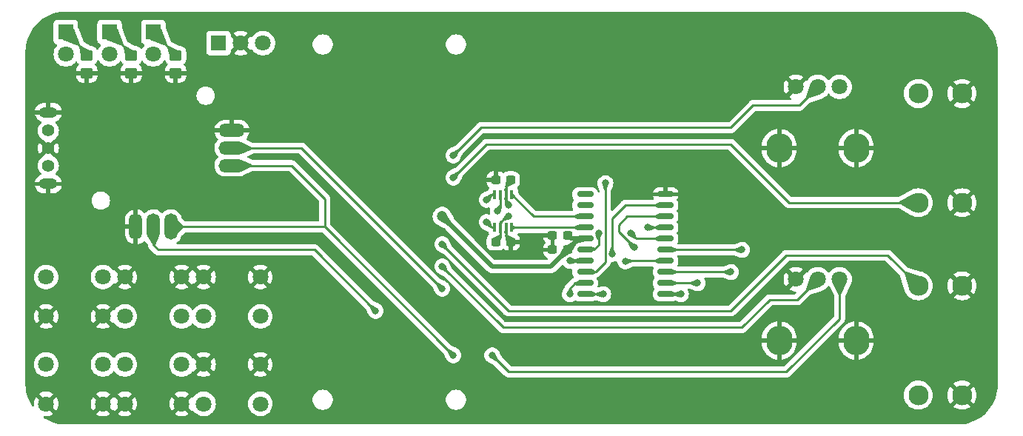
<source format=gbr>
%TF.GenerationSoftware,KiCad,Pcbnew,7.0.8*%
%TF.CreationDate,2024-01-12T01:29:44-08:00*%
%TF.ProjectId,rc_v1,72635f76-312e-46b6-9963-61645f706362,0*%
%TF.SameCoordinates,Original*%
%TF.FileFunction,Copper,L2,Bot*%
%TF.FilePolarity,Positive*%
%FSLAX46Y46*%
G04 Gerber Fmt 4.6, Leading zero omitted, Abs format (unit mm)*
G04 Created by KiCad (PCBNEW 7.0.8) date 2024-01-12 01:29:44*
%MOMM*%
%LPD*%
G01*
G04 APERTURE LIST*
G04 Aperture macros list*
%AMRoundRect*
0 Rectangle with rounded corners*
0 $1 Rounding radius*
0 $2 $3 $4 $5 $6 $7 $8 $9 X,Y pos of 4 corners*
0 Add a 4 corners polygon primitive as box body*
4,1,4,$2,$3,$4,$5,$6,$7,$8,$9,$2,$3,0*
0 Add four circle primitives for the rounded corners*
1,1,$1+$1,$2,$3*
1,1,$1+$1,$4,$5*
1,1,$1+$1,$6,$7*
1,1,$1+$1,$8,$9*
0 Add four rect primitives between the rounded corners*
20,1,$1+$1,$2,$3,$4,$5,0*
20,1,$1+$1,$4,$5,$6,$7,0*
20,1,$1+$1,$6,$7,$8,$9,0*
20,1,$1+$1,$8,$9,$2,$3,0*%
G04 Aperture macros list end*
%TA.AperFunction,ComponentPad*%
%ADD10C,1.800000*%
%TD*%
%TA.AperFunction,ComponentPad*%
%ADD11C,2.300000*%
%TD*%
%TA.AperFunction,ComponentPad*%
%ADD12R,1.800000X1.800000*%
%TD*%
%TA.AperFunction,ComponentPad*%
%ADD13O,3.000000X3.400000*%
%TD*%
%TA.AperFunction,ComponentPad*%
%ADD14C,1.400000*%
%TD*%
%TA.AperFunction,ComponentPad*%
%ADD15O,2.100000X1.200000*%
%TD*%
%TA.AperFunction,ComponentPad*%
%ADD16O,3.000000X1.500000*%
%TD*%
%TA.AperFunction,ComponentPad*%
%ADD17O,1.500000X3.000000*%
%TD*%
%TA.AperFunction,SMDPad,CuDef*%
%ADD18RoundRect,0.237500X0.300000X0.237500X-0.300000X0.237500X-0.300000X-0.237500X0.300000X-0.237500X0*%
%TD*%
%TA.AperFunction,SMDPad,CuDef*%
%ADD19RoundRect,0.100000X0.100000X0.450000X-0.100000X0.450000X-0.100000X-0.450000X0.100000X-0.450000X0*%
%TD*%
%TA.AperFunction,SMDPad,CuDef*%
%ADD20RoundRect,0.150000X0.800000X0.150000X-0.800000X0.150000X-0.800000X-0.150000X0.800000X-0.150000X0*%
%TD*%
%TA.AperFunction,SMDPad,CuDef*%
%ADD21RoundRect,0.250000X-0.450000X0.350000X-0.450000X-0.350000X0.450000X-0.350000X0.450000X0.350000X0*%
%TD*%
%TA.AperFunction,SMDPad,CuDef*%
%ADD22RoundRect,0.237500X-0.300000X-0.237500X0.300000X-0.237500X0.300000X0.237500X-0.300000X0.237500X0*%
%TD*%
%TA.AperFunction,ViaPad*%
%ADD23C,0.800000*%
%TD*%
%TA.AperFunction,ViaPad*%
%ADD24C,1.200000*%
%TD*%
%TA.AperFunction,Conductor*%
%ADD25C,0.250000*%
%TD*%
%TA.AperFunction,Conductor*%
%ADD26C,0.500000*%
%TD*%
G04 APERTURE END LIST*
D10*
%TO.P,SW5,1,1*%
%TO.N,GND*%
X111750000Y-103750000D03*
X118250000Y-103750000D03*
%TO.P,SW5,2,2*%
%TO.N,/D10*%
X111750000Y-108250000D03*
X118250000Y-108250000D03*
%TD*%
D11*
%TO.P,SW10,1,1*%
%TO.N,/A3*%
X193500000Y-117250000D03*
X193500000Y-104750000D03*
%TO.P,SW10,2,2*%
%TO.N,GND*%
X198500000Y-117250000D03*
X198500000Y-104750000D03*
%TD*%
%TO.P,SW9,1,1*%
%TO.N,/A6*%
X193500000Y-95250000D03*
X193500000Y-82750000D03*
%TO.P,SW9,2,2*%
%TO.N,GND*%
X198500000Y-95250000D03*
X198500000Y-82750000D03*
%TD*%
D12*
%TO.P,D1,1,A1*%
%TO.N,Net-(D1-A1)*%
X113460000Y-77000000D03*
D10*
%TO.P,D1,2,K*%
%TO.N,GND*%
X116000000Y-77000000D03*
%TO.P,D1,3,A2*%
%TO.N,Net-(D1-A2)*%
X118540000Y-77000000D03*
%TD*%
%TO.P,SW3,1,1*%
%TO.N,/D8*%
X93750000Y-103750000D03*
X100250000Y-103750000D03*
%TO.P,SW3,2,2*%
%TO.N,GND*%
X93750000Y-108250000D03*
X100250000Y-108250000D03*
%TD*%
D12*
%TO.P,D2,1,K*%
%TO.N,Net-(D2-K)*%
X96000000Y-75730000D03*
D10*
%TO.P,D2,2,A*%
%TO.N,/D6*%
X96000000Y-78270000D03*
%TD*%
%TO.P,RV2,1,1*%
%TO.N,+3.3V*%
X184500000Y-82000000D03*
%TO.P,RV2,2,2*%
%TO.N,/A7*%
X182000000Y-82000000D03*
%TO.P,RV2,3,3*%
%TO.N,GND*%
X179500000Y-82000000D03*
D13*
X186400000Y-89000000D03*
X177600000Y-89000000D03*
%TD*%
D14*
%TO.P,SW1,1,A*%
%TO.N,unconnected-(SW1-A-Pad1)*%
X94000000Y-87000000D03*
D15*
%TO.P,SW1,2,B*%
%TO.N,GND*%
X94000000Y-84900000D03*
D14*
X94000000Y-89000000D03*
D15*
X94000000Y-93100000D03*
D14*
%TO.P,SW1,3,C*%
%TO.N,/D7*%
X94000000Y-91000000D03*
%TD*%
D10*
%TO.P,SW7,1,1*%
%TO.N,/D12*%
X102750000Y-113750000D03*
X109250000Y-113750000D03*
%TO.P,SW7,2,2*%
%TO.N,GND*%
X102750000Y-118250000D03*
X109250000Y-118250000D03*
%TD*%
D16*
%TO.P,RV1,1,1*%
%TO.N,GND*%
X115000000Y-87000000D03*
%TO.P,RV1,2,2*%
%TO.N,/A1*%
X115000000Y-89000000D03*
%TO.P,RV1,3,3*%
%TO.N,+3.3V*%
X115000000Y-91000000D03*
D17*
%TO.P,RV1,4,4*%
%TO.N,GND*%
X104000000Y-98000000D03*
%TO.P,RV1,5,5*%
%TO.N,/A0*%
X106000000Y-98000000D03*
%TO.P,RV1,6,6*%
%TO.N,+3.3V*%
X108000000Y-98000000D03*
%TD*%
D10*
%TO.P,SW6,1,1*%
%TO.N,/D11*%
X93750000Y-113750000D03*
X100250000Y-113750000D03*
%TO.P,SW6,2,2*%
%TO.N,GND*%
X93750000Y-118250000D03*
X100250000Y-118250000D03*
%TD*%
D12*
%TO.P,D3,1,K*%
%TO.N,Net-(D3-K)*%
X101000000Y-75730000D03*
D10*
%TO.P,D3,2,A*%
%TO.N,/D5*%
X101000000Y-78270000D03*
%TD*%
%TO.P,SW8,1,1*%
%TO.N,GND*%
X111750000Y-113750000D03*
X118250000Y-113750000D03*
%TO.P,SW8,2,2*%
%TO.N,/D13*%
X111750000Y-118250000D03*
X118250000Y-118250000D03*
%TD*%
D12*
%TO.P,D4,1,K*%
%TO.N,Net-(D4-K)*%
X106000000Y-75730000D03*
D10*
%TO.P,D4,2,A*%
%TO.N,/D4*%
X106000000Y-78270000D03*
%TD*%
%TO.P,SW4,1,1*%
%TO.N,GND*%
X102750000Y-103750000D03*
X109250000Y-103750000D03*
%TO.P,SW4,2,2*%
%TO.N,/D9*%
X102750000Y-108250000D03*
X109250000Y-108250000D03*
%TD*%
%TO.P,RV3,1,1*%
%TO.N,+3.3V*%
X184500000Y-104000000D03*
%TO.P,RV3,2,2*%
%TO.N,/A2*%
X182000000Y-104000000D03*
%TO.P,RV3,3,3*%
%TO.N,GND*%
X179500000Y-104000000D03*
D13*
X186400000Y-111000000D03*
X177600000Y-111000000D03*
%TD*%
D18*
%TO.P,C4,1*%
%TO.N,+5V*%
X146892500Y-92634000D03*
%TO.P,C4,2*%
%TO.N,GND*%
X145167500Y-92634000D03*
%TD*%
D19*
%TO.P,U4,1,B2*%
%TO.N,/DIO_5V*%
X147005000Y-98090000D03*
%TO.P,U4,2,GND*%
%TO.N,GND*%
X146355000Y-98090000D03*
%TO.P,U4,3,VCCA*%
%TO.N,+3.3V*%
X145705000Y-98090000D03*
%TO.P,U4,4,A2*%
%TO.N,/DIO*%
X145055000Y-98090000D03*
%TO.P,U4,5,A1*%
%TO.N,/CLK*%
X145055000Y-94290000D03*
%TO.P,U4,6,OE*%
%TO.N,/OE*%
X145705000Y-94290000D03*
%TO.P,U4,7,VCCB*%
%TO.N,+5V*%
X146355000Y-94290000D03*
%TO.P,U4,8,B1*%
%TO.N,/CLK_5V*%
X147005000Y-94290000D03*
%TD*%
D20*
%TO.P,U3,1,GND*%
%TO.N,GND*%
X164600000Y-94285000D03*
%TO.P,U3,2,SEG1/KS1*%
%TO.N,/SEG1*%
X164600000Y-95555000D03*
%TO.P,U3,3,SEG2/KS2*%
%TO.N,/SEG2*%
X164600000Y-96825000D03*
%TO.P,U3,4,SEG3/KS3*%
%TO.N,/SEG3*%
X164600000Y-98095000D03*
%TO.P,U3,5,SEG4/KS4*%
%TO.N,/SEG4*%
X164600000Y-99365000D03*
%TO.P,U3,6,SEG5/KS5*%
%TO.N,/SEG5*%
X164600000Y-100635000D03*
%TO.P,U3,7,SEG6/KS6*%
%TO.N,/SEG6*%
X164600000Y-101905000D03*
%TO.P,U3,8,SEG7/KS7*%
%TO.N,/SEG7*%
X164600000Y-103175000D03*
%TO.P,U3,9,SEG8/KS8*%
%TO.N,/SEG8*%
X164600000Y-104445000D03*
%TO.P,U3,10,GRID6*%
%TO.N,/GRID6*%
X164600000Y-105715000D03*
%TO.P,U3,11,GRID5*%
%TO.N,/GRID5*%
X155400000Y-105715000D03*
%TO.P,U3,12,GRID4*%
%TO.N,/GRID4*%
X155400000Y-104445000D03*
%TO.P,U3,13,GRID3*%
%TO.N,/GRID3*%
X155400000Y-103175000D03*
%TO.P,U3,14,GRID2*%
%TO.N,/GRID2*%
X155400000Y-101905000D03*
%TO.P,U3,15,GRID1*%
%TO.N,/GRID1*%
X155400000Y-100635000D03*
%TO.P,U3,16,VDD*%
%TO.N,+5V*%
X155400000Y-99365000D03*
%TO.P,U3,17,DIO*%
%TO.N,/DIO_5V*%
X155400000Y-98095000D03*
%TO.P,U3,18,CLK*%
%TO.N,/CLK_5V*%
X155400000Y-96825000D03*
%TO.P,U3,19,K1*%
%TO.N,unconnected-(U3-K1-Pad19)*%
X155400000Y-95555000D03*
%TO.P,U3,20,K2*%
%TO.N,unconnected-(U3-K2-Pad20)*%
X155400000Y-94285000D03*
%TD*%
D21*
%TO.P,R5,1*%
%TO.N,Net-(D2-K)*%
X98405000Y-78410000D03*
%TO.P,R5,2*%
%TO.N,GND*%
X98405000Y-80410000D03*
%TD*%
D22*
%TO.P,C3,1*%
%TO.N,+3.3V*%
X145167500Y-99746000D03*
%TO.P,C3,2*%
%TO.N,GND*%
X146892500Y-99746000D03*
%TD*%
D21*
%TO.P,R6,1*%
%TO.N,Net-(D3-K)*%
X103485000Y-78410000D03*
%TO.P,R6,2*%
%TO.N,GND*%
X103485000Y-80410000D03*
%TD*%
D18*
%TO.P,C1,1*%
%TO.N,+5V*%
X153396000Y-98984000D03*
%TO.P,C1,2*%
%TO.N,GND*%
X151671000Y-98984000D03*
%TD*%
D21*
%TO.P,R7,1*%
%TO.N,Net-(D4-K)*%
X108565000Y-78410000D03*
%TO.P,R7,2*%
%TO.N,GND*%
X108565000Y-80410000D03*
%TD*%
D18*
%TO.P,C2,1*%
%TO.N,+5V*%
X153396000Y-100635000D03*
%TO.P,C2,2*%
%TO.N,GND*%
X151671000Y-100635000D03*
%TD*%
D23*
%TO.N,GND*%
X126980000Y-96190000D03*
X166350000Y-93015000D03*
X147935000Y-101270000D03*
X126345000Y-87300000D03*
X147935000Y-112065000D03*
X126980000Y-101270000D03*
X139680000Y-82220000D03*
X126345000Y-112700000D03*
%TO.N,/CLK*%
X144125000Y-94920000D03*
%TO.N,/DIO*%
X144125000Y-97460000D03*
D24*
%TO.N,+5V*%
X139045000Y-96825000D03*
D23*
X146665000Y-95555000D03*
%TO.N,/GRID1*%
X156939500Y-98728717D03*
%TO.N,/SEG8*%
X168255000Y-104445000D03*
%TO.N,/SEG4*%
X160615000Y-98730000D03*
%TO.N,/SEG3*%
X162540000Y-98095000D03*
%TO.N,/SEG7*%
X172065000Y-103175000D03*
%TO.N,/SEG5*%
X173335000Y-100635000D03*
%TO.N,/GRID3*%
X157714000Y-93015000D03*
%TO.N,/SEG2*%
X160990000Y-100355000D03*
%TO.N,/SEG1*%
X158488500Y-101130000D03*
%TO.N,/GRID2*%
X153650000Y-101905000D03*
%TO.N,/SEG6*%
X159969845Y-101941803D03*
%TO.N,/GRID4*%
X153650000Y-105715000D03*
%TO.N,/GRID6*%
X166350000Y-105715000D03*
%TO.N,/GRID5*%
X157460000Y-105715000D03*
%TO.N,+3.3V*%
X140315000Y-112700000D03*
X146665000Y-96825000D03*
X144760000Y-112700000D03*
%TO.N,/A7*%
X140315000Y-89840000D03*
%TO.N,/A6*%
X140315000Y-92380000D03*
%TO.N,/A3*%
X139045000Y-100000000D03*
%TO.N,/A2*%
X139045000Y-102540000D03*
%TO.N,/A1*%
X139045000Y-105080000D03*
%TO.N,/A0*%
X131425000Y-107620000D03*
%TO.N,/OE*%
X145395000Y-96190000D03*
%TD*%
D25*
%TO.N,GND*%
X146355000Y-99208500D02*
X146892500Y-99746000D01*
X146355000Y-98090000D02*
X146355000Y-99208500D01*
%TO.N,/CLK*%
X144125000Y-94920000D02*
X144755000Y-94290000D01*
X144755000Y-94290000D02*
X145055000Y-94290000D01*
%TO.N,/DIO*%
X144755000Y-98090000D02*
X145055000Y-98090000D01*
X144125000Y-97460000D02*
X144755000Y-98090000D01*
D26*
%TO.N,+5V*%
X151491000Y-102540000D02*
X153396000Y-100635000D01*
D25*
X146355000Y-94290000D02*
X146355000Y-95245000D01*
D26*
X153777000Y-99365000D02*
X153396000Y-98984000D01*
X155400000Y-99365000D02*
X154666000Y-99365000D01*
D25*
X146355000Y-95245000D02*
X146665000Y-95555000D01*
D26*
X144760000Y-102540000D02*
X151491000Y-102540000D01*
X139045000Y-96825000D02*
X144760000Y-102540000D01*
D25*
X146355000Y-93171500D02*
X146892500Y-92634000D01*
D26*
X154666000Y-99365000D02*
X153396000Y-100635000D01*
X155400000Y-99365000D02*
X153777000Y-99365000D01*
D25*
X146355000Y-94290000D02*
X146355000Y-93171500D01*
%TO.N,/GRID1*%
X156939500Y-98728717D02*
X156939500Y-100045500D01*
X156939500Y-100045500D02*
X156350000Y-100635000D01*
X156350000Y-100635000D02*
X155400000Y-100635000D01*
%TO.N,/SEG8*%
X168255000Y-104445000D02*
X164600000Y-104445000D01*
%TO.N,/SEG4*%
X160615000Y-98730000D02*
X161250000Y-99365000D01*
X161250000Y-99365000D02*
X164600000Y-99365000D01*
%TO.N,/SEG3*%
X162540000Y-98095000D02*
X164600000Y-98095000D01*
%TO.N,/SEG7*%
X172065000Y-103175000D02*
X164600000Y-103175000D01*
%TO.N,/SEG5*%
X173335000Y-100635000D02*
X164600000Y-100635000D01*
%TO.N,/GRID3*%
X157714000Y-93015000D02*
X157714000Y-102048500D01*
X157714000Y-102048500D02*
X156587500Y-103175000D01*
X156587500Y-103175000D02*
X155400000Y-103175000D01*
%TO.N,/SEG2*%
X160173984Y-96825000D02*
X164600000Y-96825000D01*
X159215000Y-97783984D02*
X160173984Y-96825000D01*
X160990000Y-100355000D02*
X159215000Y-98580000D01*
X159215000Y-98580000D02*
X159215000Y-97783984D01*
%TO.N,/SEG1*%
X158488500Y-101130000D02*
X158476000Y-101117500D01*
X158476000Y-101117500D02*
X158476000Y-97079000D01*
X158476000Y-97079000D02*
X160000000Y-95555000D01*
X160000000Y-95555000D02*
X164600000Y-95555000D01*
%TO.N,/GRID2*%
X153650000Y-101905000D02*
X155400000Y-101905000D01*
%TO.N,/SEG6*%
X159969845Y-101941803D02*
X160006648Y-101905000D01*
X160006648Y-101905000D02*
X164600000Y-101905000D01*
%TO.N,/GRID4*%
X154285000Y-104445000D02*
X155400000Y-104445000D01*
X153650000Y-105715000D02*
X153650000Y-105080000D01*
X153650000Y-105080000D02*
X154285000Y-104445000D01*
%TO.N,/GRID6*%
X166350000Y-105715000D02*
X164600000Y-105715000D01*
%TO.N,/GRID5*%
X157460000Y-105715000D02*
X155400000Y-105715000D01*
%TO.N,+3.3V*%
X125615000Y-94825000D02*
X121790000Y-91000000D01*
X140315000Y-112700000D02*
X125615000Y-98000000D01*
X146665000Y-114605000D02*
X178415000Y-114605000D01*
X145705000Y-97518246D02*
X145705000Y-98090000D01*
X121790000Y-91000000D02*
X115000000Y-91000000D01*
X146398246Y-96825000D02*
X145705000Y-97518246D01*
X125615000Y-98000000D02*
X125615000Y-94825000D01*
X144760000Y-112700000D02*
X146665000Y-114605000D01*
X125615000Y-98000000D02*
X108000000Y-98000000D01*
X145705000Y-99208500D02*
X145167500Y-99746000D01*
X178415000Y-114605000D02*
X184500000Y-108520000D01*
X145705000Y-98090000D02*
X145705000Y-99208500D01*
X184500000Y-108520000D02*
X184500000Y-104000000D01*
X146665000Y-96825000D02*
X146398246Y-96825000D01*
%TO.N,/A7*%
X179875000Y-84125000D02*
X182000000Y-82000000D01*
X174605000Y-84125000D02*
X179875000Y-84125000D01*
X143490000Y-86665000D02*
X172065000Y-86665000D01*
X140315000Y-89840000D02*
X143490000Y-86665000D01*
X172065000Y-86665000D02*
X174605000Y-84125000D01*
%TO.N,/A6*%
X193500000Y-95250000D02*
X178745000Y-95250000D01*
X144125000Y-88570000D02*
X140315000Y-92380000D01*
X172065000Y-88570000D02*
X144125000Y-88570000D01*
X178745000Y-95250000D02*
X172065000Y-88570000D01*
%TO.N,/A3*%
X146665000Y-107620000D02*
X172065000Y-107620000D01*
X190020000Y-101270000D02*
X193500000Y-104750000D01*
X172065000Y-107620000D02*
X178415000Y-101270000D01*
X178415000Y-101270000D02*
X190020000Y-101270000D01*
X139045000Y-100000000D02*
X146665000Y-107620000D01*
%TO.N,/A2*%
X173335000Y-109525000D02*
X176510000Y-106350000D01*
X146030000Y-109525000D02*
X173335000Y-109525000D01*
X176510000Y-106350000D02*
X179650000Y-106350000D01*
X179650000Y-106350000D02*
X182000000Y-104000000D01*
X139045000Y-102540000D02*
X146030000Y-109525000D01*
%TO.N,/A1*%
X122965000Y-89000000D02*
X115000000Y-89000000D01*
X139045000Y-105080000D02*
X122965000Y-89000000D01*
%TO.N,/A0*%
X124440000Y-100635000D02*
X106581904Y-100635000D01*
X106581904Y-100635000D02*
X106000000Y-100053096D01*
X106000000Y-100053096D02*
X106000000Y-98000000D01*
X131425000Y-107620000D02*
X124440000Y-100635000D01*
%TO.N,Net-(D2-K)*%
X98405000Y-78135000D02*
X98405000Y-78410000D01*
X96000000Y-75730000D02*
X98405000Y-78135000D01*
%TO.N,Net-(D3-K)*%
X101000000Y-75730000D02*
X103485000Y-78215000D01*
X103485000Y-78215000D02*
X103485000Y-78410000D01*
%TO.N,Net-(D4-K)*%
X106000000Y-75730000D02*
X108565000Y-78295000D01*
X108565000Y-78295000D02*
X108565000Y-78410000D01*
%TO.N,/CLK_5V*%
X149540000Y-96825000D02*
X155400000Y-96825000D01*
X147005000Y-94290000D02*
X149540000Y-96825000D01*
%TO.N,/DIO_5V*%
X147005000Y-98090000D02*
X155395000Y-98090000D01*
X155395000Y-98090000D02*
X155400000Y-98095000D01*
%TO.N,/OE*%
X145705000Y-95880000D02*
X145705000Y-94290000D01*
X145395000Y-96190000D02*
X145705000Y-95880000D01*
%TD*%
%TA.AperFunction,Conductor*%
%TO.N,GND*%
G36*
X198399846Y-73398957D02*
G01*
X198405199Y-73399426D01*
X198799315Y-73451312D01*
X198804631Y-73452250D01*
X199192713Y-73538286D01*
X199197924Y-73539681D01*
X199577043Y-73659217D01*
X199582100Y-73661057D01*
X199949371Y-73813185D01*
X199954249Y-73815459D01*
X200306850Y-73999012D01*
X200311528Y-74001714D01*
X200646782Y-74215293D01*
X200651210Y-74218393D01*
X200869907Y-74386206D01*
X200966569Y-74460377D01*
X200970714Y-74463856D01*
X201263789Y-74732409D01*
X201267590Y-74736210D01*
X201309673Y-74782135D01*
X201536143Y-75029285D01*
X201539621Y-75033428D01*
X201700381Y-75242935D01*
X201781602Y-75348784D01*
X201784706Y-75353217D01*
X201998285Y-75688471D01*
X202000991Y-75693157D01*
X202182644Y-76042109D01*
X202184531Y-76045732D01*
X202186818Y-76050637D01*
X202191771Y-76062595D01*
X202338937Y-76417886D01*
X202340783Y-76422960D01*
X202460313Y-76802059D01*
X202461713Y-76807286D01*
X202547749Y-77195368D01*
X202548689Y-77200697D01*
X202600571Y-77594783D01*
X202601043Y-77600174D01*
X202618500Y-78000000D01*
X202618500Y-116000000D01*
X202601043Y-116399825D01*
X202600571Y-116405216D01*
X202548689Y-116799302D01*
X202547749Y-116804631D01*
X202461713Y-117192713D01*
X202460313Y-117197940D01*
X202340783Y-117577039D01*
X202338934Y-117582120D01*
X202330057Y-117603553D01*
X202186818Y-117949362D01*
X202184531Y-117954267D01*
X202000991Y-118306842D01*
X201998285Y-118311528D01*
X201784706Y-118646782D01*
X201781602Y-118651215D01*
X201539622Y-118966569D01*
X201536143Y-118970714D01*
X201267603Y-119263776D01*
X201263776Y-119267603D01*
X200970714Y-119536143D01*
X200966569Y-119539622D01*
X200651215Y-119781602D01*
X200646782Y-119784706D01*
X200311528Y-119998285D01*
X200306842Y-120000991D01*
X199954267Y-120184531D01*
X199949362Y-120186818D01*
X199582124Y-120338933D01*
X199577039Y-120340783D01*
X199197940Y-120460313D01*
X199192713Y-120461713D01*
X198804631Y-120547749D01*
X198799302Y-120548689D01*
X198405216Y-120600571D01*
X198399825Y-120601043D01*
X198000000Y-120618500D01*
X96000000Y-120618500D01*
X95600174Y-120601043D01*
X95594783Y-120600571D01*
X95200697Y-120548689D01*
X95195368Y-120547749D01*
X94807286Y-120461713D01*
X94802059Y-120460313D01*
X94422960Y-120340783D01*
X94417886Y-120338937D01*
X94050637Y-120186818D01*
X94045740Y-120184535D01*
X93693157Y-120000991D01*
X93688471Y-119998285D01*
X93480512Y-119865802D01*
X93434548Y-119813180D01*
X93424330Y-119744061D01*
X93453102Y-119680391D01*
X93511730Y-119642383D01*
X93567547Y-119638912D01*
X93633994Y-119650000D01*
X93866007Y-119650000D01*
X94094860Y-119611811D01*
X94314293Y-119536479D01*
X94314302Y-119536476D01*
X94518350Y-119426050D01*
X94548798Y-119402351D01*
X93882533Y-118736086D01*
X93892315Y-118734680D01*
X94023100Y-118674952D01*
X94131761Y-118580798D01*
X94209493Y-118459844D01*
X94233076Y-118379524D01*
X94901186Y-119047634D01*
X94985484Y-118918606D01*
X95078682Y-118706135D01*
X95135638Y-118481218D01*
X95154798Y-118250005D01*
X98845202Y-118250005D01*
X98864361Y-118481218D01*
X98921317Y-118706135D01*
X99014516Y-118918609D01*
X99098811Y-119047633D01*
X99766922Y-118379523D01*
X99790507Y-118459844D01*
X99868239Y-118580798D01*
X99976900Y-118674952D01*
X100107685Y-118734680D01*
X100117466Y-118736086D01*
X99451199Y-119402351D01*
X99481650Y-119426050D01*
X99685697Y-119536476D01*
X99685706Y-119536479D01*
X99905139Y-119611811D01*
X100133993Y-119650000D01*
X100366007Y-119650000D01*
X100594860Y-119611811D01*
X100814293Y-119536479D01*
X100814302Y-119536476D01*
X101018350Y-119426050D01*
X101048798Y-119402351D01*
X100382533Y-118736086D01*
X100392315Y-118734680D01*
X100523100Y-118674952D01*
X100631761Y-118580798D01*
X100709493Y-118459844D01*
X100733076Y-118379524D01*
X101401186Y-119047634D01*
X101405699Y-119047166D01*
X101449336Y-119009925D01*
X101518567Y-119000501D01*
X101581903Y-119030002D01*
X101597020Y-119047448D01*
X101598811Y-119047634D01*
X102266922Y-118379523D01*
X102290507Y-118459844D01*
X102368239Y-118580798D01*
X102476900Y-118674952D01*
X102607685Y-118734680D01*
X102617466Y-118736086D01*
X101951199Y-119402351D01*
X101981650Y-119426050D01*
X102185697Y-119536476D01*
X102185706Y-119536479D01*
X102405139Y-119611811D01*
X102633993Y-119650000D01*
X102866007Y-119650000D01*
X103094860Y-119611811D01*
X103314293Y-119536479D01*
X103314302Y-119536476D01*
X103518350Y-119426050D01*
X103548798Y-119402351D01*
X102882533Y-118736086D01*
X102892315Y-118734680D01*
X103023100Y-118674952D01*
X103131761Y-118580798D01*
X103209493Y-118459844D01*
X103233076Y-118379524D01*
X103901186Y-119047634D01*
X103985484Y-118918606D01*
X104078682Y-118706135D01*
X104135638Y-118481218D01*
X104154798Y-118250005D01*
X107845202Y-118250005D01*
X107864361Y-118481218D01*
X107921317Y-118706135D01*
X108014516Y-118918609D01*
X108098811Y-119047633D01*
X108766922Y-118379523D01*
X108790507Y-118459844D01*
X108868239Y-118580798D01*
X108976900Y-118674952D01*
X109107685Y-118734680D01*
X109117466Y-118736086D01*
X108451199Y-119402351D01*
X108481650Y-119426050D01*
X108685697Y-119536476D01*
X108685706Y-119536479D01*
X108905139Y-119611811D01*
X109133993Y-119650000D01*
X109366007Y-119650000D01*
X109594860Y-119611811D01*
X109814293Y-119536479D01*
X109814302Y-119536476D01*
X110018350Y-119426050D01*
X110048798Y-119402351D01*
X109382533Y-118736086D01*
X109392315Y-118734680D01*
X109523100Y-118674952D01*
X109631761Y-118580798D01*
X109709493Y-118459844D01*
X109733076Y-118379524D01*
X110401186Y-119047634D01*
X110405969Y-119047138D01*
X110449037Y-119010381D01*
X110518269Y-119000957D01*
X110581605Y-119030458D01*
X110603510Y-119055738D01*
X110641016Y-119113147D01*
X110641019Y-119113151D01*
X110641021Y-119113153D01*
X110798216Y-119283913D01*
X110798219Y-119283915D01*
X110798222Y-119283918D01*
X110981365Y-119426464D01*
X110981371Y-119426468D01*
X110981374Y-119426470D01*
X111148860Y-119517109D01*
X111184652Y-119536479D01*
X111185497Y-119536936D01*
X111299487Y-119576068D01*
X111405015Y-119612297D01*
X111405017Y-119612297D01*
X111405019Y-119612298D01*
X111633951Y-119650500D01*
X111633952Y-119650500D01*
X111866048Y-119650500D01*
X111866049Y-119650500D01*
X112094981Y-119612298D01*
X112314503Y-119536936D01*
X112518626Y-119426470D01*
X112701784Y-119283913D01*
X112858979Y-119113153D01*
X112985924Y-118918849D01*
X113079157Y-118706300D01*
X113136134Y-118481305D01*
X113136135Y-118481297D01*
X113155300Y-118250006D01*
X116844700Y-118250006D01*
X116863864Y-118481297D01*
X116863866Y-118481308D01*
X116920842Y-118706300D01*
X117014075Y-118918848D01*
X117141016Y-119113147D01*
X117141019Y-119113151D01*
X117141021Y-119113153D01*
X117298216Y-119283913D01*
X117298219Y-119283915D01*
X117298222Y-119283918D01*
X117481365Y-119426464D01*
X117481371Y-119426468D01*
X117481374Y-119426470D01*
X117648860Y-119517109D01*
X117684652Y-119536479D01*
X117685497Y-119536936D01*
X117799487Y-119576068D01*
X117905015Y-119612297D01*
X117905017Y-119612297D01*
X117905019Y-119612298D01*
X118133951Y-119650500D01*
X118133952Y-119650500D01*
X118366048Y-119650500D01*
X118366049Y-119650500D01*
X118594981Y-119612298D01*
X118814503Y-119536936D01*
X119018626Y-119426470D01*
X119201784Y-119283913D01*
X119358979Y-119113153D01*
X119485924Y-118918849D01*
X119579157Y-118706300D01*
X119636134Y-118481305D01*
X119636135Y-118481297D01*
X119655300Y-118250006D01*
X119655300Y-118249993D01*
X119636135Y-118018702D01*
X119636133Y-118018691D01*
X119602685Y-117886610D01*
X124229500Y-117886610D01*
X124268679Y-118096198D01*
X124345702Y-118295019D01*
X124457948Y-118476302D01*
X124601593Y-118633872D01*
X124771746Y-118762367D01*
X124962606Y-118857403D01*
X124962608Y-118857403D01*
X124962611Y-118857405D01*
X125167690Y-118915756D01*
X125326806Y-118930500D01*
X125326810Y-118930500D01*
X125433190Y-118930500D01*
X125433194Y-118930500D01*
X125592310Y-118915756D01*
X125797389Y-118857405D01*
X125797393Y-118857403D01*
X125797394Y-118857403D01*
X125988253Y-118762367D01*
X125988253Y-118762366D01*
X125988255Y-118762366D01*
X126158407Y-118633872D01*
X126302052Y-118476302D01*
X126414298Y-118295019D01*
X126491321Y-118096198D01*
X126530500Y-117886610D01*
X139469500Y-117886610D01*
X139508679Y-118096198D01*
X139585702Y-118295019D01*
X139697948Y-118476302D01*
X139841593Y-118633872D01*
X140011746Y-118762367D01*
X140202606Y-118857403D01*
X140202608Y-118857403D01*
X140202611Y-118857405D01*
X140407690Y-118915756D01*
X140566806Y-118930500D01*
X140566810Y-118930500D01*
X140673190Y-118930500D01*
X140673194Y-118930500D01*
X140832310Y-118915756D01*
X141037389Y-118857405D01*
X141037393Y-118857403D01*
X141037394Y-118857403D01*
X141228253Y-118762367D01*
X141228253Y-118762366D01*
X141228255Y-118762366D01*
X141398407Y-118633872D01*
X141542052Y-118476302D01*
X141654298Y-118295019D01*
X141731321Y-118096198D01*
X141770500Y-117886610D01*
X141770500Y-117673390D01*
X141731321Y-117463802D01*
X141654298Y-117264981D01*
X141645022Y-117250000D01*
X191844396Y-117250000D01*
X191864778Y-117508990D01*
X191925427Y-117761610D01*
X192024843Y-118001623D01*
X192024845Y-118001627D01*
X192024846Y-118001628D01*
X192160588Y-118223140D01*
X192329311Y-118420689D01*
X192526860Y-118589412D01*
X192748372Y-118725154D01*
X192748374Y-118725154D01*
X192748376Y-118725156D01*
X192808355Y-118750000D01*
X192988390Y-118824573D01*
X193241006Y-118885221D01*
X193500000Y-118905604D01*
X193758994Y-118885221D01*
X194011610Y-118824573D01*
X194251628Y-118725154D01*
X194473140Y-118589412D01*
X194670689Y-118420689D01*
X194839412Y-118223140D01*
X194975154Y-118001628D01*
X195074573Y-117761610D01*
X195135221Y-117508994D01*
X195155604Y-117250000D01*
X196844898Y-117250000D01*
X196865274Y-117508912D01*
X196925901Y-117761445D01*
X196925906Y-117761462D01*
X197025290Y-118001397D01*
X197025292Y-118001400D01*
X197160992Y-118222842D01*
X197160993Y-118222843D01*
X197166801Y-118229644D01*
X197897452Y-117498993D01*
X197907188Y-117528956D01*
X197995186Y-117667619D01*
X198114903Y-117780040D01*
X198249510Y-117854041D01*
X197520354Y-118583197D01*
X197527157Y-118589007D01*
X197748599Y-118724707D01*
X197748602Y-118724709D01*
X197988537Y-118824093D01*
X197988554Y-118824098D01*
X198241088Y-118884725D01*
X198241087Y-118884725D01*
X198500000Y-118905101D01*
X198758912Y-118884725D01*
X199011445Y-118824098D01*
X199011462Y-118824093D01*
X199251397Y-118724709D01*
X199251400Y-118724707D01*
X199472844Y-118589005D01*
X199479644Y-118583197D01*
X198747533Y-117851086D01*
X198815629Y-117824126D01*
X198948492Y-117727595D01*
X199053175Y-117601055D01*
X199101631Y-117498078D01*
X199833197Y-118229644D01*
X199839005Y-118222844D01*
X199974707Y-118001400D01*
X199974709Y-118001397D01*
X200074093Y-117761462D01*
X200074098Y-117761445D01*
X200134725Y-117508912D01*
X200155101Y-117250000D01*
X200134725Y-116991087D01*
X200074098Y-116738554D01*
X200074093Y-116738537D01*
X199974709Y-116498602D01*
X199974707Y-116498599D01*
X199839007Y-116277157D01*
X199833197Y-116270354D01*
X199102546Y-117001004D01*
X199092812Y-116971044D01*
X199004814Y-116832381D01*
X198885097Y-116719960D01*
X198750489Y-116645958D01*
X199479645Y-115916801D01*
X199472843Y-115910993D01*
X199472842Y-115910992D01*
X199251400Y-115775292D01*
X199251397Y-115775290D01*
X199011462Y-115675906D01*
X199011445Y-115675901D01*
X198758911Y-115615274D01*
X198758912Y-115615274D01*
X198500000Y-115594898D01*
X198241087Y-115615274D01*
X197988554Y-115675901D01*
X197988537Y-115675906D01*
X197748602Y-115775290D01*
X197748599Y-115775292D01*
X197527155Y-115910993D01*
X197520353Y-115916800D01*
X198252466Y-116648913D01*
X198184371Y-116675874D01*
X198051508Y-116772405D01*
X197946825Y-116898945D01*
X197898368Y-117001921D01*
X197166800Y-116270353D01*
X197160993Y-116277155D01*
X197025292Y-116498599D01*
X197025290Y-116498602D01*
X196925906Y-116738537D01*
X196925901Y-116738554D01*
X196865274Y-116991087D01*
X196844898Y-117250000D01*
X195155604Y-117250000D01*
X195135221Y-116991006D01*
X195074573Y-116738390D01*
X195011879Y-116587035D01*
X194975156Y-116498376D01*
X194916421Y-116402529D01*
X194839412Y-116276860D01*
X194670689Y-116079311D01*
X194473140Y-115910588D01*
X194251628Y-115774846D01*
X194251627Y-115774845D01*
X194251623Y-115774843D01*
X194085627Y-115706086D01*
X194011610Y-115675427D01*
X194011611Y-115675427D01*
X193873921Y-115642370D01*
X193758994Y-115614779D01*
X193758992Y-115614778D01*
X193758991Y-115614778D01*
X193500000Y-115594396D01*
X193241009Y-115614778D01*
X192988389Y-115675427D01*
X192748376Y-115774843D01*
X192526859Y-115910588D01*
X192329311Y-116079311D01*
X192160588Y-116276859D01*
X192024843Y-116498376D01*
X191925427Y-116738389D01*
X191864778Y-116991009D01*
X191844396Y-117250000D01*
X141645022Y-117250000D01*
X141542052Y-117083698D01*
X141398407Y-116926128D01*
X141398406Y-116926127D01*
X141228253Y-116797632D01*
X141037393Y-116702596D01*
X140832310Y-116644244D01*
X140673194Y-116629500D01*
X140566806Y-116629500D01*
X140444404Y-116640842D01*
X140407689Y-116644244D01*
X140202607Y-116702596D01*
X140202605Y-116702596D01*
X140011746Y-116797632D01*
X139841593Y-116926127D01*
X139697947Y-117083699D01*
X139585702Y-117264980D01*
X139585701Y-117264982D01*
X139513074Y-117452457D01*
X139508679Y-117463802D01*
X139469500Y-117673390D01*
X139469500Y-117886610D01*
X126530500Y-117886610D01*
X126530500Y-117673390D01*
X126491321Y-117463802D01*
X126414298Y-117264981D01*
X126302052Y-117083698D01*
X126158407Y-116926128D01*
X126158406Y-116926127D01*
X125988253Y-116797632D01*
X125797393Y-116702596D01*
X125592310Y-116644244D01*
X125433194Y-116629500D01*
X125326806Y-116629500D01*
X125204404Y-116640842D01*
X125167689Y-116644244D01*
X124962607Y-116702596D01*
X124962605Y-116702596D01*
X124771746Y-116797632D01*
X124601593Y-116926127D01*
X124457947Y-117083699D01*
X124345702Y-117264980D01*
X124345701Y-117264982D01*
X124273074Y-117452457D01*
X124268679Y-117463802D01*
X124229500Y-117673390D01*
X124229500Y-117886610D01*
X119602685Y-117886610D01*
X119579157Y-117793699D01*
X119485924Y-117581151D01*
X119358983Y-117386852D01*
X119358980Y-117386849D01*
X119358979Y-117386847D01*
X119201784Y-117216087D01*
X119201779Y-117216083D01*
X119201777Y-117216081D01*
X119018634Y-117073535D01*
X119018628Y-117073531D01*
X118814504Y-116963064D01*
X118814495Y-116963061D01*
X118594984Y-116887702D01*
X118423282Y-116859050D01*
X118366049Y-116849500D01*
X118133951Y-116849500D01*
X118088164Y-116857140D01*
X117905015Y-116887702D01*
X117685504Y-116963061D01*
X117685495Y-116963064D01*
X117481371Y-117073531D01*
X117481365Y-117073535D01*
X117298222Y-117216081D01*
X117298219Y-117216084D01*
X117141016Y-117386852D01*
X117014075Y-117581151D01*
X116920842Y-117793699D01*
X116863866Y-118018691D01*
X116863864Y-118018702D01*
X116844700Y-118249993D01*
X116844700Y-118250006D01*
X113155300Y-118250006D01*
X113155300Y-118249993D01*
X113136135Y-118018702D01*
X113136133Y-118018691D01*
X113079157Y-117793699D01*
X112985924Y-117581151D01*
X112858983Y-117386852D01*
X112858980Y-117386849D01*
X112858979Y-117386847D01*
X112701784Y-117216087D01*
X112701779Y-117216083D01*
X112701777Y-117216081D01*
X112518634Y-117073535D01*
X112518628Y-117073531D01*
X112314504Y-116963064D01*
X112314495Y-116963061D01*
X112094984Y-116887702D01*
X111923282Y-116859050D01*
X111866049Y-116849500D01*
X111633951Y-116849500D01*
X111588164Y-116857140D01*
X111405015Y-116887702D01*
X111185504Y-116963061D01*
X111185495Y-116963064D01*
X110981371Y-117073531D01*
X110981365Y-117073535D01*
X110798222Y-117216081D01*
X110798219Y-117216084D01*
X110798216Y-117216086D01*
X110798216Y-117216087D01*
X110641021Y-117386847D01*
X110641019Y-117386849D01*
X110641017Y-117386852D01*
X110603509Y-117444262D01*
X110550362Y-117489618D01*
X110481131Y-117499041D01*
X110417795Y-117469538D01*
X110403084Y-117452561D01*
X110401186Y-117452364D01*
X109733076Y-118120475D01*
X109709493Y-118040156D01*
X109631761Y-117919202D01*
X109523100Y-117825048D01*
X109392315Y-117765320D01*
X109382534Y-117763913D01*
X110048799Y-117097648D01*
X110048799Y-117097647D01*
X110018349Y-117073949D01*
X109814302Y-116963523D01*
X109814293Y-116963520D01*
X109594860Y-116888188D01*
X109366007Y-116850000D01*
X109133993Y-116850000D01*
X108905139Y-116888188D01*
X108685706Y-116963520D01*
X108685698Y-116963523D01*
X108481644Y-117073952D01*
X108451200Y-117097646D01*
X108451200Y-117097647D01*
X109117466Y-117763913D01*
X109107685Y-117765320D01*
X108976900Y-117825048D01*
X108868239Y-117919202D01*
X108790507Y-118040156D01*
X108766923Y-118120476D01*
X108098812Y-117452365D01*
X108014516Y-117581391D01*
X108014514Y-117581395D01*
X107921317Y-117793864D01*
X107864361Y-118018781D01*
X107845202Y-118249994D01*
X107845202Y-118250005D01*
X104154798Y-118250005D01*
X104154798Y-118249994D01*
X104135638Y-118018781D01*
X104078682Y-117793864D01*
X103985483Y-117581390D01*
X103901186Y-117452364D01*
X103233076Y-118120475D01*
X103209493Y-118040156D01*
X103131761Y-117919202D01*
X103023100Y-117825048D01*
X102892315Y-117765320D01*
X102882534Y-117763913D01*
X103548799Y-117097648D01*
X103548799Y-117097647D01*
X103518349Y-117073949D01*
X103314302Y-116963523D01*
X103314293Y-116963520D01*
X103094860Y-116888188D01*
X102866007Y-116850000D01*
X102633993Y-116850000D01*
X102405139Y-116888188D01*
X102185706Y-116963520D01*
X102185698Y-116963523D01*
X101981644Y-117073952D01*
X101951200Y-117097646D01*
X101951200Y-117097647D01*
X102617466Y-117763913D01*
X102607685Y-117765320D01*
X102476900Y-117825048D01*
X102368239Y-117919202D01*
X102290507Y-118040156D01*
X102266923Y-118120476D01*
X101598811Y-117452364D01*
X101594298Y-117452832D01*
X101550660Y-117490075D01*
X101481429Y-117499498D01*
X101418094Y-117469995D01*
X101402977Y-117452550D01*
X101401186Y-117452364D01*
X100733076Y-118120475D01*
X100709493Y-118040156D01*
X100631761Y-117919202D01*
X100523100Y-117825048D01*
X100392315Y-117765320D01*
X100382534Y-117763913D01*
X101048799Y-117097648D01*
X101048799Y-117097647D01*
X101018349Y-117073949D01*
X100814302Y-116963523D01*
X100814293Y-116963520D01*
X100594860Y-116888188D01*
X100366007Y-116850000D01*
X100133993Y-116850000D01*
X99905139Y-116888188D01*
X99685706Y-116963520D01*
X99685698Y-116963523D01*
X99481644Y-117073952D01*
X99451200Y-117097646D01*
X99451200Y-117097647D01*
X100117466Y-117763913D01*
X100107685Y-117765320D01*
X99976900Y-117825048D01*
X99868239Y-117919202D01*
X99790507Y-118040156D01*
X99766923Y-118120476D01*
X99098812Y-117452365D01*
X99014516Y-117581391D01*
X99014514Y-117581395D01*
X98921317Y-117793864D01*
X98864361Y-118018781D01*
X98845202Y-118249994D01*
X98845202Y-118250005D01*
X95154798Y-118250005D01*
X95154798Y-118249994D01*
X95135638Y-118018781D01*
X95078682Y-117793864D01*
X94985483Y-117581390D01*
X94901186Y-117452364D01*
X94233076Y-118120475D01*
X94209493Y-118040156D01*
X94131761Y-117919202D01*
X94023100Y-117825048D01*
X93892315Y-117765320D01*
X93882534Y-117763913D01*
X94548799Y-117097648D01*
X94548799Y-117097647D01*
X94518349Y-117073949D01*
X94314302Y-116963523D01*
X94314293Y-116963520D01*
X94094860Y-116888188D01*
X93866007Y-116850000D01*
X93633993Y-116850000D01*
X93405139Y-116888188D01*
X93185706Y-116963520D01*
X93185698Y-116963523D01*
X92981644Y-117073952D01*
X92951200Y-117097646D01*
X92951200Y-117097647D01*
X93617466Y-117763913D01*
X93607685Y-117765320D01*
X93476900Y-117825048D01*
X93368239Y-117919202D01*
X93290507Y-118040156D01*
X93266923Y-118120476D01*
X92598812Y-117452365D01*
X92514516Y-117581391D01*
X92514514Y-117581395D01*
X92421317Y-117793864D01*
X92364361Y-118018781D01*
X92345202Y-118249994D01*
X92360985Y-118440472D01*
X92346903Y-118508908D01*
X92298058Y-118558867D01*
X92229957Y-118574488D01*
X92164221Y-118550810D01*
X92132828Y-118517338D01*
X92071256Y-118420688D01*
X92001714Y-118311528D01*
X91999008Y-118306842D01*
X91815459Y-117954249D01*
X91813181Y-117949362D01*
X91661057Y-117582100D01*
X91659216Y-117577039D01*
X91539681Y-117197924D01*
X91538286Y-117192713D01*
X91452250Y-116804631D01*
X91451312Y-116799315D01*
X91399426Y-116405199D01*
X91398957Y-116399846D01*
X91381500Y-116000000D01*
X91381500Y-115945149D01*
X91381500Y-113750006D01*
X92344700Y-113750006D01*
X92363864Y-113981297D01*
X92363866Y-113981308D01*
X92420842Y-114206300D01*
X92514075Y-114418848D01*
X92641016Y-114613147D01*
X92641019Y-114613151D01*
X92641021Y-114613153D01*
X92798216Y-114783913D01*
X92798219Y-114783915D01*
X92798222Y-114783918D01*
X92981365Y-114926464D01*
X92981371Y-114926468D01*
X92981374Y-114926470D01*
X93129953Y-115006877D01*
X93184652Y-115036479D01*
X93185497Y-115036936D01*
X93266062Y-115064594D01*
X93405015Y-115112297D01*
X93405017Y-115112297D01*
X93405019Y-115112298D01*
X93633951Y-115150500D01*
X93633952Y-115150500D01*
X93866048Y-115150500D01*
X93866049Y-115150500D01*
X94094981Y-115112298D01*
X94314503Y-115036936D01*
X94518626Y-114926470D01*
X94701784Y-114783913D01*
X94858979Y-114613153D01*
X94985924Y-114418849D01*
X95079157Y-114206300D01*
X95136134Y-113981305D01*
X95136135Y-113981297D01*
X95155300Y-113750006D01*
X98844700Y-113750006D01*
X98863864Y-113981297D01*
X98863866Y-113981308D01*
X98920842Y-114206300D01*
X99014075Y-114418848D01*
X99141016Y-114613147D01*
X99141019Y-114613151D01*
X99141021Y-114613153D01*
X99298216Y-114783913D01*
X99298219Y-114783915D01*
X99298222Y-114783918D01*
X99481365Y-114926464D01*
X99481371Y-114926468D01*
X99481374Y-114926470D01*
X99629953Y-115006877D01*
X99684652Y-115036479D01*
X99685497Y-115036936D01*
X99766062Y-115064594D01*
X99905015Y-115112297D01*
X99905017Y-115112297D01*
X99905019Y-115112298D01*
X100133951Y-115150500D01*
X100133952Y-115150500D01*
X100366048Y-115150500D01*
X100366049Y-115150500D01*
X100594981Y-115112298D01*
X100814503Y-115036936D01*
X101018626Y-114926470D01*
X101201784Y-114783913D01*
X101358979Y-114613153D01*
X101396191Y-114556196D01*
X101449337Y-114510839D01*
X101518569Y-114501415D01*
X101581904Y-114530917D01*
X101603809Y-114556196D01*
X101641016Y-114613147D01*
X101641019Y-114613151D01*
X101641021Y-114613153D01*
X101798216Y-114783913D01*
X101798219Y-114783915D01*
X101798222Y-114783918D01*
X101981365Y-114926464D01*
X101981371Y-114926468D01*
X101981374Y-114926470D01*
X102129953Y-115006877D01*
X102184652Y-115036479D01*
X102185497Y-115036936D01*
X102266062Y-115064594D01*
X102405015Y-115112297D01*
X102405017Y-115112297D01*
X102405019Y-115112298D01*
X102633951Y-115150500D01*
X102633952Y-115150500D01*
X102866048Y-115150500D01*
X102866049Y-115150500D01*
X103094981Y-115112298D01*
X103314503Y-115036936D01*
X103518626Y-114926470D01*
X103701784Y-114783913D01*
X103858979Y-114613153D01*
X103985924Y-114418849D01*
X104079157Y-114206300D01*
X104136134Y-113981305D01*
X104136135Y-113981297D01*
X104155300Y-113750006D01*
X107844700Y-113750006D01*
X107863864Y-113981297D01*
X107863866Y-113981308D01*
X107920842Y-114206300D01*
X108014075Y-114418848D01*
X108141016Y-114613147D01*
X108141019Y-114613151D01*
X108141021Y-114613153D01*
X108298216Y-114783913D01*
X108298219Y-114783915D01*
X108298222Y-114783918D01*
X108481365Y-114926464D01*
X108481371Y-114926468D01*
X108481374Y-114926470D01*
X108629953Y-115006877D01*
X108684652Y-115036479D01*
X108685497Y-115036936D01*
X108766062Y-115064594D01*
X108905015Y-115112297D01*
X108905017Y-115112297D01*
X108905019Y-115112298D01*
X109133951Y-115150500D01*
X109133952Y-115150500D01*
X109366048Y-115150500D01*
X109366049Y-115150500D01*
X109594981Y-115112298D01*
X109814503Y-115036936D01*
X110018626Y-114926470D01*
X110201784Y-114783913D01*
X110358979Y-114613153D01*
X110396489Y-114555738D01*
X110449635Y-114510382D01*
X110518866Y-114500958D01*
X110582202Y-114530459D01*
X110596914Y-114547437D01*
X110598811Y-114547634D01*
X111266922Y-113879523D01*
X111290507Y-113959844D01*
X111368239Y-114080798D01*
X111476900Y-114174952D01*
X111607685Y-114234680D01*
X111617466Y-114236086D01*
X110951199Y-114902351D01*
X110981650Y-114926050D01*
X111185697Y-115036476D01*
X111185706Y-115036479D01*
X111405139Y-115111811D01*
X111633993Y-115150000D01*
X111866007Y-115150000D01*
X112094860Y-115111811D01*
X112314293Y-115036479D01*
X112314302Y-115036476D01*
X112518350Y-114926050D01*
X112548798Y-114902351D01*
X111882533Y-114236086D01*
X111892315Y-114234680D01*
X112023100Y-114174952D01*
X112131761Y-114080798D01*
X112209493Y-113959844D01*
X112233076Y-113879524D01*
X112901186Y-114547634D01*
X112985484Y-114418606D01*
X113078682Y-114206135D01*
X113135638Y-113981218D01*
X113154798Y-113750005D01*
X116845202Y-113750005D01*
X116864361Y-113981218D01*
X116921317Y-114206135D01*
X117014516Y-114418609D01*
X117098811Y-114547633D01*
X117766922Y-113879523D01*
X117790507Y-113959844D01*
X117868239Y-114080798D01*
X117976900Y-114174952D01*
X118107685Y-114234680D01*
X118117466Y-114236086D01*
X117451199Y-114902351D01*
X117481650Y-114926050D01*
X117685697Y-115036476D01*
X117685706Y-115036479D01*
X117905139Y-115111811D01*
X118133993Y-115150000D01*
X118366007Y-115150000D01*
X118594860Y-115111811D01*
X118814293Y-115036479D01*
X118814302Y-115036476D01*
X119018350Y-114926050D01*
X119048798Y-114902351D01*
X118382533Y-114236086D01*
X118392315Y-114234680D01*
X118523100Y-114174952D01*
X118631761Y-114080798D01*
X118709493Y-113959844D01*
X118733076Y-113879524D01*
X119401186Y-114547634D01*
X119485484Y-114418606D01*
X119578682Y-114206135D01*
X119635638Y-113981218D01*
X119654798Y-113750005D01*
X119654798Y-113749994D01*
X119635638Y-113518781D01*
X119578682Y-113293864D01*
X119485483Y-113081390D01*
X119401186Y-112952364D01*
X118733076Y-113620475D01*
X118709493Y-113540156D01*
X118631761Y-113419202D01*
X118523100Y-113325048D01*
X118392315Y-113265320D01*
X118382534Y-113263913D01*
X119048799Y-112597648D01*
X119048799Y-112597647D01*
X119018349Y-112573949D01*
X118814302Y-112463523D01*
X118814293Y-112463520D01*
X118594860Y-112388188D01*
X118366007Y-112350000D01*
X118133993Y-112350000D01*
X117905139Y-112388188D01*
X117685706Y-112463520D01*
X117685698Y-112463523D01*
X117481644Y-112573952D01*
X117451200Y-112597646D01*
X117451200Y-112597647D01*
X118117466Y-113263913D01*
X118107685Y-113265320D01*
X117976900Y-113325048D01*
X117868239Y-113419202D01*
X117790507Y-113540156D01*
X117766923Y-113620476D01*
X117098812Y-112952365D01*
X117014516Y-113081391D01*
X117014514Y-113081395D01*
X116921317Y-113293864D01*
X116864361Y-113518781D01*
X116845202Y-113749994D01*
X116845202Y-113750005D01*
X113154798Y-113750005D01*
X113154798Y-113749994D01*
X113135638Y-113518781D01*
X113078682Y-113293864D01*
X112985483Y-113081390D01*
X112901186Y-112952364D01*
X112233076Y-113620475D01*
X112209493Y-113540156D01*
X112131761Y-113419202D01*
X112023100Y-113325048D01*
X111892315Y-113265320D01*
X111882534Y-113263913D01*
X112548799Y-112597648D01*
X112548799Y-112597647D01*
X112518349Y-112573949D01*
X112314302Y-112463523D01*
X112314293Y-112463520D01*
X112094860Y-112388188D01*
X111866007Y-112350000D01*
X111633993Y-112350000D01*
X111405139Y-112388188D01*
X111185706Y-112463520D01*
X111185698Y-112463523D01*
X110981644Y-112573952D01*
X110951200Y-112597646D01*
X110951200Y-112597647D01*
X111617466Y-113263913D01*
X111607685Y-113265320D01*
X111476900Y-113325048D01*
X111368239Y-113419202D01*
X111290507Y-113540156D01*
X111266923Y-113620476D01*
X110598811Y-112952364D01*
X110594030Y-112952860D01*
X110550960Y-112989617D01*
X110481729Y-112999041D01*
X110418393Y-112969539D01*
X110396489Y-112944260D01*
X110358983Y-112886852D01*
X110358980Y-112886849D01*
X110358979Y-112886847D01*
X110201784Y-112716087D01*
X110201779Y-112716083D01*
X110201777Y-112716081D01*
X110018634Y-112573535D01*
X110018628Y-112573531D01*
X109814504Y-112463064D01*
X109814495Y-112463061D01*
X109594984Y-112387702D01*
X109423282Y-112359050D01*
X109366049Y-112349500D01*
X109133951Y-112349500D01*
X109088164Y-112357140D01*
X108905015Y-112387702D01*
X108685504Y-112463061D01*
X108685495Y-112463064D01*
X108481371Y-112573531D01*
X108481365Y-112573535D01*
X108298222Y-112716081D01*
X108298219Y-112716084D01*
X108141016Y-112886852D01*
X108014075Y-113081151D01*
X107920842Y-113293699D01*
X107863866Y-113518691D01*
X107863864Y-113518702D01*
X107844700Y-113749993D01*
X107844700Y-113750006D01*
X104155300Y-113750006D01*
X104155300Y-113749993D01*
X104136135Y-113518702D01*
X104136133Y-113518691D01*
X104079157Y-113293699D01*
X103985924Y-113081151D01*
X103858983Y-112886852D01*
X103858980Y-112886849D01*
X103858979Y-112886847D01*
X103701784Y-112716087D01*
X103701779Y-112716083D01*
X103701777Y-112716081D01*
X103518634Y-112573535D01*
X103518628Y-112573531D01*
X103314504Y-112463064D01*
X103314495Y-112463061D01*
X103094984Y-112387702D01*
X102923282Y-112359050D01*
X102866049Y-112349500D01*
X102633951Y-112349500D01*
X102588164Y-112357140D01*
X102405015Y-112387702D01*
X102185504Y-112463061D01*
X102185495Y-112463064D01*
X101981371Y-112573531D01*
X101981365Y-112573535D01*
X101798222Y-112716081D01*
X101798219Y-112716084D01*
X101798216Y-112716086D01*
X101798216Y-112716087D01*
X101649720Y-112877398D01*
X101641015Y-112886854D01*
X101603808Y-112943804D01*
X101550662Y-112989161D01*
X101481430Y-112998584D01*
X101418095Y-112969082D01*
X101396192Y-112943804D01*
X101358984Y-112886854D01*
X101358982Y-112886852D01*
X101358979Y-112886847D01*
X101201784Y-112716087D01*
X101201779Y-112716083D01*
X101201777Y-112716081D01*
X101018634Y-112573535D01*
X101018628Y-112573531D01*
X100814504Y-112463064D01*
X100814495Y-112463061D01*
X100594984Y-112387702D01*
X100423282Y-112359050D01*
X100366049Y-112349500D01*
X100133951Y-112349500D01*
X100088164Y-112357140D01*
X99905015Y-112387702D01*
X99685504Y-112463061D01*
X99685495Y-112463064D01*
X99481371Y-112573531D01*
X99481365Y-112573535D01*
X99298222Y-112716081D01*
X99298219Y-112716084D01*
X99141016Y-112886852D01*
X99014075Y-113081151D01*
X98920842Y-113293699D01*
X98863866Y-113518691D01*
X98863864Y-113518702D01*
X98844700Y-113749993D01*
X98844700Y-113750006D01*
X95155300Y-113750006D01*
X95155300Y-113749993D01*
X95136135Y-113518702D01*
X95136133Y-113518691D01*
X95079157Y-113293699D01*
X94985924Y-113081151D01*
X94858983Y-112886852D01*
X94858980Y-112886849D01*
X94858979Y-112886847D01*
X94701784Y-112716087D01*
X94701779Y-112716083D01*
X94701777Y-112716081D01*
X94518634Y-112573535D01*
X94518628Y-112573531D01*
X94314504Y-112463064D01*
X94314495Y-112463061D01*
X94094984Y-112387702D01*
X93923282Y-112359050D01*
X93866049Y-112349500D01*
X93633951Y-112349500D01*
X93588164Y-112357140D01*
X93405015Y-112387702D01*
X93185504Y-112463061D01*
X93185495Y-112463064D01*
X92981371Y-112573531D01*
X92981365Y-112573535D01*
X92798222Y-112716081D01*
X92798219Y-112716084D01*
X92641016Y-112886852D01*
X92514075Y-113081151D01*
X92420842Y-113293699D01*
X92363866Y-113518691D01*
X92363864Y-113518702D01*
X92344700Y-113749993D01*
X92344700Y-113750006D01*
X91381500Y-113750006D01*
X91381500Y-108250005D01*
X92345202Y-108250005D01*
X92364361Y-108481218D01*
X92421317Y-108706135D01*
X92514516Y-108918609D01*
X92598811Y-109047633D01*
X93266922Y-108379523D01*
X93290507Y-108459844D01*
X93368239Y-108580798D01*
X93476900Y-108674952D01*
X93607685Y-108734680D01*
X93617466Y-108736086D01*
X92951199Y-109402351D01*
X92981650Y-109426050D01*
X93185697Y-109536476D01*
X93185706Y-109536479D01*
X93405139Y-109611811D01*
X93633993Y-109650000D01*
X93866007Y-109650000D01*
X94094860Y-109611811D01*
X94314293Y-109536479D01*
X94314302Y-109536476D01*
X94518350Y-109426050D01*
X94548798Y-109402351D01*
X93882533Y-108736086D01*
X93892315Y-108734680D01*
X94023100Y-108674952D01*
X94131761Y-108580798D01*
X94209493Y-108459844D01*
X94233076Y-108379524D01*
X94901186Y-109047634D01*
X94985484Y-108918606D01*
X95078682Y-108706135D01*
X95135638Y-108481218D01*
X95154798Y-108250005D01*
X98845202Y-108250005D01*
X98864361Y-108481218D01*
X98921317Y-108706135D01*
X99014516Y-108918609D01*
X99098811Y-109047633D01*
X99766922Y-108379523D01*
X99790507Y-108459844D01*
X99868239Y-108580798D01*
X99976900Y-108674952D01*
X100107685Y-108734680D01*
X100117466Y-108736086D01*
X99451199Y-109402351D01*
X99481650Y-109426050D01*
X99685697Y-109536476D01*
X99685706Y-109536479D01*
X99905139Y-109611811D01*
X100133993Y-109650000D01*
X100366007Y-109650000D01*
X100594860Y-109611811D01*
X100814293Y-109536479D01*
X100814302Y-109536476D01*
X101018350Y-109426050D01*
X101048798Y-109402351D01*
X100382533Y-108736086D01*
X100392315Y-108734680D01*
X100523100Y-108674952D01*
X100631761Y-108580798D01*
X100709493Y-108459844D01*
X100733076Y-108379524D01*
X101401186Y-109047634D01*
X101405969Y-109047138D01*
X101449037Y-109010381D01*
X101518269Y-109000957D01*
X101581605Y-109030458D01*
X101603510Y-109055738D01*
X101641016Y-109113147D01*
X101641019Y-109113151D01*
X101641021Y-109113153D01*
X101798216Y-109283913D01*
X101798219Y-109283915D01*
X101798222Y-109283918D01*
X101981365Y-109426464D01*
X101981371Y-109426468D01*
X101981374Y-109426470D01*
X102093102Y-109486934D01*
X102184652Y-109536479D01*
X102185497Y-109536936D01*
X102299487Y-109576068D01*
X102405015Y-109612297D01*
X102405017Y-109612297D01*
X102405019Y-109612298D01*
X102633951Y-109650500D01*
X102633952Y-109650500D01*
X102866048Y-109650500D01*
X102866049Y-109650500D01*
X103094981Y-109612298D01*
X103314503Y-109536936D01*
X103518626Y-109426470D01*
X103701784Y-109283913D01*
X103858979Y-109113153D01*
X103985924Y-108918849D01*
X104079157Y-108706300D01*
X104136134Y-108481305D01*
X104136135Y-108481297D01*
X104155300Y-108250006D01*
X107844700Y-108250006D01*
X107863864Y-108481297D01*
X107863866Y-108481308D01*
X107920842Y-108706300D01*
X108014075Y-108918848D01*
X108141016Y-109113147D01*
X108141019Y-109113151D01*
X108141021Y-109113153D01*
X108298216Y-109283913D01*
X108298219Y-109283915D01*
X108298222Y-109283918D01*
X108481365Y-109426464D01*
X108481371Y-109426468D01*
X108481374Y-109426470D01*
X108593102Y-109486934D01*
X108684652Y-109536479D01*
X108685497Y-109536936D01*
X108799487Y-109576068D01*
X108905015Y-109612297D01*
X108905017Y-109612297D01*
X108905019Y-109612298D01*
X109133951Y-109650500D01*
X109133952Y-109650500D01*
X109366048Y-109650500D01*
X109366049Y-109650500D01*
X109594981Y-109612298D01*
X109814503Y-109536936D01*
X110018626Y-109426470D01*
X110201784Y-109283913D01*
X110358979Y-109113153D01*
X110396191Y-109056196D01*
X110449337Y-109010839D01*
X110518569Y-109001415D01*
X110581904Y-109030917D01*
X110603809Y-109056196D01*
X110641016Y-109113147D01*
X110641019Y-109113151D01*
X110641021Y-109113153D01*
X110798216Y-109283913D01*
X110798219Y-109283915D01*
X110798222Y-109283918D01*
X110981365Y-109426464D01*
X110981371Y-109426468D01*
X110981374Y-109426470D01*
X111093102Y-109486934D01*
X111184652Y-109536479D01*
X111185497Y-109536936D01*
X111299487Y-109576068D01*
X111405015Y-109612297D01*
X111405017Y-109612297D01*
X111405019Y-109612298D01*
X111633951Y-109650500D01*
X111633952Y-109650500D01*
X111866048Y-109650500D01*
X111866049Y-109650500D01*
X112094981Y-109612298D01*
X112314503Y-109536936D01*
X112518626Y-109426470D01*
X112701784Y-109283913D01*
X112858979Y-109113153D01*
X112985924Y-108918849D01*
X113079157Y-108706300D01*
X113136134Y-108481305D01*
X113136135Y-108481297D01*
X113155300Y-108250006D01*
X116844700Y-108250006D01*
X116863864Y-108481297D01*
X116863866Y-108481308D01*
X116920842Y-108706300D01*
X117014075Y-108918848D01*
X117141016Y-109113147D01*
X117141019Y-109113151D01*
X117141021Y-109113153D01*
X117298216Y-109283913D01*
X117298219Y-109283915D01*
X117298222Y-109283918D01*
X117481365Y-109426464D01*
X117481371Y-109426468D01*
X117481374Y-109426470D01*
X117593102Y-109486934D01*
X117684652Y-109536479D01*
X117685497Y-109536936D01*
X117799487Y-109576068D01*
X117905015Y-109612297D01*
X117905017Y-109612297D01*
X117905019Y-109612298D01*
X118133951Y-109650500D01*
X118133952Y-109650500D01*
X118366048Y-109650500D01*
X118366049Y-109650500D01*
X118594981Y-109612298D01*
X118814503Y-109536936D01*
X119018626Y-109426470D01*
X119201784Y-109283913D01*
X119358979Y-109113153D01*
X119485924Y-108918849D01*
X119579157Y-108706300D01*
X119636134Y-108481305D01*
X119636135Y-108481297D01*
X119655300Y-108250006D01*
X119655300Y-108249993D01*
X119636135Y-108018702D01*
X119636133Y-108018691D01*
X119579157Y-107793699D01*
X119485924Y-107581151D01*
X119358983Y-107386852D01*
X119358980Y-107386849D01*
X119358979Y-107386847D01*
X119201784Y-107216087D01*
X119201779Y-107216083D01*
X119201777Y-107216081D01*
X119018634Y-107073535D01*
X119018628Y-107073531D01*
X118814504Y-106963064D01*
X118814495Y-106963061D01*
X118594984Y-106887702D01*
X118423282Y-106859050D01*
X118366049Y-106849500D01*
X118133951Y-106849500D01*
X118088164Y-106857140D01*
X117905015Y-106887702D01*
X117685504Y-106963061D01*
X117685495Y-106963064D01*
X117481371Y-107073531D01*
X117481365Y-107073535D01*
X117298222Y-107216081D01*
X117298219Y-107216084D01*
X117141016Y-107386852D01*
X117014075Y-107581151D01*
X116920842Y-107793699D01*
X116863866Y-108018691D01*
X116863864Y-108018702D01*
X116844700Y-108249993D01*
X116844700Y-108250006D01*
X113155300Y-108250006D01*
X113155300Y-108249993D01*
X113136135Y-108018702D01*
X113136133Y-108018691D01*
X113079157Y-107793699D01*
X112985924Y-107581151D01*
X112858983Y-107386852D01*
X112858980Y-107386849D01*
X112858979Y-107386847D01*
X112701784Y-107216087D01*
X112701779Y-107216083D01*
X112701777Y-107216081D01*
X112518634Y-107073535D01*
X112518628Y-107073531D01*
X112314504Y-106963064D01*
X112314495Y-106963061D01*
X112094984Y-106887702D01*
X111923282Y-106859050D01*
X111866049Y-106849500D01*
X111633951Y-106849500D01*
X111588164Y-106857140D01*
X111405015Y-106887702D01*
X111185504Y-106963061D01*
X111185495Y-106963064D01*
X110981371Y-107073531D01*
X110981365Y-107073535D01*
X110798222Y-107216081D01*
X110798219Y-107216084D01*
X110798216Y-107216086D01*
X110798216Y-107216087D01*
X110765418Y-107251716D01*
X110641015Y-107386854D01*
X110603808Y-107443804D01*
X110550662Y-107489161D01*
X110481430Y-107498584D01*
X110418095Y-107469082D01*
X110396192Y-107443804D01*
X110358984Y-107386854D01*
X110358982Y-107386852D01*
X110358979Y-107386847D01*
X110201784Y-107216087D01*
X110201779Y-107216083D01*
X110201777Y-107216081D01*
X110018634Y-107073535D01*
X110018628Y-107073531D01*
X109814504Y-106963064D01*
X109814495Y-106963061D01*
X109594984Y-106887702D01*
X109423282Y-106859050D01*
X109366049Y-106849500D01*
X109133951Y-106849500D01*
X109088164Y-106857140D01*
X108905015Y-106887702D01*
X108685504Y-106963061D01*
X108685495Y-106963064D01*
X108481371Y-107073531D01*
X108481365Y-107073535D01*
X108298222Y-107216081D01*
X108298219Y-107216084D01*
X108141016Y-107386852D01*
X108014075Y-107581151D01*
X107920842Y-107793699D01*
X107863866Y-108018691D01*
X107863864Y-108018702D01*
X107844700Y-108249993D01*
X107844700Y-108250006D01*
X104155300Y-108250006D01*
X104155300Y-108249993D01*
X104136135Y-108018702D01*
X104136133Y-108018691D01*
X104079157Y-107793699D01*
X103985924Y-107581151D01*
X103858983Y-107386852D01*
X103858980Y-107386849D01*
X103858979Y-107386847D01*
X103701784Y-107216087D01*
X103701779Y-107216083D01*
X103701777Y-107216081D01*
X103518634Y-107073535D01*
X103518628Y-107073531D01*
X103314504Y-106963064D01*
X103314495Y-106963061D01*
X103094984Y-106887702D01*
X102923282Y-106859050D01*
X102866049Y-106849500D01*
X102633951Y-106849500D01*
X102588164Y-106857140D01*
X102405015Y-106887702D01*
X102185504Y-106963061D01*
X102185495Y-106963064D01*
X101981371Y-107073531D01*
X101981365Y-107073535D01*
X101798222Y-107216081D01*
X101798219Y-107216084D01*
X101798216Y-107216086D01*
X101798216Y-107216087D01*
X101641021Y-107386847D01*
X101641019Y-107386849D01*
X101641017Y-107386852D01*
X101603509Y-107444262D01*
X101550362Y-107489618D01*
X101481131Y-107499041D01*
X101417795Y-107469538D01*
X101403084Y-107452561D01*
X101401186Y-107452364D01*
X100733076Y-108120475D01*
X100709493Y-108040156D01*
X100631761Y-107919202D01*
X100523100Y-107825048D01*
X100392315Y-107765320D01*
X100382534Y-107763913D01*
X101048799Y-107097648D01*
X101048799Y-107097647D01*
X101018349Y-107073949D01*
X100814302Y-106963523D01*
X100814293Y-106963520D01*
X100594860Y-106888188D01*
X100366007Y-106850000D01*
X100133993Y-106850000D01*
X99905139Y-106888188D01*
X99685706Y-106963520D01*
X99685698Y-106963523D01*
X99481644Y-107073952D01*
X99451200Y-107097646D01*
X99451200Y-107097647D01*
X100117466Y-107763913D01*
X100107685Y-107765320D01*
X99976900Y-107825048D01*
X99868239Y-107919202D01*
X99790507Y-108040156D01*
X99766923Y-108120476D01*
X99098812Y-107452365D01*
X99014516Y-107581391D01*
X99014514Y-107581395D01*
X98921317Y-107793864D01*
X98864361Y-108018781D01*
X98845202Y-108249994D01*
X98845202Y-108250005D01*
X95154798Y-108250005D01*
X95154798Y-108249994D01*
X95135638Y-108018781D01*
X95078682Y-107793864D01*
X94985483Y-107581390D01*
X94901186Y-107452364D01*
X94233076Y-108120475D01*
X94209493Y-108040156D01*
X94131761Y-107919202D01*
X94023100Y-107825048D01*
X93892315Y-107765320D01*
X93882534Y-107763913D01*
X94548799Y-107097648D01*
X94548799Y-107097647D01*
X94518349Y-107073949D01*
X94314302Y-106963523D01*
X94314293Y-106963520D01*
X94094860Y-106888188D01*
X93866007Y-106850000D01*
X93633993Y-106850000D01*
X93405139Y-106888188D01*
X93185706Y-106963520D01*
X93185698Y-106963523D01*
X92981644Y-107073952D01*
X92951200Y-107097646D01*
X92951200Y-107097647D01*
X93617466Y-107763913D01*
X93607685Y-107765320D01*
X93476900Y-107825048D01*
X93368239Y-107919202D01*
X93290507Y-108040156D01*
X93266923Y-108120476D01*
X92598812Y-107452365D01*
X92514516Y-107581391D01*
X92514514Y-107581395D01*
X92421317Y-107793864D01*
X92364361Y-108018781D01*
X92345202Y-108249994D01*
X92345202Y-108250005D01*
X91381500Y-108250005D01*
X91381500Y-103750006D01*
X92344700Y-103750006D01*
X92363864Y-103981297D01*
X92363866Y-103981308D01*
X92420842Y-104206300D01*
X92514075Y-104418848D01*
X92641016Y-104613147D01*
X92641019Y-104613151D01*
X92641021Y-104613153D01*
X92798216Y-104783913D01*
X92798219Y-104783915D01*
X92798222Y-104783918D01*
X92981365Y-104926464D01*
X92981371Y-104926468D01*
X92981374Y-104926470D01*
X93133713Y-105008912D01*
X93184652Y-105036479D01*
X93185497Y-105036936D01*
X93283266Y-105070500D01*
X93405015Y-105112297D01*
X93405017Y-105112297D01*
X93405019Y-105112298D01*
X93633951Y-105150500D01*
X93633952Y-105150500D01*
X93866048Y-105150500D01*
X93866049Y-105150500D01*
X94094981Y-105112298D01*
X94314503Y-105036936D01*
X94518626Y-104926470D01*
X94519761Y-104925587D01*
X94595757Y-104866437D01*
X94701784Y-104783913D01*
X94858979Y-104613153D01*
X94985924Y-104418849D01*
X95079157Y-104206300D01*
X95136134Y-103981305D01*
X95136135Y-103981297D01*
X95155300Y-103750006D01*
X98844700Y-103750006D01*
X98863864Y-103981297D01*
X98863866Y-103981308D01*
X98920842Y-104206300D01*
X99014075Y-104418848D01*
X99141016Y-104613147D01*
X99141019Y-104613151D01*
X99141021Y-104613153D01*
X99298216Y-104783913D01*
X99298219Y-104783915D01*
X99298222Y-104783918D01*
X99481365Y-104926464D01*
X99481371Y-104926468D01*
X99481374Y-104926470D01*
X99633713Y-105008912D01*
X99684652Y-105036479D01*
X99685497Y-105036936D01*
X99783266Y-105070500D01*
X99905015Y-105112297D01*
X99905017Y-105112297D01*
X99905019Y-105112298D01*
X100133951Y-105150500D01*
X100133952Y-105150500D01*
X100366048Y-105150500D01*
X100366049Y-105150500D01*
X100594981Y-105112298D01*
X100814503Y-105036936D01*
X101018626Y-104926470D01*
X101019761Y-104925587D01*
X101095757Y-104866437D01*
X101201784Y-104783913D01*
X101358979Y-104613153D01*
X101396489Y-104555738D01*
X101449635Y-104510382D01*
X101518866Y-104500958D01*
X101582202Y-104530459D01*
X101596914Y-104547437D01*
X101598811Y-104547634D01*
X102266922Y-103879523D01*
X102290507Y-103959844D01*
X102368239Y-104080798D01*
X102476900Y-104174952D01*
X102607685Y-104234680D01*
X102617466Y-104236086D01*
X101951199Y-104902351D01*
X101981650Y-104926050D01*
X102185697Y-105036476D01*
X102185706Y-105036479D01*
X102405139Y-105111811D01*
X102633993Y-105150000D01*
X102866007Y-105150000D01*
X103094860Y-105111811D01*
X103314293Y-105036479D01*
X103314302Y-105036476D01*
X103518350Y-104926050D01*
X103548798Y-104902351D01*
X102882533Y-104236086D01*
X102892315Y-104234680D01*
X103023100Y-104174952D01*
X103131761Y-104080798D01*
X103209493Y-103959844D01*
X103233076Y-103879524D01*
X103901186Y-104547634D01*
X103985484Y-104418606D01*
X104078682Y-104206135D01*
X104135638Y-103981218D01*
X104154798Y-103750005D01*
X107845202Y-103750005D01*
X107864361Y-103981218D01*
X107921317Y-104206135D01*
X108014516Y-104418609D01*
X108098811Y-104547633D01*
X108766922Y-103879523D01*
X108790507Y-103959844D01*
X108868239Y-104080798D01*
X108976900Y-104174952D01*
X109107685Y-104234680D01*
X109117466Y-104236086D01*
X108451199Y-104902351D01*
X108481650Y-104926050D01*
X108685697Y-105036476D01*
X108685706Y-105036479D01*
X108905139Y-105111811D01*
X109133993Y-105150000D01*
X109366007Y-105150000D01*
X109594860Y-105111811D01*
X109814293Y-105036479D01*
X109814302Y-105036476D01*
X110018350Y-104926050D01*
X110048798Y-104902351D01*
X109382533Y-104236086D01*
X109392315Y-104234680D01*
X109523100Y-104174952D01*
X109631761Y-104080798D01*
X109709493Y-103959844D01*
X109733076Y-103879524D01*
X110401186Y-104547634D01*
X110405699Y-104547166D01*
X110449336Y-104509925D01*
X110518567Y-104500501D01*
X110581903Y-104530002D01*
X110597020Y-104547448D01*
X110598811Y-104547634D01*
X111266922Y-103879523D01*
X111290507Y-103959844D01*
X111368239Y-104080798D01*
X111476900Y-104174952D01*
X111607685Y-104234680D01*
X111617466Y-104236086D01*
X110951199Y-104902351D01*
X110981650Y-104926050D01*
X111185697Y-105036476D01*
X111185706Y-105036479D01*
X111405139Y-105111811D01*
X111633993Y-105150000D01*
X111866007Y-105150000D01*
X112094860Y-105111811D01*
X112314293Y-105036479D01*
X112314302Y-105036476D01*
X112518350Y-104926050D01*
X112548798Y-104902351D01*
X111882533Y-104236086D01*
X111892315Y-104234680D01*
X112023100Y-104174952D01*
X112131761Y-104080798D01*
X112209493Y-103959844D01*
X112233076Y-103879524D01*
X112901186Y-104547634D01*
X112985484Y-104418606D01*
X113078682Y-104206135D01*
X113135638Y-103981218D01*
X113154798Y-103750005D01*
X116845202Y-103750005D01*
X116864361Y-103981218D01*
X116921317Y-104206135D01*
X117014516Y-104418609D01*
X117098811Y-104547633D01*
X117766922Y-103879523D01*
X117790507Y-103959844D01*
X117868239Y-104080798D01*
X117976900Y-104174952D01*
X118107685Y-104234680D01*
X118117466Y-104236086D01*
X117451199Y-104902351D01*
X117481650Y-104926050D01*
X117685697Y-105036476D01*
X117685706Y-105036479D01*
X117905139Y-105111811D01*
X118133993Y-105150000D01*
X118366007Y-105150000D01*
X118594860Y-105111811D01*
X118814293Y-105036479D01*
X118814302Y-105036476D01*
X119018350Y-104926050D01*
X119048798Y-104902351D01*
X118382533Y-104236086D01*
X118392315Y-104234680D01*
X118523100Y-104174952D01*
X118631761Y-104080798D01*
X118709493Y-103959844D01*
X118733076Y-103879524D01*
X119401186Y-104547634D01*
X119485484Y-104418606D01*
X119578682Y-104206135D01*
X119635638Y-103981218D01*
X119654798Y-103750005D01*
X119654798Y-103749994D01*
X119635638Y-103518781D01*
X119578682Y-103293864D01*
X119485483Y-103081390D01*
X119401186Y-102952364D01*
X118733076Y-103620475D01*
X118709493Y-103540156D01*
X118631761Y-103419202D01*
X118523100Y-103325048D01*
X118392315Y-103265320D01*
X118382534Y-103263913D01*
X119048799Y-102597648D01*
X119048799Y-102597647D01*
X119018349Y-102573949D01*
X118814302Y-102463523D01*
X118814293Y-102463520D01*
X118594860Y-102388188D01*
X118366007Y-102350000D01*
X118133993Y-102350000D01*
X117905139Y-102388188D01*
X117685706Y-102463520D01*
X117685698Y-102463523D01*
X117481644Y-102573952D01*
X117451200Y-102597646D01*
X117451200Y-102597647D01*
X118117466Y-103263913D01*
X118107685Y-103265320D01*
X117976900Y-103325048D01*
X117868239Y-103419202D01*
X117790507Y-103540156D01*
X117766923Y-103620476D01*
X117098812Y-102952365D01*
X117014516Y-103081391D01*
X117014514Y-103081395D01*
X116921317Y-103293864D01*
X116864361Y-103518781D01*
X116845202Y-103749994D01*
X116845202Y-103750005D01*
X113154798Y-103750005D01*
X113154798Y-103749994D01*
X113135638Y-103518781D01*
X113078682Y-103293864D01*
X112985483Y-103081390D01*
X112901186Y-102952364D01*
X112233076Y-103620475D01*
X112209493Y-103540156D01*
X112131761Y-103419202D01*
X112023100Y-103325048D01*
X111892315Y-103265320D01*
X111882534Y-103263913D01*
X112548799Y-102597648D01*
X112548799Y-102597647D01*
X112518349Y-102573949D01*
X112314302Y-102463523D01*
X112314293Y-102463520D01*
X112094860Y-102388188D01*
X111866007Y-102350000D01*
X111633993Y-102350000D01*
X111405139Y-102388188D01*
X111185706Y-102463520D01*
X111185698Y-102463523D01*
X110981644Y-102573952D01*
X110951200Y-102597646D01*
X110951200Y-102597647D01*
X111617466Y-103263913D01*
X111607685Y-103265320D01*
X111476900Y-103325048D01*
X111368239Y-103419202D01*
X111290507Y-103540156D01*
X111266923Y-103620476D01*
X110598811Y-102952364D01*
X110594298Y-102952832D01*
X110550660Y-102990075D01*
X110481429Y-102999498D01*
X110418094Y-102969995D01*
X110402977Y-102952550D01*
X110401186Y-102952364D01*
X109733076Y-103620475D01*
X109709493Y-103540156D01*
X109631761Y-103419202D01*
X109523100Y-103325048D01*
X109392315Y-103265320D01*
X109382534Y-103263913D01*
X110048799Y-102597648D01*
X110048799Y-102597647D01*
X110018349Y-102573949D01*
X109814302Y-102463523D01*
X109814293Y-102463520D01*
X109594860Y-102388188D01*
X109366007Y-102350000D01*
X109133993Y-102350000D01*
X108905139Y-102388188D01*
X108685706Y-102463520D01*
X108685698Y-102463523D01*
X108481644Y-102573952D01*
X108451200Y-102597646D01*
X108451200Y-102597647D01*
X109117466Y-103263913D01*
X109107685Y-103265320D01*
X108976900Y-103325048D01*
X108868239Y-103419202D01*
X108790507Y-103540156D01*
X108766923Y-103620476D01*
X108098812Y-102952365D01*
X108014516Y-103081391D01*
X108014514Y-103081395D01*
X107921317Y-103293864D01*
X107864361Y-103518781D01*
X107845202Y-103749994D01*
X107845202Y-103750005D01*
X104154798Y-103750005D01*
X104154798Y-103749994D01*
X104135638Y-103518781D01*
X104078682Y-103293864D01*
X103985483Y-103081390D01*
X103901186Y-102952364D01*
X103233076Y-103620475D01*
X103209493Y-103540156D01*
X103131761Y-103419202D01*
X103023100Y-103325048D01*
X102892315Y-103265320D01*
X102882534Y-103263913D01*
X103548799Y-102597648D01*
X103548799Y-102597647D01*
X103518349Y-102573949D01*
X103314302Y-102463523D01*
X103314293Y-102463520D01*
X103094860Y-102388188D01*
X102866007Y-102350000D01*
X102633993Y-102350000D01*
X102405139Y-102388188D01*
X102185706Y-102463520D01*
X102185698Y-102463523D01*
X101981644Y-102573952D01*
X101951200Y-102597646D01*
X101951200Y-102597647D01*
X102617466Y-103263913D01*
X102607685Y-103265320D01*
X102476900Y-103325048D01*
X102368239Y-103419202D01*
X102290507Y-103540156D01*
X102266923Y-103620476D01*
X101598811Y-102952364D01*
X101594030Y-102952860D01*
X101550960Y-102989617D01*
X101481729Y-102999041D01*
X101418393Y-102969539D01*
X101396489Y-102944260D01*
X101358983Y-102886852D01*
X101358980Y-102886849D01*
X101358979Y-102886847D01*
X101201784Y-102716087D01*
X101201779Y-102716083D01*
X101201777Y-102716081D01*
X101018634Y-102573535D01*
X101018628Y-102573531D01*
X100814504Y-102463064D01*
X100814495Y-102463061D01*
X100594984Y-102387702D01*
X100409082Y-102356681D01*
X100366049Y-102349500D01*
X100133951Y-102349500D01*
X100090918Y-102356681D01*
X99905015Y-102387702D01*
X99685504Y-102463061D01*
X99685495Y-102463064D01*
X99481371Y-102573531D01*
X99481365Y-102573535D01*
X99298222Y-102716081D01*
X99298219Y-102716084D01*
X99298216Y-102716086D01*
X99298216Y-102716087D01*
X99249266Y-102769261D01*
X99141016Y-102886852D01*
X99014075Y-103081151D01*
X98920842Y-103293699D01*
X98863866Y-103518691D01*
X98863864Y-103518702D01*
X98844700Y-103749993D01*
X98844700Y-103750006D01*
X95155300Y-103750006D01*
X95155300Y-103749993D01*
X95136135Y-103518702D01*
X95136133Y-103518691D01*
X95079157Y-103293699D01*
X94985924Y-103081151D01*
X94858983Y-102886852D01*
X94858980Y-102886849D01*
X94858979Y-102886847D01*
X94701784Y-102716087D01*
X94701779Y-102716083D01*
X94701777Y-102716081D01*
X94518634Y-102573535D01*
X94518628Y-102573531D01*
X94314504Y-102463064D01*
X94314495Y-102463061D01*
X94094984Y-102387702D01*
X93909082Y-102356681D01*
X93866049Y-102349500D01*
X93633951Y-102349500D01*
X93590918Y-102356681D01*
X93405015Y-102387702D01*
X93185504Y-102463061D01*
X93185495Y-102463064D01*
X92981371Y-102573531D01*
X92981365Y-102573535D01*
X92798222Y-102716081D01*
X92798219Y-102716084D01*
X92798216Y-102716086D01*
X92798216Y-102716087D01*
X92749266Y-102769261D01*
X92641016Y-102886852D01*
X92514075Y-103081151D01*
X92420842Y-103293699D01*
X92363866Y-103518691D01*
X92363864Y-103518702D01*
X92344700Y-103749993D01*
X92344700Y-103750006D01*
X91381500Y-103750006D01*
X91381500Y-98806129D01*
X102750000Y-98806129D01*
X102765116Y-98974096D01*
X102765117Y-98974102D01*
X102824973Y-99190984D01*
X102824978Y-99190997D01*
X102922598Y-99393708D01*
X102922602Y-99393716D01*
X103054851Y-99575741D01*
X103054857Y-99575749D01*
X103217486Y-99731237D01*
X103405266Y-99855191D01*
X103612169Y-99943624D01*
X103612178Y-99943627D01*
X103749999Y-99975084D01*
X103750000Y-99975084D01*
X103750000Y-98374189D01*
X103802547Y-98410016D01*
X103932173Y-98450000D01*
X104033724Y-98450000D01*
X104134138Y-98434865D01*
X104250000Y-98379068D01*
X104250000Y-99977549D01*
X104279267Y-99973586D01*
X104279273Y-99973585D01*
X104493268Y-99904054D01*
X104691401Y-99797434D01*
X104691404Y-99797432D01*
X104867318Y-99657146D01*
X104886982Y-99634638D01*
X104945913Y-99597101D01*
X105015782Y-99597384D01*
X105074407Y-99635396D01*
X105086818Y-99652627D01*
X105104574Y-99682350D01*
X105362247Y-100113699D01*
X105373491Y-100144700D01*
X105375114Y-100144229D01*
X105377290Y-100151721D01*
X105377291Y-100151723D01*
X105382880Y-100170963D01*
X105386824Y-100190007D01*
X105389336Y-100209888D01*
X105395162Y-100224602D01*
X105406490Y-100253215D01*
X105408382Y-100258743D01*
X105421381Y-100303484D01*
X105431580Y-100320730D01*
X105440136Y-100338196D01*
X105444155Y-100348345D01*
X105447514Y-100356828D01*
X105474898Y-100394519D01*
X105478106Y-100399403D01*
X105501827Y-100439512D01*
X105501833Y-100439520D01*
X105515990Y-100453676D01*
X105528628Y-100468472D01*
X105540405Y-100484682D01*
X105540406Y-100484683D01*
X105576309Y-100514384D01*
X105580620Y-100518306D01*
X105834144Y-100771830D01*
X106081098Y-101018784D01*
X106090923Y-101031048D01*
X106091144Y-101030866D01*
X106096114Y-101036873D01*
X106096117Y-101036876D01*
X106096118Y-101036877D01*
X106146555Y-101084241D01*
X106167434Y-101105120D01*
X106172908Y-101109366D01*
X106177346Y-101113156D01*
X106211322Y-101145062D01*
X106228877Y-101154713D01*
X106245135Y-101165392D01*
X106260968Y-101177674D01*
X106280903Y-101186300D01*
X106303741Y-101196183D01*
X106308985Y-101198752D01*
X106349812Y-101221197D01*
X106369216Y-101226179D01*
X106387614Y-101232478D01*
X106406009Y-101240438D01*
X106452033Y-101247726D01*
X106457736Y-101248907D01*
X106502885Y-101260500D01*
X106522920Y-101260500D01*
X106542317Y-101262026D01*
X106562100Y-101265160D01*
X106608488Y-101260775D01*
X106614326Y-101260500D01*
X124129548Y-101260500D01*
X124196587Y-101280185D01*
X124217229Y-101296819D01*
X130326340Y-107405930D01*
X130351680Y-107442598D01*
X130590051Y-107970719D01*
X130590056Y-107970729D01*
X130591455Y-107973491D01*
X130595123Y-107982371D01*
X130595178Y-107982347D01*
X130597818Y-107988277D01*
X130597821Y-107988284D01*
X130597824Y-107988289D01*
X130606264Y-108002910D01*
X130607869Y-108005874D01*
X130610679Y-108011418D01*
X130611871Y-108013305D01*
X130614746Y-108017600D01*
X130692465Y-108152214D01*
X130819129Y-108292888D01*
X130972265Y-108404148D01*
X130972270Y-108404151D01*
X131145192Y-108481142D01*
X131145197Y-108481144D01*
X131330354Y-108520500D01*
X131330355Y-108520500D01*
X131519644Y-108520500D01*
X131519646Y-108520500D01*
X131704803Y-108481144D01*
X131877730Y-108404151D01*
X132030871Y-108292888D01*
X132157533Y-108152216D01*
X132252179Y-107988284D01*
X132310674Y-107808256D01*
X132330460Y-107620000D01*
X132310674Y-107431744D01*
X132252179Y-107251716D01*
X132157533Y-107087784D01*
X132030871Y-106947112D01*
X132030870Y-106947111D01*
X131877734Y-106835851D01*
X131877729Y-106835848D01*
X131812243Y-106806692D01*
X131796106Y-106798026D01*
X131775719Y-106785051D01*
X131775718Y-106785050D01*
X131247598Y-106546680D01*
X131210930Y-106521340D01*
X124940803Y-100251212D01*
X124930980Y-100238950D01*
X124930759Y-100239134D01*
X124925786Y-100233123D01*
X124914851Y-100222854D01*
X124875364Y-100185773D01*
X124860545Y-100170954D01*
X124854475Y-100164883D01*
X124848986Y-100160625D01*
X124844561Y-100156847D01*
X124810582Y-100124938D01*
X124810580Y-100124936D01*
X124810577Y-100124935D01*
X124793029Y-100115288D01*
X124776763Y-100104604D01*
X124760933Y-100092325D01*
X124718168Y-100073818D01*
X124712922Y-100071248D01*
X124672093Y-100048803D01*
X124672092Y-100048802D01*
X124652693Y-100043822D01*
X124634281Y-100037518D01*
X124615898Y-100029562D01*
X124615892Y-100029560D01*
X124569874Y-100022272D01*
X124564152Y-100021087D01*
X124519021Y-100009500D01*
X124519019Y-100009500D01*
X124498984Y-100009500D01*
X124479586Y-100007973D01*
X124472162Y-100006797D01*
X124459805Y-100004840D01*
X124459804Y-100004840D01*
X124413416Y-100009225D01*
X124407578Y-100009500D01*
X108780654Y-100009500D01*
X108713615Y-99989815D01*
X108667860Y-99937011D01*
X108657916Y-99867853D01*
X108686941Y-99804297D01*
X108703338Y-99788555D01*
X108867666Y-99657508D01*
X109015765Y-99487996D01*
X109131215Y-99294764D01*
X109210307Y-99084024D01*
X109215011Y-99058100D01*
X109246348Y-98995655D01*
X109257623Y-98984992D01*
X109654528Y-98654240D01*
X109718631Y-98626445D01*
X109733911Y-98625500D01*
X125304548Y-98625500D01*
X125371587Y-98645185D01*
X125392229Y-98661819D01*
X139216341Y-112485931D01*
X139241681Y-112522599D01*
X139480051Y-113050719D01*
X139480056Y-113050729D01*
X139481455Y-113053491D01*
X139485123Y-113062371D01*
X139485178Y-113062347D01*
X139487818Y-113068277D01*
X139487821Y-113068284D01*
X139487824Y-113068289D01*
X139496264Y-113082910D01*
X139497869Y-113085874D01*
X139500679Y-113091418D01*
X139501871Y-113093305D01*
X139504746Y-113097600D01*
X139582465Y-113232214D01*
X139709129Y-113372888D01*
X139862265Y-113484148D01*
X139862270Y-113484151D01*
X140035192Y-113561142D01*
X140035197Y-113561144D01*
X140220354Y-113600500D01*
X140220355Y-113600500D01*
X140409644Y-113600500D01*
X140409646Y-113600500D01*
X140594803Y-113561144D01*
X140767730Y-113484151D01*
X140920871Y-113372888D01*
X141047533Y-113232216D01*
X141142179Y-113068284D01*
X141200674Y-112888256D01*
X141220460Y-112700000D01*
X141200674Y-112511744D01*
X141142179Y-112331716D01*
X141047533Y-112167784D01*
X140920871Y-112027112D01*
X140920870Y-112027111D01*
X140767734Y-111915851D01*
X140767729Y-111915848D01*
X140702243Y-111886692D01*
X140686106Y-111878026D01*
X140665719Y-111865051D01*
X140665718Y-111865050D01*
X140137600Y-111626681D01*
X140100932Y-111601341D01*
X139771025Y-111271434D01*
X175600000Y-111271434D01*
X175615300Y-111485362D01*
X175676109Y-111764895D01*
X175776091Y-112032958D01*
X175913191Y-112284038D01*
X175913192Y-112284039D01*
X176084639Y-112513065D01*
X176084649Y-112513077D01*
X176286922Y-112715350D01*
X176286934Y-112715360D01*
X176515960Y-112886807D01*
X176515961Y-112886808D01*
X176767042Y-113023908D01*
X176767041Y-113023908D01*
X177035104Y-113123890D01*
X177314638Y-113184699D01*
X177349999Y-113187228D01*
X177350000Y-113187228D01*
X177350000Y-112066966D01*
X177505406Y-112100000D01*
X177694594Y-112100000D01*
X177850000Y-112066966D01*
X177850000Y-113187228D01*
X177885361Y-113184699D01*
X178164895Y-113123890D01*
X178432958Y-113023908D01*
X178684038Y-112886808D01*
X178684039Y-112886807D01*
X178913065Y-112715360D01*
X178913077Y-112715350D01*
X179115350Y-112513077D01*
X179115360Y-112513065D01*
X179286807Y-112284039D01*
X179286808Y-112284038D01*
X179423908Y-112032958D01*
X179523890Y-111764895D01*
X179584699Y-111485362D01*
X179600000Y-111271434D01*
X179600000Y-111250000D01*
X178499702Y-111250000D01*
X178500000Y-111247164D01*
X178500000Y-110752836D01*
X178499702Y-110750000D01*
X179600000Y-110750000D01*
X179600000Y-110728566D01*
X179584699Y-110514637D01*
X179523890Y-110235104D01*
X179423908Y-109967041D01*
X179286808Y-109715961D01*
X179286807Y-109715960D01*
X179115360Y-109486934D01*
X179115350Y-109486922D01*
X178913077Y-109284649D01*
X178913065Y-109284639D01*
X178684039Y-109113192D01*
X178684038Y-109113191D01*
X178432957Y-108976091D01*
X178432958Y-108976091D01*
X178164895Y-108876109D01*
X177885365Y-108815301D01*
X177885358Y-108815300D01*
X177850000Y-108812771D01*
X177850000Y-109933033D01*
X177694594Y-109900000D01*
X177505406Y-109900000D01*
X177350000Y-109933033D01*
X177350000Y-108812771D01*
X177349999Y-108812771D01*
X177314641Y-108815300D01*
X177314634Y-108815301D01*
X177035104Y-108876109D01*
X176767041Y-108976091D01*
X176515961Y-109113191D01*
X176515960Y-109113192D01*
X176286934Y-109284639D01*
X176286922Y-109284649D01*
X176084649Y-109486922D01*
X176084639Y-109486934D01*
X175913192Y-109715960D01*
X175913191Y-109715961D01*
X175776091Y-109967041D01*
X175676109Y-110235104D01*
X175615300Y-110514637D01*
X175600000Y-110728566D01*
X175600000Y-110750000D01*
X176700298Y-110750000D01*
X176700000Y-110752836D01*
X176700000Y-111247164D01*
X176700298Y-111250000D01*
X175600000Y-111250000D01*
X175600000Y-111271434D01*
X139771025Y-111271434D01*
X126276819Y-97777228D01*
X126243334Y-97715905D01*
X126240500Y-97689547D01*
X126240500Y-94907742D01*
X126242224Y-94892122D01*
X126241939Y-94892096D01*
X126242671Y-94884340D01*
X126242673Y-94884333D01*
X126240500Y-94815185D01*
X126240500Y-94785650D01*
X126239631Y-94778772D01*
X126239172Y-94772943D01*
X126237709Y-94726372D01*
X126232122Y-94707144D01*
X126228174Y-94688084D01*
X126225663Y-94668204D01*
X126208512Y-94624887D01*
X126206619Y-94619358D01*
X126193618Y-94574609D01*
X126193616Y-94574606D01*
X126183423Y-94557371D01*
X126174861Y-94539894D01*
X126167487Y-94521270D01*
X126160978Y-94512311D01*
X126140079Y-94483545D01*
X126136888Y-94478686D01*
X126113172Y-94438583D01*
X126113165Y-94438574D01*
X126099006Y-94424415D01*
X126086368Y-94409619D01*
X126074594Y-94393413D01*
X126038688Y-94363709D01*
X126034376Y-94359786D01*
X122290803Y-90616212D01*
X122280980Y-90603950D01*
X122280759Y-90604134D01*
X122275786Y-90598123D01*
X122225364Y-90550773D01*
X122214919Y-90540328D01*
X122204475Y-90529883D01*
X122198986Y-90525625D01*
X122194561Y-90521847D01*
X122160582Y-90489938D01*
X122160580Y-90489936D01*
X122160577Y-90489935D01*
X122143029Y-90480288D01*
X122126763Y-90469604D01*
X122110933Y-90457325D01*
X122068168Y-90438818D01*
X122062922Y-90436248D01*
X122022093Y-90413803D01*
X122022092Y-90413802D01*
X122002693Y-90408822D01*
X121984281Y-90402518D01*
X121965898Y-90394562D01*
X121965892Y-90394560D01*
X121919874Y-90387272D01*
X121914152Y-90386087D01*
X121869021Y-90374500D01*
X121869019Y-90374500D01*
X121848984Y-90374500D01*
X121829586Y-90372973D01*
X121822162Y-90371797D01*
X121809805Y-90369840D01*
X121809804Y-90369840D01*
X121763416Y-90374225D01*
X121757578Y-90374500D01*
X117400748Y-90374500D01*
X117348170Y-90362801D01*
X117179942Y-90284038D01*
X116813129Y-90112299D01*
X116760762Y-90066047D01*
X116741714Y-89998824D01*
X116762033Y-89931974D01*
X116813128Y-89887699D01*
X117348168Y-89637198D01*
X117400746Y-89625500D01*
X122654548Y-89625500D01*
X122721587Y-89645185D01*
X122742229Y-89661819D01*
X137946341Y-104865932D01*
X137971681Y-104902600D01*
X138210051Y-105430719D01*
X138210056Y-105430729D01*
X138211455Y-105433491D01*
X138215123Y-105442371D01*
X138215178Y-105442347D01*
X138217818Y-105448277D01*
X138217821Y-105448284D01*
X138217824Y-105448289D01*
X138226264Y-105462910D01*
X138227869Y-105465874D01*
X138230679Y-105471418D01*
X138231871Y-105473305D01*
X138234746Y-105477600D01*
X138312465Y-105612214D01*
X138439129Y-105752888D01*
X138592265Y-105864148D01*
X138592270Y-105864151D01*
X138765192Y-105941142D01*
X138765197Y-105941144D01*
X138950354Y-105980500D01*
X138950355Y-105980500D01*
X139139644Y-105980500D01*
X139139646Y-105980500D01*
X139324803Y-105941144D01*
X139497730Y-105864151D01*
X139650871Y-105752888D01*
X139777533Y-105612216D01*
X139872179Y-105448284D01*
X139930674Y-105268256D01*
X139950460Y-105080000D01*
X139930674Y-104891744D01*
X139872179Y-104711716D01*
X139777533Y-104547784D01*
X139650871Y-104407112D01*
X139636192Y-104396447D01*
X139497734Y-104295851D01*
X139497729Y-104295848D01*
X139432243Y-104266692D01*
X139416106Y-104258026D01*
X139395719Y-104245051D01*
X139395718Y-104245050D01*
X138867598Y-104006680D01*
X138830930Y-103981340D01*
X137389590Y-102540000D01*
X138139540Y-102540000D01*
X138159326Y-102728256D01*
X138159327Y-102728259D01*
X138217818Y-102908277D01*
X138217821Y-102908284D01*
X138312467Y-103072216D01*
X138405258Y-103175270D01*
X138439129Y-103212888D01*
X138592265Y-103324148D01*
X138592267Y-103324149D01*
X138592270Y-103324151D01*
X138635013Y-103343181D01*
X138657757Y-103353308D01*
X138673898Y-103361977D01*
X138694271Y-103374943D01*
X138694274Y-103374945D01*
X138694278Y-103374946D01*
X138694280Y-103374948D01*
X139222400Y-103613318D01*
X139259067Y-103638657D01*
X145529194Y-109908784D01*
X145539019Y-109921048D01*
X145539240Y-109920866D01*
X145544210Y-109926873D01*
X145544213Y-109926876D01*
X145544214Y-109926877D01*
X145594651Y-109974241D01*
X145615530Y-109995120D01*
X145621004Y-109999366D01*
X145625442Y-110003156D01*
X145659418Y-110035062D01*
X145659422Y-110035064D01*
X145676973Y-110044713D01*
X145693231Y-110055392D01*
X145709064Y-110067674D01*
X145731015Y-110077172D01*
X145751837Y-110086183D01*
X145757081Y-110088752D01*
X145797908Y-110111197D01*
X145817312Y-110116179D01*
X145835710Y-110122478D01*
X145854105Y-110130438D01*
X145900129Y-110137726D01*
X145905832Y-110138907D01*
X145950981Y-110150500D01*
X145971016Y-110150500D01*
X145990413Y-110152026D01*
X146010196Y-110155160D01*
X146056584Y-110150775D01*
X146062422Y-110150500D01*
X173252257Y-110150500D01*
X173267877Y-110152224D01*
X173267904Y-110151939D01*
X173275660Y-110152671D01*
X173275667Y-110152673D01*
X173344814Y-110150500D01*
X173374350Y-110150500D01*
X173381228Y-110149630D01*
X173387041Y-110149172D01*
X173433627Y-110147709D01*
X173452869Y-110142117D01*
X173471912Y-110138174D01*
X173491792Y-110135664D01*
X173535122Y-110118507D01*
X173540646Y-110116617D01*
X173544396Y-110115527D01*
X173585390Y-110103618D01*
X173602629Y-110093422D01*
X173620103Y-110084862D01*
X173638727Y-110077488D01*
X173638727Y-110077487D01*
X173638732Y-110077486D01*
X173676449Y-110050082D01*
X173681305Y-110046892D01*
X173721420Y-110023170D01*
X173735589Y-110008999D01*
X173750379Y-109996368D01*
X173766587Y-109984594D01*
X173796299Y-109948676D01*
X173800212Y-109944376D01*
X176732772Y-107011819D01*
X176794095Y-106978334D01*
X176820453Y-106975500D01*
X179567257Y-106975500D01*
X179582877Y-106977224D01*
X179582904Y-106976939D01*
X179590660Y-106977671D01*
X179590667Y-106977673D01*
X179659814Y-106975500D01*
X179689350Y-106975500D01*
X179696228Y-106974630D01*
X179702041Y-106974172D01*
X179748627Y-106972709D01*
X179767869Y-106967117D01*
X179786912Y-106963174D01*
X179806792Y-106960664D01*
X179850122Y-106943507D01*
X179855646Y-106941617D01*
X179859396Y-106940527D01*
X179900390Y-106928618D01*
X179917629Y-106918422D01*
X179935103Y-106909862D01*
X179953727Y-106902488D01*
X179953727Y-106902487D01*
X179953732Y-106902486D01*
X179991449Y-106875082D01*
X179996305Y-106871892D01*
X180036420Y-106848170D01*
X180050589Y-106833999D01*
X180065379Y-106821368D01*
X180081587Y-106809594D01*
X180111299Y-106773676D01*
X180115212Y-106769376D01*
X181059903Y-105824685D01*
X181106984Y-105795202D01*
X182505037Y-105310821D01*
X182512454Y-105308011D01*
X182537326Y-105296588D01*
X182543019Y-105294310D01*
X182564503Y-105286936D01*
X182768626Y-105176470D01*
X182785757Y-105163137D01*
X182843892Y-105117888D01*
X182951784Y-105033913D01*
X183108979Y-104863153D01*
X183132323Y-104827422D01*
X183185467Y-104782067D01*
X183254698Y-104772642D01*
X183318034Y-104802143D01*
X183347684Y-104841098D01*
X183851266Y-105878627D01*
X183862054Y-105900852D01*
X183874500Y-105954997D01*
X183874500Y-108209547D01*
X183854815Y-108276586D01*
X183838181Y-108297228D01*
X178192228Y-113943181D01*
X178130905Y-113976666D01*
X178104547Y-113979500D01*
X146975452Y-113979500D01*
X146908413Y-113959815D01*
X146887771Y-113943181D01*
X145858657Y-112914066D01*
X145833317Y-112877398D01*
X145760180Y-112715360D01*
X145722100Y-112630990D01*
X145594948Y-112349279D01*
X145594948Y-112349280D01*
X145593555Y-112346531D01*
X145589877Y-112337626D01*
X145589821Y-112337652D01*
X145587180Y-112331721D01*
X145587179Y-112331716D01*
X145578729Y-112317080D01*
X145577133Y-112314133D01*
X145574316Y-112308576D01*
X145573126Y-112306690D01*
X145570256Y-112302403D01*
X145524912Y-112223867D01*
X145492533Y-112167784D01*
X145365871Y-112027112D01*
X145365870Y-112027111D01*
X145212734Y-111915851D01*
X145212729Y-111915848D01*
X145039807Y-111838857D01*
X145039802Y-111838855D01*
X144894001Y-111807865D01*
X144854646Y-111799500D01*
X144665354Y-111799500D01*
X144632897Y-111806398D01*
X144480197Y-111838855D01*
X144480192Y-111838857D01*
X144307270Y-111915848D01*
X144307265Y-111915851D01*
X144154129Y-112027111D01*
X144027466Y-112167785D01*
X143932821Y-112331715D01*
X143932818Y-112331722D01*
X143874327Y-112511740D01*
X143874326Y-112511744D01*
X143854540Y-112700000D01*
X143874326Y-112888256D01*
X143874327Y-112888259D01*
X143932818Y-113068277D01*
X143932821Y-113068284D01*
X144027467Y-113232216D01*
X144111054Y-113325048D01*
X144154129Y-113372888D01*
X144307265Y-113484148D01*
X144307267Y-113484149D01*
X144307270Y-113484151D01*
X144350013Y-113503181D01*
X144372757Y-113513308D01*
X144388898Y-113521977D01*
X144409271Y-113534943D01*
X144409274Y-113534945D01*
X144409278Y-113534946D01*
X144409280Y-113534948D01*
X144937400Y-113773318D01*
X144974067Y-113798657D01*
X146164197Y-114988788D01*
X146174022Y-115001051D01*
X146174243Y-115000869D01*
X146179214Y-115006878D01*
X146200043Y-115026437D01*
X146229635Y-115054226D01*
X146250529Y-115075120D01*
X146256011Y-115079373D01*
X146260443Y-115083157D01*
X146294418Y-115115062D01*
X146311976Y-115124714D01*
X146328233Y-115135393D01*
X146344064Y-115147673D01*
X146363737Y-115156186D01*
X146386833Y-115166182D01*
X146392077Y-115168750D01*
X146432908Y-115191197D01*
X146445523Y-115194435D01*
X146452305Y-115196177D01*
X146470719Y-115202481D01*
X146489104Y-115210438D01*
X146535157Y-115217732D01*
X146540826Y-115218906D01*
X146585981Y-115230500D01*
X146606016Y-115230500D01*
X146625413Y-115232026D01*
X146645196Y-115235160D01*
X146691584Y-115230775D01*
X146697422Y-115230500D01*
X178332257Y-115230500D01*
X178347877Y-115232224D01*
X178347904Y-115231939D01*
X178355660Y-115232671D01*
X178355667Y-115232673D01*
X178424814Y-115230500D01*
X178454350Y-115230500D01*
X178461228Y-115229630D01*
X178467041Y-115229172D01*
X178513627Y-115227709D01*
X178532869Y-115222117D01*
X178551912Y-115218174D01*
X178571792Y-115215664D01*
X178615122Y-115198507D01*
X178620646Y-115196617D01*
X178624396Y-115195527D01*
X178665390Y-115183618D01*
X178682629Y-115173422D01*
X178700103Y-115164862D01*
X178718727Y-115157488D01*
X178718727Y-115157487D01*
X178718732Y-115157486D01*
X178756449Y-115130082D01*
X178761305Y-115126892D01*
X178801420Y-115103170D01*
X178815589Y-115088999D01*
X178830379Y-115076368D01*
X178846587Y-115064594D01*
X178876299Y-115028676D01*
X178880212Y-115024376D01*
X182633154Y-111271434D01*
X184400000Y-111271434D01*
X184415300Y-111485362D01*
X184476109Y-111764895D01*
X184576091Y-112032958D01*
X184713191Y-112284038D01*
X184713192Y-112284039D01*
X184884639Y-112513065D01*
X184884649Y-112513077D01*
X185086922Y-112715350D01*
X185086934Y-112715360D01*
X185315960Y-112886807D01*
X185315961Y-112886808D01*
X185567042Y-113023908D01*
X185567041Y-113023908D01*
X185835104Y-113123890D01*
X186114638Y-113184699D01*
X186149999Y-113187228D01*
X186150000Y-113187228D01*
X186150000Y-112066966D01*
X186305406Y-112100000D01*
X186494594Y-112100000D01*
X186650000Y-112066966D01*
X186650000Y-113187228D01*
X186685361Y-113184699D01*
X186964895Y-113123890D01*
X187232958Y-113023908D01*
X187484038Y-112886808D01*
X187484039Y-112886807D01*
X187713065Y-112715360D01*
X187713077Y-112715350D01*
X187915350Y-112513077D01*
X187915360Y-112513065D01*
X188086807Y-112284039D01*
X188086808Y-112284038D01*
X188223908Y-112032958D01*
X188323890Y-111764895D01*
X188384699Y-111485362D01*
X188400000Y-111271434D01*
X188400000Y-111250000D01*
X187299702Y-111250000D01*
X187300000Y-111247164D01*
X187300000Y-110752836D01*
X187299702Y-110750000D01*
X188400000Y-110750000D01*
X188400000Y-110728566D01*
X188384699Y-110514637D01*
X188323890Y-110235104D01*
X188223908Y-109967041D01*
X188086808Y-109715961D01*
X188086807Y-109715960D01*
X187915360Y-109486934D01*
X187915350Y-109486922D01*
X187713077Y-109284649D01*
X187713065Y-109284639D01*
X187484039Y-109113192D01*
X187484038Y-109113191D01*
X187232957Y-108976091D01*
X187232958Y-108976091D01*
X186964895Y-108876109D01*
X186685365Y-108815301D01*
X186685358Y-108815300D01*
X186650000Y-108812771D01*
X186650000Y-109933033D01*
X186494594Y-109900000D01*
X186305406Y-109900000D01*
X186150000Y-109933033D01*
X186150000Y-108812771D01*
X186149999Y-108812771D01*
X186114641Y-108815300D01*
X186114634Y-108815301D01*
X185835104Y-108876109D01*
X185567041Y-108976091D01*
X185315961Y-109113191D01*
X185315960Y-109113192D01*
X185086934Y-109284639D01*
X185086922Y-109284649D01*
X184884649Y-109486922D01*
X184884639Y-109486934D01*
X184713192Y-109715960D01*
X184713191Y-109715961D01*
X184576091Y-109967041D01*
X184476109Y-110235104D01*
X184415300Y-110514637D01*
X184400000Y-110728566D01*
X184400000Y-110750000D01*
X185500298Y-110750000D01*
X185500000Y-110752836D01*
X185500000Y-111247164D01*
X185500298Y-111250000D01*
X184400000Y-111250000D01*
X184400000Y-111271434D01*
X182633154Y-111271434D01*
X184883786Y-109020802D01*
X184896048Y-109010980D01*
X184895865Y-109010759D01*
X184901867Y-109005792D01*
X184901877Y-109005786D01*
X184949241Y-108955348D01*
X184970120Y-108934470D01*
X184974373Y-108928986D01*
X184978150Y-108924563D01*
X185010062Y-108890582D01*
X185019714Y-108873023D01*
X185030389Y-108856772D01*
X185042674Y-108840936D01*
X185061186Y-108798152D01*
X185063742Y-108792935D01*
X185086197Y-108752092D01*
X185091180Y-108732680D01*
X185097477Y-108714291D01*
X185105438Y-108695895D01*
X185112729Y-108649853D01*
X185113908Y-108644162D01*
X185125500Y-108599019D01*
X185125500Y-108578983D01*
X185127027Y-108559582D01*
X185130160Y-108539804D01*
X185125775Y-108493415D01*
X185125500Y-108487577D01*
X185125500Y-105954998D01*
X185137946Y-105900853D01*
X185735152Y-104670427D01*
X185735671Y-104669429D01*
X185735920Y-104668854D01*
X185735924Y-104668849D01*
X185735966Y-104668752D01*
X185772145Y-104594213D01*
X185784111Y-104569561D01*
X185787458Y-104562110D01*
X185787457Y-104562111D01*
X185811236Y-104497853D01*
X185811236Y-104497849D01*
X185812255Y-104495097D01*
X185813625Y-104491706D01*
X185813932Y-104491006D01*
X185829157Y-104456300D01*
X185886134Y-104231305D01*
X185886135Y-104231297D01*
X185905300Y-104000006D01*
X185905300Y-103999993D01*
X185886135Y-103768702D01*
X185886133Y-103768691D01*
X185829157Y-103543699D01*
X185735924Y-103331151D01*
X185608983Y-103136852D01*
X185608980Y-103136849D01*
X185608979Y-103136847D01*
X185451784Y-102966087D01*
X185451779Y-102966083D01*
X185451777Y-102966081D01*
X185268634Y-102823535D01*
X185268628Y-102823531D01*
X185064504Y-102713064D01*
X185064495Y-102713061D01*
X184844984Y-102637702D01*
X184636957Y-102602989D01*
X184616049Y-102599500D01*
X184383951Y-102599500D01*
X184363043Y-102602989D01*
X184155015Y-102637702D01*
X183935504Y-102713061D01*
X183935495Y-102713064D01*
X183731371Y-102823531D01*
X183731365Y-102823535D01*
X183548222Y-102966081D01*
X183548219Y-102966084D01*
X183548216Y-102966086D01*
X183548216Y-102966087D01*
X183398447Y-103128781D01*
X183391015Y-103136854D01*
X183353808Y-103193804D01*
X183300662Y-103239161D01*
X183231430Y-103248584D01*
X183168095Y-103219082D01*
X183146192Y-103193804D01*
X183108984Y-103136854D01*
X183108982Y-103136852D01*
X183108979Y-103136847D01*
X182951784Y-102966087D01*
X182951779Y-102966083D01*
X182951777Y-102966081D01*
X182768634Y-102823535D01*
X182768628Y-102823531D01*
X182564504Y-102713064D01*
X182564495Y-102713061D01*
X182344984Y-102637702D01*
X182136957Y-102602989D01*
X182116049Y-102599500D01*
X181883951Y-102599500D01*
X181863043Y-102602989D01*
X181655015Y-102637702D01*
X181435504Y-102713061D01*
X181435495Y-102713064D01*
X181231371Y-102823531D01*
X181231365Y-102823535D01*
X181048222Y-102966081D01*
X181048219Y-102966084D01*
X181048216Y-102966086D01*
X181048216Y-102966087D01*
X180891021Y-103136847D01*
X180891019Y-103136849D01*
X180891017Y-103136852D01*
X180853509Y-103194262D01*
X180800362Y-103239618D01*
X180731131Y-103249041D01*
X180667795Y-103219538D01*
X180653084Y-103202561D01*
X180651186Y-103202364D01*
X179983076Y-103870475D01*
X179959493Y-103790156D01*
X179881761Y-103669202D01*
X179773100Y-103575048D01*
X179642315Y-103515320D01*
X179632534Y-103513913D01*
X180298799Y-102847648D01*
X180298799Y-102847647D01*
X180268349Y-102823949D01*
X180064302Y-102713523D01*
X180064293Y-102713520D01*
X179844860Y-102638188D01*
X179616007Y-102600000D01*
X179383993Y-102600000D01*
X179155139Y-102638188D01*
X178935706Y-102713520D01*
X178935698Y-102713523D01*
X178731644Y-102823952D01*
X178701200Y-102847646D01*
X178701200Y-102847647D01*
X179367466Y-103513913D01*
X179357685Y-103515320D01*
X179226900Y-103575048D01*
X179118239Y-103669202D01*
X179040507Y-103790156D01*
X179016923Y-103870476D01*
X178348812Y-103202365D01*
X178264516Y-103331391D01*
X178264514Y-103331395D01*
X178171317Y-103543864D01*
X178114361Y-103768781D01*
X178095202Y-103999994D01*
X178095202Y-104000005D01*
X178114361Y-104231218D01*
X178171317Y-104456135D01*
X178264516Y-104668609D01*
X178348811Y-104797633D01*
X179016922Y-104129523D01*
X179040507Y-104209844D01*
X179118239Y-104330798D01*
X179226900Y-104424952D01*
X179357685Y-104484680D01*
X179367466Y-104486086D01*
X178701199Y-105152351D01*
X178731650Y-105176050D01*
X178935697Y-105286476D01*
X178935706Y-105286479D01*
X179155139Y-105361811D01*
X179383993Y-105400000D01*
X179416046Y-105400000D01*
X179483085Y-105419685D01*
X179528840Y-105472489D01*
X179538784Y-105541647D01*
X179509759Y-105605203D01*
X179503729Y-105611678D01*
X179427226Y-105688182D01*
X179365906Y-105721666D01*
X179339547Y-105724500D01*
X176592738Y-105724500D01*
X176577121Y-105722776D01*
X176577094Y-105723062D01*
X176569332Y-105722327D01*
X176500204Y-105724500D01*
X176470650Y-105724500D01*
X176469929Y-105724590D01*
X176463757Y-105725369D01*
X176457945Y-105725826D01*
X176411373Y-105727290D01*
X176411372Y-105727290D01*
X176392129Y-105732881D01*
X176373079Y-105736825D01*
X176353211Y-105739334D01*
X176309884Y-105756488D01*
X176304358Y-105758379D01*
X176259614Y-105771379D01*
X176259610Y-105771381D01*
X176242366Y-105781579D01*
X176224905Y-105790133D01*
X176206274Y-105797510D01*
X176206262Y-105797517D01*
X176168570Y-105824902D01*
X176163687Y-105828109D01*
X176123580Y-105851829D01*
X176109414Y-105865995D01*
X176094624Y-105878627D01*
X176078414Y-105890404D01*
X176078411Y-105890407D01*
X176048710Y-105926309D01*
X176044777Y-105930631D01*
X173112228Y-108863181D01*
X173050905Y-108896666D01*
X173024547Y-108899500D01*
X146340452Y-108899500D01*
X146273413Y-108879815D01*
X146252771Y-108863181D01*
X140143655Y-102754065D01*
X140118316Y-102717398D01*
X139961262Y-102369436D01*
X139879948Y-102189279D01*
X139879948Y-102189280D01*
X139878555Y-102186531D01*
X139874877Y-102177626D01*
X139874821Y-102177652D01*
X139872180Y-102171721D01*
X139872179Y-102171716D01*
X139863729Y-102157080D01*
X139862133Y-102154133D01*
X139859316Y-102148576D01*
X139858126Y-102146690D01*
X139855256Y-102142403D01*
X139788863Y-102027409D01*
X139777533Y-102007784D01*
X139762548Y-101991142D01*
X139650870Y-101867111D01*
X139497734Y-101755851D01*
X139497729Y-101755848D01*
X139324807Y-101678857D01*
X139324802Y-101678855D01*
X139166867Y-101645286D01*
X139139646Y-101639500D01*
X138950354Y-101639500D01*
X138923133Y-101645286D01*
X138765197Y-101678855D01*
X138765192Y-101678857D01*
X138592270Y-101755848D01*
X138592265Y-101755851D01*
X138439129Y-101867111D01*
X138312466Y-102007785D01*
X138217821Y-102171715D01*
X138217818Y-102171722D01*
X138159341Y-102351697D01*
X138159326Y-102351744D01*
X138139540Y-102540000D01*
X137389590Y-102540000D01*
X134849590Y-100000000D01*
X138139540Y-100000000D01*
X138159326Y-100188256D01*
X138159327Y-100188259D01*
X138217818Y-100368277D01*
X138217821Y-100368284D01*
X138312467Y-100532216D01*
X138416081Y-100647291D01*
X138439129Y-100672888D01*
X138592265Y-100784148D01*
X138592267Y-100784149D01*
X138592270Y-100784151D01*
X138635013Y-100803181D01*
X138657757Y-100813308D01*
X138673898Y-100821977D01*
X138694271Y-100834943D01*
X138694274Y-100834945D01*
X138694278Y-100834946D01*
X138694280Y-100834948D01*
X139222400Y-101073318D01*
X139259067Y-101098657D01*
X146164197Y-108003788D01*
X146174022Y-108016051D01*
X146174243Y-108015869D01*
X146179214Y-108021878D01*
X146198679Y-108040156D01*
X146229635Y-108069226D01*
X146250529Y-108090120D01*
X146256011Y-108094373D01*
X146260443Y-108098157D01*
X146294418Y-108130062D01*
X146311976Y-108139714D01*
X146328235Y-108150395D01*
X146344064Y-108162673D01*
X146386838Y-108181182D01*
X146392056Y-108183738D01*
X146432908Y-108206197D01*
X146452316Y-108211180D01*
X146470717Y-108217480D01*
X146489104Y-108225437D01*
X146532488Y-108232308D01*
X146535119Y-108232725D01*
X146540839Y-108233909D01*
X146585981Y-108245500D01*
X146606016Y-108245500D01*
X146625414Y-108247026D01*
X146645194Y-108250159D01*
X146645195Y-108250160D01*
X146645195Y-108250159D01*
X146645196Y-108250160D01*
X146691584Y-108245775D01*
X146697422Y-108245500D01*
X171982257Y-108245500D01*
X171997877Y-108247224D01*
X171997904Y-108246939D01*
X172005660Y-108247671D01*
X172005667Y-108247673D01*
X172074814Y-108245500D01*
X172104350Y-108245500D01*
X172111228Y-108244630D01*
X172117041Y-108244172D01*
X172163627Y-108242709D01*
X172182869Y-108237117D01*
X172201912Y-108233174D01*
X172221792Y-108230664D01*
X172265122Y-108213507D01*
X172270646Y-108211617D01*
X172277771Y-108209547D01*
X172315390Y-108198618D01*
X172332629Y-108188422D01*
X172350103Y-108179862D01*
X172368727Y-108172488D01*
X172368727Y-108172487D01*
X172368732Y-108172486D01*
X172406449Y-108145082D01*
X172411305Y-108141892D01*
X172451420Y-108118170D01*
X172465589Y-108103999D01*
X172480379Y-108091368D01*
X172496587Y-108079594D01*
X172526299Y-108043676D01*
X172530212Y-108039376D01*
X178637772Y-101931819D01*
X178699095Y-101898334D01*
X178725453Y-101895500D01*
X189709548Y-101895500D01*
X189776587Y-101915185D01*
X189797228Y-101931818D01*
X190613902Y-102748493D01*
X191425933Y-103560524D01*
X191457339Y-103613645D01*
X191876362Y-105057535D01*
X191877106Y-105060342D01*
X191925427Y-105261610D01*
X191960679Y-105346715D01*
X192024843Y-105501623D01*
X192024845Y-105501627D01*
X192024846Y-105501628D01*
X192160588Y-105723140D01*
X192329311Y-105920689D01*
X192526860Y-106089412D01*
X192748372Y-106225154D01*
X192748374Y-106225154D01*
X192748376Y-106225156D01*
X192801629Y-106247214D01*
X192988390Y-106324573D01*
X193241006Y-106385221D01*
X193500000Y-106405604D01*
X193758994Y-106385221D01*
X194011610Y-106324573D01*
X194251628Y-106225154D01*
X194473140Y-106089412D01*
X194670689Y-105920689D01*
X194839412Y-105723140D01*
X194975154Y-105501628D01*
X195074573Y-105261610D01*
X195135221Y-105008994D01*
X195155604Y-104750000D01*
X196844898Y-104750000D01*
X196865274Y-105008912D01*
X196925901Y-105261445D01*
X196925906Y-105261462D01*
X197025290Y-105501397D01*
X197025292Y-105501400D01*
X197160992Y-105722842D01*
X197160993Y-105722843D01*
X197166801Y-105729644D01*
X197897452Y-104998993D01*
X197907188Y-105028956D01*
X197995186Y-105167619D01*
X198114903Y-105280040D01*
X198249510Y-105354041D01*
X197520354Y-106083197D01*
X197527157Y-106089007D01*
X197748599Y-106224707D01*
X197748602Y-106224709D01*
X197988537Y-106324093D01*
X197988554Y-106324098D01*
X198241088Y-106384725D01*
X198241087Y-106384725D01*
X198500000Y-106405101D01*
X198758912Y-106384725D01*
X199011445Y-106324098D01*
X199011462Y-106324093D01*
X199251397Y-106224709D01*
X199251400Y-106224707D01*
X199472844Y-106089005D01*
X199479644Y-106083197D01*
X198747533Y-105351086D01*
X198815629Y-105324126D01*
X198948492Y-105227595D01*
X199053175Y-105101055D01*
X199101631Y-104998078D01*
X199833197Y-105729644D01*
X199839005Y-105722844D01*
X199974707Y-105501400D01*
X199974709Y-105501397D01*
X200074093Y-105261462D01*
X200074098Y-105261445D01*
X200134725Y-105008912D01*
X200155101Y-104750000D01*
X200134725Y-104491087D01*
X200074098Y-104238554D01*
X200074093Y-104238537D01*
X199974709Y-103998602D01*
X199974707Y-103998599D01*
X199839007Y-103777157D01*
X199833197Y-103770354D01*
X199102546Y-104501004D01*
X199092812Y-104471044D01*
X199004814Y-104332381D01*
X198885097Y-104219960D01*
X198750489Y-104145958D01*
X199479645Y-103416801D01*
X199472843Y-103410993D01*
X199472842Y-103410992D01*
X199251400Y-103275292D01*
X199251397Y-103275290D01*
X199011462Y-103175906D01*
X199011445Y-103175901D01*
X198758911Y-103115274D01*
X198758912Y-103115274D01*
X198500000Y-103094898D01*
X198241087Y-103115274D01*
X197988554Y-103175901D01*
X197988537Y-103175906D01*
X197748602Y-103275290D01*
X197748599Y-103275292D01*
X197527155Y-103410993D01*
X197520353Y-103416800D01*
X198252466Y-104148913D01*
X198184371Y-104175874D01*
X198051508Y-104272405D01*
X197946825Y-104398945D01*
X197898368Y-104501921D01*
X197166800Y-103770353D01*
X197160993Y-103777155D01*
X197025292Y-103998599D01*
X197025290Y-103998602D01*
X196925906Y-104238537D01*
X196925901Y-104238554D01*
X196865274Y-104491087D01*
X196844898Y-104750000D01*
X195155604Y-104750000D01*
X195135221Y-104491006D01*
X195074573Y-104238390D01*
X194990800Y-104036144D01*
X194975156Y-103998376D01*
X194967878Y-103986500D01*
X194839412Y-103776860D01*
X194670689Y-103579311D01*
X194473140Y-103410588D01*
X194251628Y-103274846D01*
X194251627Y-103274845D01*
X194251623Y-103274843D01*
X194011605Y-103175425D01*
X193854523Y-103137713D01*
X193832576Y-103130213D01*
X193829396Y-103128781D01*
X193829386Y-103128777D01*
X193829383Y-103128776D01*
X193829379Y-103128774D01*
X193829374Y-103128773D01*
X192363413Y-102706916D01*
X192310024Y-102675433D01*
X190520803Y-100886212D01*
X190510980Y-100873950D01*
X190510759Y-100874134D01*
X190505786Y-100868123D01*
X190487159Y-100850631D01*
X190455364Y-100820773D01*
X190440125Y-100805534D01*
X190434475Y-100799883D01*
X190428986Y-100795625D01*
X190424561Y-100791847D01*
X190390582Y-100759938D01*
X190390580Y-100759936D01*
X190390577Y-100759935D01*
X190373029Y-100750288D01*
X190356763Y-100739604D01*
X190340936Y-100727327D01*
X190340935Y-100727326D01*
X190340933Y-100727325D01*
X190298168Y-100708818D01*
X190292922Y-100706248D01*
X190252093Y-100683803D01*
X190252092Y-100683802D01*
X190232693Y-100678822D01*
X190214281Y-100672518D01*
X190195898Y-100664562D01*
X190195892Y-100664560D01*
X190149874Y-100657272D01*
X190144152Y-100656087D01*
X190099021Y-100644500D01*
X190099019Y-100644500D01*
X190078984Y-100644500D01*
X190059586Y-100642973D01*
X190052162Y-100641797D01*
X190039805Y-100639840D01*
X190039804Y-100639840D01*
X189993416Y-100644225D01*
X189987578Y-100644500D01*
X178497738Y-100644500D01*
X178482121Y-100642776D01*
X178482094Y-100643062D01*
X178474332Y-100642327D01*
X178405204Y-100644500D01*
X178375650Y-100644500D01*
X178374929Y-100644590D01*
X178368757Y-100645369D01*
X178362945Y-100645826D01*
X178316373Y-100647290D01*
X178316372Y-100647290D01*
X178297129Y-100652881D01*
X178278079Y-100656825D01*
X178258211Y-100659334D01*
X178258209Y-100659335D01*
X178214884Y-100676488D01*
X178209357Y-100678380D01*
X178164610Y-100691381D01*
X178164609Y-100691382D01*
X178147367Y-100701579D01*
X178129899Y-100710137D01*
X178111269Y-100717513D01*
X178111267Y-100717514D01*
X178073576Y-100744898D01*
X178068694Y-100748105D01*
X178028579Y-100771830D01*
X178014408Y-100786000D01*
X177999623Y-100798628D01*
X177990119Y-100805534D01*
X177983412Y-100810407D01*
X177953709Y-100846310D01*
X177949776Y-100850631D01*
X174880507Y-103919902D01*
X171842228Y-106958181D01*
X171780905Y-106991666D01*
X171754547Y-106994500D01*
X146975453Y-106994500D01*
X146908414Y-106974815D01*
X146887772Y-106958181D01*
X140143656Y-100214065D01*
X140118316Y-100177397D01*
X140113507Y-100166743D01*
X139978602Y-99867853D01*
X139879948Y-99649279D01*
X139879948Y-99649280D01*
X139878555Y-99646531D01*
X139874877Y-99637626D01*
X139874821Y-99637652D01*
X139872180Y-99631721D01*
X139872179Y-99631716D01*
X139863729Y-99617080D01*
X139862133Y-99614133D01*
X139859316Y-99608576D01*
X139858126Y-99606690D01*
X139855256Y-99602403D01*
X139786887Y-99483986D01*
X139777533Y-99467784D01*
X139769934Y-99459345D01*
X139650870Y-99327111D01*
X139497734Y-99215851D01*
X139497729Y-99215848D01*
X139324807Y-99138857D01*
X139324802Y-99138855D01*
X139179001Y-99107865D01*
X139139646Y-99099500D01*
X138950354Y-99099500D01*
X138917897Y-99106398D01*
X138765197Y-99138855D01*
X138765192Y-99138857D01*
X138592270Y-99215848D01*
X138592265Y-99215851D01*
X138439129Y-99327111D01*
X138312466Y-99467785D01*
X138217821Y-99631715D01*
X138217818Y-99631722D01*
X138160055Y-99809500D01*
X138159326Y-99811744D01*
X138139540Y-100000000D01*
X134849590Y-100000000D01*
X131674590Y-96825000D01*
X137939785Y-96825000D01*
X137958602Y-97028082D01*
X138014417Y-97224247D01*
X138014422Y-97224260D01*
X138105327Y-97406821D01*
X138228237Y-97569581D01*
X138378958Y-97706980D01*
X138378960Y-97706982D01*
X138410832Y-97726716D01*
X138552363Y-97814348D01*
X138566730Y-97819913D01*
X138587048Y-97830011D01*
X138590755Y-97832298D01*
X138590762Y-97832303D01*
X138994138Y-98043074D01*
X139412021Y-98261425D01*
X139442277Y-98283645D01*
X144184267Y-103025634D01*
X144196048Y-103039266D01*
X144210390Y-103058530D01*
X144250420Y-103092119D01*
X144254392Y-103095759D01*
X144260224Y-103101591D01*
X144260227Y-103101594D01*
X144285947Y-103121931D01*
X144344788Y-103171304D01*
X144350818Y-103175270D01*
X144350785Y-103175319D01*
X144357143Y-103179369D01*
X144357175Y-103179319D01*
X144363320Y-103183109D01*
X144363323Y-103183111D01*
X144432936Y-103215572D01*
X144501567Y-103250040D01*
X144501572Y-103250041D01*
X144508361Y-103252513D01*
X144508340Y-103252570D01*
X144515455Y-103255043D01*
X144515475Y-103254986D01*
X144522330Y-103257258D01*
X144597558Y-103272790D01*
X144672279Y-103290500D01*
X144672289Y-103290500D01*
X144679452Y-103291338D01*
X144679444Y-103291397D01*
X144686945Y-103292164D01*
X144686951Y-103292105D01*
X144694140Y-103292734D01*
X144694144Y-103292733D01*
X144694145Y-103292734D01*
X144770918Y-103290500D01*
X151427295Y-103290500D01*
X151445265Y-103291809D01*
X151469023Y-103295289D01*
X151521068Y-103290735D01*
X151526470Y-103290500D01*
X151534704Y-103290500D01*
X151534709Y-103290500D01*
X151546327Y-103289141D01*
X151567276Y-103286693D01*
X151580028Y-103285577D01*
X151643797Y-103279999D01*
X151643805Y-103279996D01*
X151650866Y-103278539D01*
X151650878Y-103278598D01*
X151658243Y-103276965D01*
X151658229Y-103276906D01*
X151665246Y-103275241D01*
X151665255Y-103275241D01*
X151737423Y-103248974D01*
X151810334Y-103224814D01*
X151810343Y-103224807D01*
X151816882Y-103221760D01*
X151816908Y-103221816D01*
X151823690Y-103218532D01*
X151823663Y-103218478D01*
X151830106Y-103215240D01*
X151830117Y-103215237D01*
X151894283Y-103173034D01*
X151959656Y-103132712D01*
X151959662Y-103132705D01*
X151965325Y-103128229D01*
X151965363Y-103128277D01*
X151971200Y-103123522D01*
X151971161Y-103123475D01*
X151976696Y-103118830D01*
X152029385Y-103062983D01*
X152521382Y-102570985D01*
X152707186Y-102385180D01*
X152768507Y-102351697D01*
X152838198Y-102356681D01*
X152894132Y-102398552D01*
X152902252Y-102410864D01*
X152917463Y-102437211D01*
X152917465Y-102437214D01*
X153044129Y-102577888D01*
X153197265Y-102689148D01*
X153197270Y-102689151D01*
X153370192Y-102766142D01*
X153370197Y-102766144D01*
X153555354Y-102805500D01*
X153555355Y-102805500D01*
X153744644Y-102805500D01*
X153744646Y-102805500D01*
X153802869Y-102793124D01*
X153872535Y-102798440D01*
X153928268Y-102840576D01*
X153952374Y-102906156D01*
X153952267Y-102924141D01*
X153949500Y-102959303D01*
X153949500Y-103390696D01*
X153952401Y-103427567D01*
X153952402Y-103427573D01*
X153998254Y-103585393D01*
X153998257Y-103585400D01*
X154067668Y-103702770D01*
X154084851Y-103770494D01*
X154062691Y-103836756D01*
X154024056Y-103872623D01*
X154017370Y-103876577D01*
X153999905Y-103885133D01*
X153981274Y-103892510D01*
X153981262Y-103892517D01*
X153943570Y-103919902D01*
X153938687Y-103923109D01*
X153898580Y-103946829D01*
X153884414Y-103960995D01*
X153869624Y-103973627D01*
X153853414Y-103985404D01*
X153853411Y-103985407D01*
X153823710Y-104021309D01*
X153819777Y-104025631D01*
X153332923Y-104512486D01*
X153329343Y-104515794D01*
X153322305Y-104521803D01*
X153322289Y-104521821D01*
X153319701Y-104525102D01*
X153314861Y-104530546D01*
X153266208Y-104579199D01*
X153253951Y-104589020D01*
X153254134Y-104589241D01*
X153248123Y-104594213D01*
X153200772Y-104644636D01*
X153179889Y-104665519D01*
X153179877Y-104665532D01*
X153175621Y-104671017D01*
X153171837Y-104675447D01*
X153139937Y-104709418D01*
X153139936Y-104709420D01*
X153130284Y-104726976D01*
X153119610Y-104743226D01*
X153107329Y-104759061D01*
X153107324Y-104759068D01*
X153088815Y-104801838D01*
X153086245Y-104807084D01*
X153063803Y-104847906D01*
X153058822Y-104867307D01*
X153052521Y-104885710D01*
X153044562Y-104904102D01*
X153044561Y-104904106D01*
X153037271Y-104950131D01*
X153036086Y-104955854D01*
X153031414Y-104974048D01*
X153018616Y-105005349D01*
X152915865Y-105182784D01*
X152845510Y-105304274D01*
X152844508Y-105306144D01*
X152837658Y-105318923D01*
X152831333Y-105331713D01*
X152829454Y-105335224D01*
X152822820Y-105346717D01*
X152822819Y-105346719D01*
X152808641Y-105390353D01*
X152807402Y-105393814D01*
X152801765Y-105408196D01*
X152799947Y-105415050D01*
X152799792Y-105415008D01*
X152797637Y-105424220D01*
X152764327Y-105526740D01*
X152764326Y-105526744D01*
X152744540Y-105715000D01*
X152764326Y-105903256D01*
X152764327Y-105903259D01*
X152822818Y-106083277D01*
X152822821Y-106083284D01*
X152917467Y-106247216D01*
X152935164Y-106266870D01*
X153044129Y-106387888D01*
X153197265Y-106499148D01*
X153197270Y-106499151D01*
X153370192Y-106576142D01*
X153370195Y-106576143D01*
X153370197Y-106576144D01*
X153555354Y-106615500D01*
X153555355Y-106615500D01*
X153744644Y-106615500D01*
X153744646Y-106615500D01*
X153929803Y-106576144D01*
X154102730Y-106499151D01*
X154167713Y-106451937D01*
X154233519Y-106428457D01*
X154301573Y-106444282D01*
X154303632Y-106445472D01*
X154339602Y-106466744D01*
X154339603Y-106466744D01*
X154339606Y-106466746D01*
X154497426Y-106512597D01*
X154497429Y-106512597D01*
X154497431Y-106512598D01*
X154509722Y-106513565D01*
X154534304Y-106515500D01*
X154534306Y-106515500D01*
X156265696Y-106515500D01*
X156284131Y-106514049D01*
X156302569Y-106512598D01*
X156442280Y-106472007D01*
X156455885Y-106468505D01*
X156456234Y-106468359D01*
X156458560Y-106467539D01*
X156460389Y-106466746D01*
X156460398Y-106466744D01*
X156460405Y-106466739D01*
X156467589Y-106463627D01*
X156618366Y-106400803D01*
X156687819Y-106393189D01*
X156709898Y-106399274D01*
X157117599Y-106553394D01*
X157157986Y-106566611D01*
X157163915Y-106568894D01*
X157172073Y-106572527D01*
X157180194Y-106576143D01*
X157180197Y-106576144D01*
X157365354Y-106615500D01*
X157365355Y-106615500D01*
X157554644Y-106615500D01*
X157554646Y-106615500D01*
X157739803Y-106576144D01*
X157912730Y-106499151D01*
X158065871Y-106387888D01*
X158192533Y-106247216D01*
X158287179Y-106083284D01*
X158345674Y-105903256D01*
X158365460Y-105715000D01*
X158345674Y-105526744D01*
X158287179Y-105346716D01*
X158192533Y-105182784D01*
X158065871Y-105042112D01*
X158058747Y-105036936D01*
X157912734Y-104930851D01*
X157912729Y-104930848D01*
X157739807Y-104853857D01*
X157739802Y-104853855D01*
X157594001Y-104822865D01*
X157554646Y-104814500D01*
X157365354Y-104814500D01*
X157325999Y-104822865D01*
X157180198Y-104853855D01*
X157180193Y-104853857D01*
X157151938Y-104866437D01*
X157128400Y-104874205D01*
X157117607Y-104876602D01*
X157117593Y-104876607D01*
X156988023Y-104925587D01*
X156918354Y-104930879D01*
X156856884Y-104897665D01*
X156823128Y-104836491D01*
X156825101Y-104775002D01*
X156825787Y-104772642D01*
X156847598Y-104697569D01*
X156850119Y-104665532D01*
X156850500Y-104660696D01*
X156850500Y-104229304D01*
X156847598Y-104192432D01*
X156847597Y-104192426D01*
X156801745Y-104034606D01*
X156801744Y-104034603D01*
X156801744Y-104034602D01*
X156746609Y-103941374D01*
X156729427Y-103873652D01*
X156751587Y-103807390D01*
X156806053Y-103763626D01*
X156818747Y-103759179D01*
X156837890Y-103753618D01*
X156855129Y-103743422D01*
X156872603Y-103734862D01*
X156891227Y-103727488D01*
X156891227Y-103727487D01*
X156891232Y-103727486D01*
X156928949Y-103700082D01*
X156933805Y-103696892D01*
X156973920Y-103673170D01*
X156988089Y-103658999D01*
X157002879Y-103646368D01*
X157019087Y-103634594D01*
X157048799Y-103598676D01*
X157052712Y-103594376D01*
X158097786Y-102549302D01*
X158110048Y-102539480D01*
X158109865Y-102539259D01*
X158115867Y-102534292D01*
X158115877Y-102534286D01*
X158163241Y-102483848D01*
X158184120Y-102462970D01*
X158188373Y-102457486D01*
X158192150Y-102453063D01*
X158224062Y-102419082D01*
X158233714Y-102401523D01*
X158244389Y-102385272D01*
X158256674Y-102369436D01*
X158275186Y-102326652D01*
X158277742Y-102321435D01*
X158300197Y-102280592D01*
X158305180Y-102261180D01*
X158311477Y-102242791D01*
X158319438Y-102224395D01*
X158326728Y-102178357D01*
X158327911Y-102172649D01*
X158328151Y-102171715D01*
X158339500Y-102127519D01*
X158339500Y-102127515D01*
X158340490Y-102123660D01*
X158376230Y-102063623D01*
X158438754Y-102032438D01*
X158460594Y-102030500D01*
X158583144Y-102030500D01*
X158583146Y-102030500D01*
X158768303Y-101991144D01*
X158900186Y-101932424D01*
X158969436Y-101923140D01*
X159032712Y-101952768D01*
X159069926Y-102011902D01*
X159073942Y-102032740D01*
X159084171Y-102130059D01*
X159084172Y-102130062D01*
X159142663Y-102310080D01*
X159142666Y-102310087D01*
X159237312Y-102474019D01*
X159363974Y-102614691D01*
X159517110Y-102725951D01*
X159517115Y-102725954D01*
X159690037Y-102802945D01*
X159690042Y-102802947D01*
X159875199Y-102842303D01*
X159875200Y-102842303D01*
X160064489Y-102842303D01*
X160064491Y-102842303D01*
X160249648Y-102802947D01*
X160296796Y-102781954D01*
X160313941Y-102775788D01*
X160337378Y-102769262D01*
X160856297Y-102540995D01*
X160906226Y-102530500D01*
X163119308Y-102530500D01*
X163186347Y-102550185D01*
X163232102Y-102602989D01*
X163242046Y-102672147D01*
X163226041Y-102717620D01*
X163198254Y-102764605D01*
X163198254Y-102764606D01*
X163152402Y-102922426D01*
X163152401Y-102922432D01*
X163149500Y-102959304D01*
X163149500Y-103390696D01*
X163152401Y-103427567D01*
X163152402Y-103427573D01*
X163198254Y-103585393D01*
X163198255Y-103585396D01*
X163198256Y-103585398D01*
X163206116Y-103598689D01*
X163281917Y-103726862D01*
X163286702Y-103733031D01*
X163284256Y-103734927D01*
X163310857Y-103783642D01*
X163305873Y-103853334D01*
X163285069Y-103885703D01*
X163286702Y-103886969D01*
X163281917Y-103893137D01*
X163198255Y-104034603D01*
X163198254Y-104034606D01*
X163152402Y-104192426D01*
X163152401Y-104192432D01*
X163149500Y-104229304D01*
X163149500Y-104660696D01*
X163152401Y-104697567D01*
X163152402Y-104697573D01*
X163198254Y-104855393D01*
X163198255Y-104855396D01*
X163198256Y-104855398D01*
X163210796Y-104876602D01*
X163281917Y-104996862D01*
X163286702Y-105003031D01*
X163284256Y-105004927D01*
X163310857Y-105053642D01*
X163305873Y-105123334D01*
X163285069Y-105155703D01*
X163286702Y-105156969D01*
X163281917Y-105163137D01*
X163198255Y-105304603D01*
X163198254Y-105304606D01*
X163152402Y-105462426D01*
X163152401Y-105462432D01*
X163149500Y-105499304D01*
X163149500Y-105930696D01*
X163152401Y-105967567D01*
X163152402Y-105967573D01*
X163198254Y-106125393D01*
X163198255Y-106125396D01*
X163281917Y-106266862D01*
X163281923Y-106266870D01*
X163398129Y-106383076D01*
X163398133Y-106383079D01*
X163398135Y-106383081D01*
X163539602Y-106466744D01*
X163581224Y-106478836D01*
X163697426Y-106512597D01*
X163697429Y-106512597D01*
X163697431Y-106512598D01*
X163709722Y-106513565D01*
X163734304Y-106515500D01*
X163734306Y-106515500D01*
X165465696Y-106515500D01*
X165484131Y-106514049D01*
X165502569Y-106512598D01*
X165642280Y-106472007D01*
X165655885Y-106468505D01*
X165656234Y-106468359D01*
X165658565Y-106467537D01*
X165660390Y-106466746D01*
X165660398Y-106466744D01*
X165660404Y-106466739D01*
X165667601Y-106463622D01*
X165670883Y-106462254D01*
X165740331Y-106454627D01*
X165762435Y-106460716D01*
X166007599Y-106553394D01*
X166047986Y-106566611D01*
X166053915Y-106568894D01*
X166062073Y-106572527D01*
X166070194Y-106576143D01*
X166070197Y-106576144D01*
X166255354Y-106615500D01*
X166255355Y-106615500D01*
X166444644Y-106615500D01*
X166444646Y-106615500D01*
X166629803Y-106576144D01*
X166802730Y-106499151D01*
X166955871Y-106387888D01*
X167082533Y-106247216D01*
X167177179Y-106083284D01*
X167235674Y-105903256D01*
X167255460Y-105715000D01*
X167235674Y-105526744D01*
X167177179Y-105346716D01*
X167125093Y-105256500D01*
X167108620Y-105188599D01*
X167131473Y-105122573D01*
X167186394Y-105079382D01*
X167232480Y-105070500D01*
X167326766Y-105070500D01*
X167370610Y-105078510D01*
X167912599Y-105283394D01*
X167952986Y-105296611D01*
X167958915Y-105298894D01*
X167967073Y-105302527D01*
X167975194Y-105306143D01*
X167975197Y-105306144D01*
X168160354Y-105345500D01*
X168160355Y-105345500D01*
X168349644Y-105345500D01*
X168349646Y-105345500D01*
X168534803Y-105306144D01*
X168707730Y-105229151D01*
X168860871Y-105117888D01*
X168987533Y-104977216D01*
X169082179Y-104813284D01*
X169140674Y-104633256D01*
X169160460Y-104445000D01*
X169140674Y-104256744D01*
X169082179Y-104076716D01*
X169037078Y-103998599D01*
X169030093Y-103986500D01*
X169013620Y-103918599D01*
X169036473Y-103852573D01*
X169091394Y-103809382D01*
X169137480Y-103800500D01*
X171136766Y-103800500D01*
X171180610Y-103808510D01*
X171722599Y-104013394D01*
X171762986Y-104026611D01*
X171768915Y-104028894D01*
X171777073Y-104032527D01*
X171785194Y-104036143D01*
X171785197Y-104036144D01*
X171970354Y-104075500D01*
X171970355Y-104075500D01*
X172159644Y-104075500D01*
X172159646Y-104075500D01*
X172344803Y-104036144D01*
X172517730Y-103959151D01*
X172670871Y-103847888D01*
X172797533Y-103707216D01*
X172892179Y-103543284D01*
X172950674Y-103363256D01*
X172970460Y-103175000D01*
X172950674Y-102986744D01*
X172892179Y-102806716D01*
X172797533Y-102642784D01*
X172670871Y-102502112D01*
X172645733Y-102483848D01*
X172517734Y-102390851D01*
X172517729Y-102390848D01*
X172344807Y-102313857D01*
X172344802Y-102313855D01*
X172188307Y-102280592D01*
X172159646Y-102274500D01*
X171970354Y-102274500D01*
X171941693Y-102280592D01*
X171785198Y-102313855D01*
X171785193Y-102313857D01*
X171756938Y-102326437D01*
X171733400Y-102334205D01*
X171722607Y-102336602D01*
X171722593Y-102336607D01*
X171211491Y-102529815D01*
X171185924Y-102539480D01*
X171180609Y-102541489D01*
X171136763Y-102549500D01*
X166080692Y-102549500D01*
X166013653Y-102529815D01*
X165967898Y-102477011D01*
X165957954Y-102407853D01*
X165973959Y-102362380D01*
X165980277Y-102351697D01*
X166001744Y-102315398D01*
X166047598Y-102157569D01*
X166050500Y-102120694D01*
X166050500Y-101689306D01*
X166047598Y-101652431D01*
X166045522Y-101645286D01*
X166001745Y-101494606D01*
X166001745Y-101494605D01*
X166001744Y-101494603D01*
X166001744Y-101494602D01*
X165973958Y-101447619D01*
X165956778Y-101379896D01*
X165978938Y-101313634D01*
X166033404Y-101269871D01*
X166080692Y-101260500D01*
X172406766Y-101260500D01*
X172450610Y-101268510D01*
X172992599Y-101473394D01*
X173032986Y-101486611D01*
X173038915Y-101488894D01*
X173047073Y-101492527D01*
X173055194Y-101496143D01*
X173055197Y-101496144D01*
X173240354Y-101535500D01*
X173240355Y-101535500D01*
X173429644Y-101535500D01*
X173429646Y-101535500D01*
X173614803Y-101496144D01*
X173787730Y-101419151D01*
X173940871Y-101307888D01*
X174067533Y-101167216D01*
X174162179Y-101003284D01*
X174220674Y-100823256D01*
X174240460Y-100635000D01*
X174220674Y-100446744D01*
X174162179Y-100266716D01*
X174067533Y-100102784D01*
X173940871Y-99962112D01*
X173916084Y-99944103D01*
X173787734Y-99850851D01*
X173787729Y-99850848D01*
X173614807Y-99773857D01*
X173614802Y-99773855D01*
X173469001Y-99742865D01*
X173429646Y-99734500D01*
X173240354Y-99734500D01*
X173200999Y-99742865D01*
X173055198Y-99773855D01*
X173055193Y-99773857D01*
X173026938Y-99786437D01*
X173003400Y-99794205D01*
X172992607Y-99796602D01*
X172992593Y-99796607D01*
X172450609Y-100001489D01*
X172406763Y-100009500D01*
X166080692Y-100009500D01*
X166013653Y-99989815D01*
X165967898Y-99937011D01*
X165957954Y-99867853D01*
X165973959Y-99822380D01*
X166001744Y-99775398D01*
X166047598Y-99617569D01*
X166050500Y-99580694D01*
X166050500Y-99149306D01*
X166047598Y-99112431D01*
X166043841Y-99099500D01*
X166007409Y-98974102D01*
X166001744Y-98954602D01*
X165918081Y-98813135D01*
X165918078Y-98813132D01*
X165913298Y-98806969D01*
X165915750Y-98805066D01*
X165889155Y-98756421D01*
X165894104Y-98686726D01*
X165914940Y-98654304D01*
X165913298Y-98653031D01*
X165918075Y-98646870D01*
X165918081Y-98646865D01*
X166001744Y-98505398D01*
X166047598Y-98347569D01*
X166050500Y-98310694D01*
X166050500Y-97879306D01*
X166047598Y-97842431D01*
X166044656Y-97832306D01*
X166001745Y-97684606D01*
X166001744Y-97684603D01*
X166001744Y-97684602D01*
X165918081Y-97543135D01*
X165918078Y-97543132D01*
X165913298Y-97536969D01*
X165915750Y-97535066D01*
X165889155Y-97486421D01*
X165894104Y-97416726D01*
X165914940Y-97384304D01*
X165913298Y-97383031D01*
X165918075Y-97376870D01*
X165918081Y-97376865D01*
X166001744Y-97235398D01*
X166047598Y-97077569D01*
X166050500Y-97040694D01*
X166050500Y-96609306D01*
X166050242Y-96606033D01*
X166047598Y-96572432D01*
X166047597Y-96572426D01*
X166004597Y-96424421D01*
X166001744Y-96414602D01*
X165918081Y-96273135D01*
X165918078Y-96273132D01*
X165913298Y-96266969D01*
X165915750Y-96265066D01*
X165889155Y-96216421D01*
X165894104Y-96146726D01*
X165914940Y-96114304D01*
X165913298Y-96113031D01*
X165918075Y-96106870D01*
X165918081Y-96106865D01*
X166001744Y-95965398D01*
X166047598Y-95807569D01*
X166049678Y-95781142D01*
X166050500Y-95770696D01*
X166050500Y-95339304D01*
X166047598Y-95302432D01*
X166047597Y-95302426D01*
X166001745Y-95144606D01*
X166001744Y-95144603D01*
X166001744Y-95144602D01*
X165918081Y-95003135D01*
X165918078Y-95003132D01*
X165913298Y-94996969D01*
X165915635Y-94995155D01*
X165888798Y-94946050D01*
X165893756Y-94876356D01*
X165914554Y-94843998D01*
X165912903Y-94842717D01*
X165917686Y-94836550D01*
X166001281Y-94695198D01*
X166047100Y-94537486D01*
X166047295Y-94535001D01*
X166047295Y-94535000D01*
X163152705Y-94535000D01*
X163152704Y-94535001D01*
X163152899Y-94537486D01*
X163198718Y-94695198D01*
X163226621Y-94742379D01*
X163243804Y-94810103D01*
X163221644Y-94876365D01*
X163167178Y-94920129D01*
X163119889Y-94929500D01*
X160082737Y-94929500D01*
X160067120Y-94927776D01*
X160067093Y-94928062D01*
X160059331Y-94927327D01*
X159990203Y-94929500D01*
X159960650Y-94929500D01*
X159959929Y-94929590D01*
X159953757Y-94930369D01*
X159947945Y-94930826D01*
X159901372Y-94932290D01*
X159901369Y-94932291D01*
X159882126Y-94937881D01*
X159863083Y-94941825D01*
X159843204Y-94944336D01*
X159843203Y-94944337D01*
X159799878Y-94961490D01*
X159794352Y-94963382D01*
X159749608Y-94976383D01*
X159749604Y-94976385D01*
X159732365Y-94986580D01*
X159714898Y-94995137D01*
X159696269Y-95002512D01*
X159696267Y-95002513D01*
X159658564Y-95029906D01*
X159653682Y-95033112D01*
X159613580Y-95056828D01*
X159599408Y-95071000D01*
X159584623Y-95083628D01*
X159568412Y-95095407D01*
X159538709Y-95131310D01*
X159534777Y-95135631D01*
X158551181Y-96119227D01*
X158489858Y-96152712D01*
X158420167Y-96147728D01*
X158364233Y-96105856D01*
X158339816Y-96040392D01*
X158339500Y-96031546D01*
X158339500Y-94034998D01*
X163152704Y-94034998D01*
X163152705Y-94035000D01*
X164350000Y-94035000D01*
X164350000Y-93485000D01*
X164850000Y-93485000D01*
X164850000Y-94035000D01*
X166047295Y-94035000D01*
X166047295Y-94034998D01*
X166047100Y-94032513D01*
X166001281Y-93874801D01*
X165917685Y-93733447D01*
X165917678Y-93733438D01*
X165801561Y-93617321D01*
X165801552Y-93617314D01*
X165660196Y-93533717D01*
X165660193Y-93533716D01*
X165502495Y-93487900D01*
X165502489Y-93487899D01*
X165465644Y-93485000D01*
X164850000Y-93485000D01*
X164350000Y-93485000D01*
X163734356Y-93485000D01*
X163697510Y-93487899D01*
X163697504Y-93487900D01*
X163539806Y-93533716D01*
X163539803Y-93533717D01*
X163398447Y-93617314D01*
X163398438Y-93617321D01*
X163282321Y-93733438D01*
X163282314Y-93733447D01*
X163198718Y-93874801D01*
X163152899Y-94032513D01*
X163152704Y-94034998D01*
X158339500Y-94034998D01*
X158339500Y-93943235D01*
X158347511Y-93899389D01*
X158410244Y-93733438D01*
X158552394Y-93357399D01*
X158566580Y-93314054D01*
X158567016Y-93310674D01*
X158572066Y-93288221D01*
X158599672Y-93203262D01*
X158599671Y-93203262D01*
X158599674Y-93203256D01*
X158619460Y-93015000D01*
X158599674Y-92826744D01*
X158541179Y-92646716D01*
X158446533Y-92482784D01*
X158319871Y-92342112D01*
X158262282Y-92300271D01*
X158166734Y-92230851D01*
X158166729Y-92230848D01*
X157993807Y-92153857D01*
X157993802Y-92153855D01*
X157848001Y-92122865D01*
X157808646Y-92114500D01*
X157619354Y-92114500D01*
X157586897Y-92121398D01*
X157434197Y-92153855D01*
X157434192Y-92153857D01*
X157261270Y-92230848D01*
X157261265Y-92230851D01*
X157108129Y-92342111D01*
X156981466Y-92482785D01*
X156886821Y-92646715D01*
X156886818Y-92646722D01*
X156832008Y-92815412D01*
X156828326Y-92826744D01*
X156818453Y-92920684D01*
X156808540Y-93015000D01*
X156828326Y-93203256D01*
X156828328Y-93203262D01*
X156868621Y-93327274D01*
X156870181Y-93332989D01*
X156875602Y-93357390D01*
X156875607Y-93357406D01*
X157080489Y-93899390D01*
X157088500Y-93943236D01*
X157088500Y-93990351D01*
X157068815Y-94057390D01*
X157016011Y-94103145D01*
X156946853Y-94113089D01*
X156883297Y-94084064D01*
X156845523Y-94025286D01*
X156845424Y-94024946D01*
X156801745Y-93874606D01*
X156801744Y-93874603D01*
X156801744Y-93874602D01*
X156718081Y-93733135D01*
X156718079Y-93733133D01*
X156718076Y-93733129D01*
X156601870Y-93616923D01*
X156601862Y-93616917D01*
X156503983Y-93559032D01*
X156460398Y-93533256D01*
X156460397Y-93533255D01*
X156460396Y-93533255D01*
X156460393Y-93533254D01*
X156302573Y-93487402D01*
X156302567Y-93487401D01*
X156265696Y-93484500D01*
X156265694Y-93484500D01*
X154534306Y-93484500D01*
X154534304Y-93484500D01*
X154497432Y-93487401D01*
X154497426Y-93487402D01*
X154339606Y-93533254D01*
X154339603Y-93533255D01*
X154198137Y-93616917D01*
X154198129Y-93616923D01*
X154081923Y-93733129D01*
X154081917Y-93733137D01*
X153998255Y-93874603D01*
X153998254Y-93874606D01*
X153952402Y-94032426D01*
X153952401Y-94032432D01*
X153949500Y-94069304D01*
X153949500Y-94500696D01*
X153952401Y-94537567D01*
X153952402Y-94537573D01*
X153998254Y-94695393D01*
X153998255Y-94695396D01*
X153998256Y-94695398D01*
X154019749Y-94731740D01*
X154081917Y-94836862D01*
X154086702Y-94843031D01*
X154084256Y-94844927D01*
X154110857Y-94893642D01*
X154105873Y-94963334D01*
X154085069Y-94995703D01*
X154086702Y-94996969D01*
X154081917Y-95003137D01*
X153998255Y-95144603D01*
X153998254Y-95144606D01*
X153952402Y-95302426D01*
X153952401Y-95302432D01*
X153949500Y-95339304D01*
X153949500Y-95770696D01*
X153952401Y-95807567D01*
X153952402Y-95807573D01*
X153998254Y-95965393D01*
X153998254Y-95965394D01*
X153998255Y-95965396D01*
X153998256Y-95965398D01*
X154026041Y-96012380D01*
X154043222Y-96080104D01*
X154021062Y-96146366D01*
X153966596Y-96190129D01*
X153919308Y-96199500D01*
X149850453Y-96199500D01*
X149783414Y-96179815D01*
X149762772Y-96163181D01*
X147848937Y-94249346D01*
X147834280Y-94231685D01*
X147727161Y-94075125D01*
X147705551Y-94008682D01*
X147705499Y-94005105D01*
X147705499Y-93800636D01*
X147690046Y-93683246D01*
X147690044Y-93683242D01*
X147690044Y-93683238D01*
X147643959Y-93571981D01*
X147636491Y-93502514D01*
X147667766Y-93440034D01*
X147670785Y-93436904D01*
X147775340Y-93332350D01*
X147865908Y-93185516D01*
X147920174Y-93021753D01*
X147930500Y-92920677D01*
X147930499Y-92347324D01*
X147929966Y-92342111D01*
X147920174Y-92246247D01*
X147915072Y-92230851D01*
X147865908Y-92082484D01*
X147775340Y-91935650D01*
X147653350Y-91813660D01*
X147562129Y-91757395D01*
X147506518Y-91723093D01*
X147506513Y-91723091D01*
X147505069Y-91722612D01*
X147342753Y-91668826D01*
X147342751Y-91668825D01*
X147241678Y-91658500D01*
X146543330Y-91658500D01*
X146543312Y-91658501D01*
X146442247Y-91668825D01*
X146278484Y-91723092D01*
X146278481Y-91723093D01*
X146131648Y-91813661D01*
X146117325Y-91827984D01*
X146056001Y-91861468D01*
X145986309Y-91856482D01*
X145941965Y-91827982D01*
X145928038Y-91814055D01*
X145928034Y-91814052D01*
X145781311Y-91723551D01*
X145781300Y-91723546D01*
X145617652Y-91669319D01*
X145516654Y-91659000D01*
X145417500Y-91659000D01*
X145417500Y-92760000D01*
X145397815Y-92827039D01*
X145345011Y-92872794D01*
X145293500Y-92884000D01*
X144130001Y-92884000D01*
X144130001Y-92920654D01*
X144140319Y-93021652D01*
X144194546Y-93185300D01*
X144194551Y-93185311D01*
X144285052Y-93332034D01*
X144285055Y-93332038D01*
X144389366Y-93436349D01*
X144422851Y-93497672D01*
X144417867Y-93567364D01*
X144416246Y-93571482D01*
X144369957Y-93683234D01*
X144369956Y-93683239D01*
X144360357Y-93756148D01*
X144332090Y-93820044D01*
X144288431Y-93852983D01*
X144138667Y-93920581D01*
X143774277Y-94085052D01*
X143774268Y-94085056D01*
X143733536Y-94105705D01*
X143728610Y-94108816D01*
X143728294Y-94108316D01*
X143711200Y-94118515D01*
X143672271Y-94135847D01*
X143672267Y-94135849D01*
X143519129Y-94247111D01*
X143392466Y-94387785D01*
X143297821Y-94551715D01*
X143297818Y-94551722D01*
X143250366Y-94697766D01*
X143239326Y-94731744D01*
X143219540Y-94920000D01*
X143239326Y-95108256D01*
X143239327Y-95108259D01*
X143297818Y-95288277D01*
X143297821Y-95288284D01*
X143392467Y-95452216D01*
X143513332Y-95586450D01*
X143519129Y-95592888D01*
X143672265Y-95704148D01*
X143672270Y-95704151D01*
X143845192Y-95781142D01*
X143845197Y-95781144D01*
X144030354Y-95820500D01*
X144030355Y-95820500D01*
X144219644Y-95820500D01*
X144219646Y-95820500D01*
X144383994Y-95785567D01*
X144453661Y-95790883D01*
X144509395Y-95833020D01*
X144533500Y-95898600D01*
X144527706Y-95945174D01*
X144509327Y-96001739D01*
X144509326Y-96001741D01*
X144509326Y-96001744D01*
X144489540Y-96190000D01*
X144509326Y-96378256D01*
X144509327Y-96378259D01*
X144527706Y-96434824D01*
X144529701Y-96504665D01*
X144493621Y-96564498D01*
X144430920Y-96595326D01*
X144383995Y-96594433D01*
X144357862Y-96588878D01*
X144219646Y-96559500D01*
X144030354Y-96559500D01*
X144003133Y-96565286D01*
X143845197Y-96598855D01*
X143845192Y-96598857D01*
X143672270Y-96675848D01*
X143672265Y-96675851D01*
X143519129Y-96787111D01*
X143392466Y-96927785D01*
X143297821Y-97091715D01*
X143297818Y-97091722D01*
X143239327Y-97271740D01*
X143239326Y-97271744D01*
X143219540Y-97460000D01*
X143239326Y-97648256D01*
X143239327Y-97648259D01*
X143297818Y-97828277D01*
X143297821Y-97828284D01*
X143392467Y-97992216D01*
X143519129Y-98132888D01*
X143672265Y-98244148D01*
X143672267Y-98244149D01*
X143672270Y-98244151D01*
X143711068Y-98261425D01*
X143737757Y-98273308D01*
X143753898Y-98281977D01*
X143774271Y-98294943D01*
X143774274Y-98294945D01*
X143774278Y-98294946D01*
X143774280Y-98294948D01*
X144288431Y-98527012D01*
X144341435Y-98572533D01*
X144360356Y-98623848D01*
X144369954Y-98696754D01*
X144369956Y-98696762D01*
X144416039Y-98808016D01*
X144423508Y-98877486D01*
X144392233Y-98939965D01*
X144389160Y-98943150D01*
X144284659Y-99047651D01*
X144194093Y-99194481D01*
X144194091Y-99194486D01*
X144168852Y-99270654D01*
X144139826Y-99358247D01*
X144139826Y-99358248D01*
X144139825Y-99358248D01*
X144129500Y-99459315D01*
X144129500Y-100032669D01*
X144129501Y-100032687D01*
X144139825Y-100133752D01*
X144169932Y-100224606D01*
X144194020Y-100297300D01*
X144194092Y-100297515D01*
X144194093Y-100297518D01*
X144213590Y-100329128D01*
X144284660Y-100444350D01*
X144406650Y-100566340D01*
X144553484Y-100656908D01*
X144717247Y-100711174D01*
X144818323Y-100721500D01*
X145516676Y-100721499D01*
X145516684Y-100721498D01*
X145516687Y-100721498D01*
X145572030Y-100715844D01*
X145617753Y-100711174D01*
X145781516Y-100656908D01*
X145928350Y-100566340D01*
X145942671Y-100552018D01*
X146003989Y-100518533D01*
X146073681Y-100523514D01*
X146118034Y-100552017D01*
X146131961Y-100565944D01*
X146131965Y-100565947D01*
X146278688Y-100656448D01*
X146278699Y-100656453D01*
X146442347Y-100710680D01*
X146543351Y-100720999D01*
X146642500Y-100720998D01*
X146642500Y-99996000D01*
X147142500Y-99996000D01*
X147142500Y-100720999D01*
X147241640Y-100720999D01*
X147241654Y-100720998D01*
X147342652Y-100710680D01*
X147506300Y-100656453D01*
X147506311Y-100656448D01*
X147653034Y-100565947D01*
X147653038Y-100565944D01*
X147774944Y-100444038D01*
X147774947Y-100444034D01*
X147811360Y-100385000D01*
X150633500Y-100385000D01*
X151421000Y-100385000D01*
X151421000Y-99234000D01*
X150633501Y-99234000D01*
X150633501Y-99270654D01*
X150643819Y-99371652D01*
X150698046Y-99535300D01*
X150698051Y-99535311D01*
X150788552Y-99682034D01*
X150788555Y-99682038D01*
X150828336Y-99721820D01*
X150861821Y-99783143D01*
X150856835Y-99852835D01*
X150828336Y-99897180D01*
X150788555Y-99936961D01*
X150788552Y-99936965D01*
X150698051Y-100083688D01*
X150698046Y-100083699D01*
X150643819Y-100247347D01*
X150633500Y-100348345D01*
X150633500Y-100385000D01*
X147811360Y-100385000D01*
X147865448Y-100297311D01*
X147865453Y-100297300D01*
X147919680Y-100133652D01*
X147929999Y-100032654D01*
X147930000Y-100032641D01*
X147930000Y-99996000D01*
X147142500Y-99996000D01*
X146642500Y-99996000D01*
X146642500Y-99620000D01*
X146662185Y-99552961D01*
X146714989Y-99507206D01*
X146766500Y-99496000D01*
X147929999Y-99496000D01*
X147929999Y-99459360D01*
X147929998Y-99459345D01*
X147919680Y-99358347D01*
X147865453Y-99194699D01*
X147865448Y-99194688D01*
X147774947Y-99047965D01*
X147774944Y-99047961D01*
X147670633Y-98943650D01*
X147637148Y-98882327D01*
X147642132Y-98812635D01*
X147643742Y-98808543D01*
X147650576Y-98792044D01*
X147694418Y-98737643D01*
X147760712Y-98715579D01*
X147765136Y-98715500D01*
X150563638Y-98715500D01*
X150626641Y-98734000D01*
X151797000Y-98734000D01*
X151864039Y-98753685D01*
X151909794Y-98806489D01*
X151921000Y-98858000D01*
X151921000Y-100761000D01*
X151901315Y-100828039D01*
X151848511Y-100873794D01*
X151797000Y-100885000D01*
X150633501Y-100885000D01*
X150633501Y-100921654D01*
X150643819Y-101022652D01*
X150698046Y-101186300D01*
X150698051Y-101186311D01*
X150788552Y-101333034D01*
X150788555Y-101333038D01*
X150910461Y-101454944D01*
X150910465Y-101454947D01*
X151057188Y-101545448D01*
X151057199Y-101545453D01*
X151064263Y-101547794D01*
X151121708Y-101587567D01*
X151148531Y-101652083D01*
X151136216Y-101720858D01*
X151088673Y-101772058D01*
X151025259Y-101789500D01*
X145122229Y-101789500D01*
X145055190Y-101769815D01*
X145034548Y-101753181D01*
X142777367Y-99496000D01*
X140503644Y-97222276D01*
X140481424Y-97192020D01*
X140343356Y-96927785D01*
X140052302Y-96370762D01*
X140036945Y-96343466D01*
X140036940Y-96343460D01*
X140036938Y-96343456D01*
X140033898Y-96339005D01*
X140034431Y-96338640D01*
X140024763Y-96323690D01*
X139984674Y-96243180D01*
X139861762Y-96080418D01*
X139711041Y-95943019D01*
X139711039Y-95943017D01*
X139537642Y-95835655D01*
X139537635Y-95835651D01*
X139399947Y-95782311D01*
X139347456Y-95761976D01*
X139146976Y-95724500D01*
X138943024Y-95724500D01*
X138742544Y-95761976D01*
X138742541Y-95761976D01*
X138742541Y-95761977D01*
X138552364Y-95835651D01*
X138552357Y-95835655D01*
X138378960Y-95943017D01*
X138378958Y-95943019D01*
X138228237Y-96080418D01*
X138105327Y-96243178D01*
X138014422Y-96425739D01*
X138014417Y-96425752D01*
X137958602Y-96621917D01*
X137939785Y-96824999D01*
X137939785Y-96825000D01*
X131674590Y-96825000D01*
X127229591Y-92380000D01*
X139409540Y-92380000D01*
X139429326Y-92568256D01*
X139429327Y-92568259D01*
X139487818Y-92748277D01*
X139487821Y-92748284D01*
X139582467Y-92912216D01*
X139676346Y-93016479D01*
X139709129Y-93052888D01*
X139862265Y-93164148D01*
X139862270Y-93164151D01*
X140035192Y-93241142D01*
X140035197Y-93241144D01*
X140220354Y-93280500D01*
X140220355Y-93280500D01*
X140409644Y-93280500D01*
X140409646Y-93280500D01*
X140594803Y-93241144D01*
X140767730Y-93164151D01*
X140920871Y-93052888D01*
X141047533Y-92912216D01*
X141142179Y-92748284D01*
X141142182Y-92748272D01*
X141144819Y-92742352D01*
X141144975Y-92742421D01*
X141148236Y-92734809D01*
X141148125Y-92734759D01*
X141261854Y-92482785D01*
X141306441Y-92384000D01*
X144130000Y-92384000D01*
X144917500Y-92384000D01*
X144917500Y-91658999D01*
X144818360Y-91659000D01*
X144818344Y-91659001D01*
X144717347Y-91669319D01*
X144553699Y-91723546D01*
X144553688Y-91723551D01*
X144406965Y-91814052D01*
X144406961Y-91814055D01*
X144285055Y-91935961D01*
X144285052Y-91935965D01*
X144194551Y-92082688D01*
X144194546Y-92082699D01*
X144140319Y-92246347D01*
X144130000Y-92347345D01*
X144130000Y-92384000D01*
X141306441Y-92384000D01*
X141388317Y-92202597D01*
X141413652Y-92165936D01*
X144347771Y-89231819D01*
X144409094Y-89198334D01*
X144435452Y-89195500D01*
X171754548Y-89195500D01*
X171821587Y-89215185D01*
X171842229Y-89231819D01*
X178244194Y-95633784D01*
X178254019Y-95646048D01*
X178254240Y-95645866D01*
X178259210Y-95651873D01*
X178259213Y-95651876D01*
X178259214Y-95651877D01*
X178309651Y-95699241D01*
X178330530Y-95720120D01*
X178336004Y-95724366D01*
X178340442Y-95728156D01*
X178374418Y-95760062D01*
X178391973Y-95769713D01*
X178408231Y-95780392D01*
X178424064Y-95792674D01*
X178446015Y-95802172D01*
X178466837Y-95811183D01*
X178472081Y-95813752D01*
X178512908Y-95836197D01*
X178532312Y-95841179D01*
X178550710Y-95847478D01*
X178569105Y-95855438D01*
X178615129Y-95862726D01*
X178620832Y-95863907D01*
X178665981Y-95875500D01*
X178686016Y-95875500D01*
X178705413Y-95877026D01*
X178725196Y-95880160D01*
X178771584Y-95875775D01*
X178777422Y-95875500D01*
X191178505Y-95875500D01*
X191238510Y-95890986D01*
X192670333Y-96682743D01*
X192670332Y-96682743D01*
X192712139Y-96703268D01*
X192717212Y-96706060D01*
X192726118Y-96711517D01*
X192748372Y-96725154D01*
X192988390Y-96824573D01*
X193241006Y-96885221D01*
X193500000Y-96905604D01*
X193758994Y-96885221D01*
X194011610Y-96824573D01*
X194251628Y-96725154D01*
X194473140Y-96589412D01*
X194670689Y-96420689D01*
X194839412Y-96223140D01*
X194975154Y-96001628D01*
X195074573Y-95761610D01*
X195135221Y-95508994D01*
X195155604Y-95250000D01*
X196844898Y-95250000D01*
X196865274Y-95508912D01*
X196925901Y-95761445D01*
X196925906Y-95761462D01*
X197025290Y-96001397D01*
X197025292Y-96001400D01*
X197160992Y-96222842D01*
X197160993Y-96222843D01*
X197166801Y-96229644D01*
X197897452Y-95498993D01*
X197907188Y-95528956D01*
X197995186Y-95667619D01*
X198114903Y-95780040D01*
X198249510Y-95854041D01*
X197520354Y-96583197D01*
X197527157Y-96589007D01*
X197748599Y-96724707D01*
X197748602Y-96724709D01*
X197988537Y-96824093D01*
X197988554Y-96824098D01*
X198241088Y-96884725D01*
X198241087Y-96884725D01*
X198500000Y-96905101D01*
X198758912Y-96884725D01*
X199011445Y-96824098D01*
X199011462Y-96824093D01*
X199251397Y-96724709D01*
X199251400Y-96724707D01*
X199472844Y-96589005D01*
X199479644Y-96583197D01*
X198747533Y-95851086D01*
X198815629Y-95824126D01*
X198948492Y-95727595D01*
X199053175Y-95601055D01*
X199101631Y-95498078D01*
X199833197Y-96229644D01*
X199839005Y-96222844D01*
X199974707Y-96001400D01*
X199974709Y-96001397D01*
X200074093Y-95761462D01*
X200074098Y-95761445D01*
X200134725Y-95508912D01*
X200155101Y-95250000D01*
X200134725Y-94991087D01*
X200074098Y-94738554D01*
X200074093Y-94738537D01*
X199974709Y-94498602D01*
X199974707Y-94498599D01*
X199839007Y-94277157D01*
X199833197Y-94270354D01*
X199102546Y-95001004D01*
X199092812Y-94971044D01*
X199004814Y-94832381D01*
X198885097Y-94719960D01*
X198750489Y-94645958D01*
X199479645Y-93916801D01*
X199472843Y-93910993D01*
X199472842Y-93910992D01*
X199251400Y-93775292D01*
X199251397Y-93775290D01*
X199011462Y-93675906D01*
X199011445Y-93675901D01*
X198758911Y-93615274D01*
X198758912Y-93615274D01*
X198500000Y-93594898D01*
X198241087Y-93615274D01*
X197988554Y-93675901D01*
X197988537Y-93675906D01*
X197748602Y-93775290D01*
X197748599Y-93775292D01*
X197527155Y-93910993D01*
X197520353Y-93916800D01*
X198252466Y-94648913D01*
X198184371Y-94675874D01*
X198051508Y-94772405D01*
X197946825Y-94898945D01*
X197898368Y-95001921D01*
X197166800Y-94270353D01*
X197160993Y-94277155D01*
X197025292Y-94498599D01*
X197025290Y-94498602D01*
X196925906Y-94738537D01*
X196925901Y-94738554D01*
X196865274Y-94991087D01*
X196844898Y-95250000D01*
X195155604Y-95250000D01*
X195135221Y-94991006D01*
X195074573Y-94738390D01*
X195006733Y-94574610D01*
X194975156Y-94498376D01*
X194967674Y-94486167D01*
X194839412Y-94276860D01*
X194670689Y-94079311D01*
X194473140Y-93910588D01*
X194251628Y-93774846D01*
X194251627Y-93774845D01*
X194251623Y-93774843D01*
X194085627Y-93706086D01*
X194011610Y-93675427D01*
X194011611Y-93675427D01*
X193873921Y-93642370D01*
X193758994Y-93614779D01*
X193758992Y-93614778D01*
X193758991Y-93614778D01*
X193500000Y-93594396D01*
X193241009Y-93614778D01*
X192988389Y-93675427D01*
X192748379Y-93774842D01*
X192748370Y-93774846D01*
X192703427Y-93802387D01*
X192682598Y-93812605D01*
X192670337Y-93817253D01*
X192670336Y-93817253D01*
X191238508Y-94609014D01*
X191178503Y-94624500D01*
X179055452Y-94624500D01*
X178988413Y-94604815D01*
X178967771Y-94588181D01*
X173651025Y-89271434D01*
X175600000Y-89271434D01*
X175615300Y-89485362D01*
X175676109Y-89764895D01*
X175776091Y-90032958D01*
X175913191Y-90284038D01*
X175913192Y-90284039D01*
X176084639Y-90513065D01*
X176084649Y-90513077D01*
X176286922Y-90715350D01*
X176286934Y-90715360D01*
X176515960Y-90886807D01*
X176515961Y-90886808D01*
X176767042Y-91023908D01*
X176767041Y-91023908D01*
X177035104Y-91123890D01*
X177314638Y-91184699D01*
X177349999Y-91187228D01*
X177350000Y-91187228D01*
X177350000Y-90066966D01*
X177505406Y-90100000D01*
X177694594Y-90100000D01*
X177850000Y-90066966D01*
X177850000Y-91187228D01*
X177885361Y-91184699D01*
X178164895Y-91123890D01*
X178432958Y-91023908D01*
X178684038Y-90886808D01*
X178684039Y-90886807D01*
X178913065Y-90715360D01*
X178913077Y-90715350D01*
X179115350Y-90513077D01*
X179115360Y-90513065D01*
X179286807Y-90284039D01*
X179286808Y-90284038D01*
X179423908Y-90032958D01*
X179523890Y-89764895D01*
X179584699Y-89485362D01*
X179600000Y-89271434D01*
X184400000Y-89271434D01*
X184415300Y-89485362D01*
X184476109Y-89764895D01*
X184576091Y-90032958D01*
X184713191Y-90284038D01*
X184713192Y-90284039D01*
X184884639Y-90513065D01*
X184884649Y-90513077D01*
X185086922Y-90715350D01*
X185086934Y-90715360D01*
X185315960Y-90886807D01*
X185315961Y-90886808D01*
X185567042Y-91023908D01*
X185567041Y-91023908D01*
X185835104Y-91123890D01*
X186114638Y-91184699D01*
X186149999Y-91187228D01*
X186150000Y-91187228D01*
X186150000Y-90066966D01*
X186305406Y-90100000D01*
X186494594Y-90100000D01*
X186650000Y-90066966D01*
X186650000Y-91187228D01*
X186685361Y-91184699D01*
X186964895Y-91123890D01*
X187232958Y-91023908D01*
X187484038Y-90886808D01*
X187484039Y-90886807D01*
X187713065Y-90715360D01*
X187713077Y-90715350D01*
X187915350Y-90513077D01*
X187915360Y-90513065D01*
X188086807Y-90284039D01*
X188086808Y-90284038D01*
X188223908Y-90032958D01*
X188323890Y-89764895D01*
X188384699Y-89485362D01*
X188400000Y-89271434D01*
X188400000Y-89250000D01*
X187299702Y-89250000D01*
X187300000Y-89247164D01*
X187300000Y-88752836D01*
X187299702Y-88750000D01*
X188400000Y-88750000D01*
X188400000Y-88728566D01*
X188384699Y-88514637D01*
X188323890Y-88235104D01*
X188223908Y-87967041D01*
X188086808Y-87715961D01*
X188086807Y-87715960D01*
X187915360Y-87486934D01*
X187915350Y-87486922D01*
X187713077Y-87284649D01*
X187713065Y-87284639D01*
X187484039Y-87113192D01*
X187484038Y-87113191D01*
X187232957Y-86976091D01*
X187232958Y-86976091D01*
X186964895Y-86876109D01*
X186685365Y-86815301D01*
X186685358Y-86815300D01*
X186650000Y-86812771D01*
X186650000Y-87933033D01*
X186494594Y-87900000D01*
X186305406Y-87900000D01*
X186150000Y-87933033D01*
X186150000Y-86812771D01*
X186149999Y-86812771D01*
X186114641Y-86815300D01*
X186114634Y-86815301D01*
X185835104Y-86876109D01*
X185567041Y-86976091D01*
X185315961Y-87113191D01*
X185315960Y-87113192D01*
X185086934Y-87284639D01*
X185086922Y-87284649D01*
X184884649Y-87486922D01*
X184884639Y-87486934D01*
X184713192Y-87715960D01*
X184713191Y-87715961D01*
X184576091Y-87967041D01*
X184476109Y-88235104D01*
X184415300Y-88514637D01*
X184400000Y-88728566D01*
X184400000Y-88750000D01*
X185500298Y-88750000D01*
X185500000Y-88752836D01*
X185500000Y-89247164D01*
X185500298Y-89250000D01*
X184400000Y-89250000D01*
X184400000Y-89271434D01*
X179600000Y-89271434D01*
X179600000Y-89250000D01*
X178499702Y-89250000D01*
X178500000Y-89247164D01*
X178500000Y-88752836D01*
X178499702Y-88750000D01*
X179600000Y-88750000D01*
X179600000Y-88728566D01*
X179584699Y-88514637D01*
X179523890Y-88235104D01*
X179423908Y-87967041D01*
X179286808Y-87715961D01*
X179286807Y-87715960D01*
X179115360Y-87486934D01*
X179115350Y-87486922D01*
X178913077Y-87284649D01*
X178913065Y-87284639D01*
X178684039Y-87113192D01*
X178684038Y-87113191D01*
X178432957Y-86976091D01*
X178432958Y-86976091D01*
X178164895Y-86876109D01*
X177885365Y-86815301D01*
X177885358Y-86815300D01*
X177850000Y-86812771D01*
X177850000Y-87933033D01*
X177694594Y-87900000D01*
X177505406Y-87900000D01*
X177350000Y-87933033D01*
X177350000Y-86812771D01*
X177349999Y-86812771D01*
X177314641Y-86815300D01*
X177314634Y-86815301D01*
X177035104Y-86876109D01*
X176767041Y-86976091D01*
X176515961Y-87113191D01*
X176515960Y-87113192D01*
X176286934Y-87284639D01*
X176286922Y-87284649D01*
X176084649Y-87486922D01*
X176084639Y-87486934D01*
X175913192Y-87715960D01*
X175913191Y-87715961D01*
X175776091Y-87967041D01*
X175676109Y-88235104D01*
X175615300Y-88514637D01*
X175600000Y-88728566D01*
X175600000Y-88750000D01*
X176700298Y-88750000D01*
X176700000Y-88752836D01*
X176700000Y-89247164D01*
X176700298Y-89250000D01*
X175600000Y-89250000D01*
X175600000Y-89271434D01*
X173651025Y-89271434D01*
X172565803Y-88186212D01*
X172555980Y-88173950D01*
X172555759Y-88174134D01*
X172550786Y-88168123D01*
X172532159Y-88150631D01*
X172500364Y-88120773D01*
X172489919Y-88110328D01*
X172479475Y-88099883D01*
X172473986Y-88095625D01*
X172469561Y-88091847D01*
X172435582Y-88059938D01*
X172435580Y-88059936D01*
X172435577Y-88059935D01*
X172418029Y-88050288D01*
X172401763Y-88039604D01*
X172385933Y-88027325D01*
X172343168Y-88008818D01*
X172337922Y-88006248D01*
X172297093Y-87983803D01*
X172297092Y-87983802D01*
X172277693Y-87978822D01*
X172259281Y-87972518D01*
X172240898Y-87964562D01*
X172240892Y-87964560D01*
X172194874Y-87957272D01*
X172189152Y-87956087D01*
X172144021Y-87944500D01*
X172144019Y-87944500D01*
X172123984Y-87944500D01*
X172104586Y-87942973D01*
X172097162Y-87941797D01*
X172084805Y-87939840D01*
X172084804Y-87939840D01*
X172038416Y-87944225D01*
X172032578Y-87944500D01*
X144207743Y-87944500D01*
X144192122Y-87942775D01*
X144192095Y-87943061D01*
X144184333Y-87942326D01*
X144115172Y-87944500D01*
X144085649Y-87944500D01*
X144078778Y-87945367D01*
X144072959Y-87945825D01*
X144026374Y-87947289D01*
X144026368Y-87947290D01*
X144007126Y-87952880D01*
X143988087Y-87956823D01*
X143968217Y-87959334D01*
X143968203Y-87959337D01*
X143924883Y-87976488D01*
X143919358Y-87978380D01*
X143874613Y-87991380D01*
X143874610Y-87991381D01*
X143857366Y-88001579D01*
X143839905Y-88010133D01*
X143821274Y-88017510D01*
X143821262Y-88017517D01*
X143783570Y-88044902D01*
X143778687Y-88048109D01*
X143738580Y-88071829D01*
X143724414Y-88085995D01*
X143709624Y-88098627D01*
X143693414Y-88110404D01*
X143693411Y-88110407D01*
X143663710Y-88146309D01*
X143659777Y-88150631D01*
X140529070Y-91281337D01*
X140492402Y-91306677D01*
X140271461Y-91406401D01*
X139964277Y-91545052D01*
X139964268Y-91545056D01*
X139923536Y-91565705D01*
X139918610Y-91568816D01*
X139918294Y-91568316D01*
X139901200Y-91578515D01*
X139862271Y-91595847D01*
X139862267Y-91595849D01*
X139709129Y-91707111D01*
X139582466Y-91847785D01*
X139487821Y-92011715D01*
X139487818Y-92011722D01*
X139434606Y-92175493D01*
X139429326Y-92191744D01*
X139409540Y-92380000D01*
X127229591Y-92380000D01*
X124689591Y-89840000D01*
X139409540Y-89840000D01*
X139429326Y-90028256D01*
X139429327Y-90028259D01*
X139487818Y-90208277D01*
X139487821Y-90208284D01*
X139582467Y-90372216D01*
X139642436Y-90438818D01*
X139709129Y-90512888D01*
X139862265Y-90624148D01*
X139862270Y-90624151D01*
X140035192Y-90701142D01*
X140035197Y-90701144D01*
X140220354Y-90740500D01*
X140220355Y-90740500D01*
X140409644Y-90740500D01*
X140409646Y-90740500D01*
X140594803Y-90701144D01*
X140767730Y-90624151D01*
X140920871Y-90512888D01*
X141047533Y-90372216D01*
X141142179Y-90208284D01*
X141142182Y-90208272D01*
X141144819Y-90202352D01*
X141144975Y-90202421D01*
X141148236Y-90194809D01*
X141148125Y-90194759D01*
X141254524Y-89959026D01*
X141388317Y-89662597D01*
X141413652Y-89625936D01*
X143712772Y-87326819D01*
X143774095Y-87293334D01*
X143800453Y-87290500D01*
X171982257Y-87290500D01*
X171997877Y-87292224D01*
X171997904Y-87291939D01*
X172005660Y-87292671D01*
X172005667Y-87292673D01*
X172074814Y-87290500D01*
X172104350Y-87290500D01*
X172111228Y-87289630D01*
X172117041Y-87289172D01*
X172163627Y-87287709D01*
X172182869Y-87282117D01*
X172201912Y-87278174D01*
X172221792Y-87275664D01*
X172265122Y-87258507D01*
X172270646Y-87256617D01*
X172274396Y-87255527D01*
X172315390Y-87243618D01*
X172332629Y-87233422D01*
X172350103Y-87224862D01*
X172368727Y-87217488D01*
X172368727Y-87217487D01*
X172368732Y-87217486D01*
X172406449Y-87190082D01*
X172411305Y-87186892D01*
X172451420Y-87163170D01*
X172465589Y-87148999D01*
X172480379Y-87136368D01*
X172496587Y-87124594D01*
X172526299Y-87088676D01*
X172530212Y-87084376D01*
X174827772Y-84786819D01*
X174889095Y-84753334D01*
X174915453Y-84750500D01*
X179792257Y-84750500D01*
X179807877Y-84752224D01*
X179807904Y-84751939D01*
X179815660Y-84752671D01*
X179815667Y-84752673D01*
X179884814Y-84750500D01*
X179914350Y-84750500D01*
X179921228Y-84749630D01*
X179927041Y-84749172D01*
X179973627Y-84747709D01*
X179992869Y-84742117D01*
X180011912Y-84738174D01*
X180031792Y-84735664D01*
X180075122Y-84718507D01*
X180080646Y-84716617D01*
X180084396Y-84715527D01*
X180125390Y-84703618D01*
X180142629Y-84693422D01*
X180160103Y-84684862D01*
X180178727Y-84677488D01*
X180178727Y-84677487D01*
X180178732Y-84677486D01*
X180216449Y-84650082D01*
X180221305Y-84646892D01*
X180261420Y-84623170D01*
X180275589Y-84608999D01*
X180290379Y-84596368D01*
X180306587Y-84584594D01*
X180336299Y-84548676D01*
X180340212Y-84544376D01*
X181059903Y-83824685D01*
X181106984Y-83795202D01*
X182505037Y-83310821D01*
X182512454Y-83308011D01*
X182537326Y-83296588D01*
X182543019Y-83294310D01*
X182564503Y-83286936D01*
X182768626Y-83176470D01*
X182951784Y-83033913D01*
X183108979Y-82863153D01*
X183146191Y-82806196D01*
X183199337Y-82760839D01*
X183268569Y-82751415D01*
X183331904Y-82780917D01*
X183353809Y-82806196D01*
X183391016Y-82863147D01*
X183391019Y-82863151D01*
X183391021Y-82863153D01*
X183548216Y-83033913D01*
X183548219Y-83033915D01*
X183548222Y-83033918D01*
X183731365Y-83176464D01*
X183731371Y-83176468D01*
X183731374Y-83176470D01*
X183935497Y-83286936D01*
X184005072Y-83310821D01*
X184155015Y-83362297D01*
X184155017Y-83362297D01*
X184155019Y-83362298D01*
X184383951Y-83400500D01*
X184383952Y-83400500D01*
X184616048Y-83400500D01*
X184616049Y-83400500D01*
X184844981Y-83362298D01*
X185064503Y-83286936D01*
X185268626Y-83176470D01*
X185451784Y-83033913D01*
X185608979Y-82863153D01*
X185682905Y-82750000D01*
X191844396Y-82750000D01*
X191864778Y-83008990D01*
X191925427Y-83261610D01*
X192024843Y-83501623D01*
X192024845Y-83501627D01*
X192024846Y-83501628D01*
X192160588Y-83723140D01*
X192329311Y-83920689D01*
X192526860Y-84089412D01*
X192748372Y-84225154D01*
X192748374Y-84225154D01*
X192748376Y-84225156D01*
X192809693Y-84250554D01*
X192988390Y-84324573D01*
X193241006Y-84385221D01*
X193500000Y-84405604D01*
X193758994Y-84385221D01*
X194011610Y-84324573D01*
X194251628Y-84225154D01*
X194473140Y-84089412D01*
X194670689Y-83920689D01*
X194839412Y-83723140D01*
X194975154Y-83501628D01*
X195074573Y-83261610D01*
X195135221Y-83008994D01*
X195155604Y-82750000D01*
X196844898Y-82750000D01*
X196865274Y-83008912D01*
X196925901Y-83261445D01*
X196925906Y-83261462D01*
X197025290Y-83501397D01*
X197025292Y-83501400D01*
X197160992Y-83722842D01*
X197160993Y-83722843D01*
X197166801Y-83729644D01*
X197897452Y-82998993D01*
X197907188Y-83028956D01*
X197995186Y-83167619D01*
X198114903Y-83280040D01*
X198249510Y-83354041D01*
X197520354Y-84083197D01*
X197527157Y-84089007D01*
X197748599Y-84224707D01*
X197748602Y-84224709D01*
X197988537Y-84324093D01*
X197988554Y-84324098D01*
X198241088Y-84384725D01*
X198241087Y-84384725D01*
X198500000Y-84405101D01*
X198758912Y-84384725D01*
X199011445Y-84324098D01*
X199011462Y-84324093D01*
X199251397Y-84224709D01*
X199251400Y-84224707D01*
X199472844Y-84089005D01*
X199479644Y-84083197D01*
X198747533Y-83351086D01*
X198815629Y-83324126D01*
X198948492Y-83227595D01*
X199053175Y-83101055D01*
X199101631Y-82998078D01*
X199833197Y-83729644D01*
X199839005Y-83722844D01*
X199974707Y-83501400D01*
X199974709Y-83501397D01*
X200074093Y-83261462D01*
X200074098Y-83261445D01*
X200134725Y-83008912D01*
X200155101Y-82750000D01*
X200134725Y-82491087D01*
X200074098Y-82238554D01*
X200074093Y-82238537D01*
X199974709Y-81998602D01*
X199974707Y-81998599D01*
X199839007Y-81777157D01*
X199833197Y-81770354D01*
X199102546Y-82501004D01*
X199092812Y-82471044D01*
X199004814Y-82332381D01*
X198885097Y-82219960D01*
X198750489Y-82145958D01*
X199479645Y-81416801D01*
X199472843Y-81410993D01*
X199472842Y-81410992D01*
X199251400Y-81275292D01*
X199251397Y-81275290D01*
X199011462Y-81175906D01*
X199011445Y-81175901D01*
X198758911Y-81115274D01*
X198758912Y-81115274D01*
X198500000Y-81094898D01*
X198241087Y-81115274D01*
X197988554Y-81175901D01*
X197988537Y-81175906D01*
X197748602Y-81275290D01*
X197748599Y-81275292D01*
X197527155Y-81410993D01*
X197520353Y-81416800D01*
X198252466Y-82148913D01*
X198184371Y-82175874D01*
X198051508Y-82272405D01*
X197946825Y-82398945D01*
X197898368Y-82501921D01*
X197166800Y-81770353D01*
X197160993Y-81777155D01*
X197025292Y-81998599D01*
X197025290Y-81998602D01*
X196925906Y-82238537D01*
X196925901Y-82238554D01*
X196865274Y-82491087D01*
X196844898Y-82750000D01*
X195155604Y-82750000D01*
X195135221Y-82491006D01*
X195074573Y-82238390D01*
X194975831Y-82000006D01*
X194975156Y-81998376D01*
X194954519Y-81964700D01*
X194839412Y-81776860D01*
X194670689Y-81579311D01*
X194473140Y-81410588D01*
X194251628Y-81274846D01*
X194251627Y-81274845D01*
X194251623Y-81274843D01*
X194076641Y-81202364D01*
X194011610Y-81175427D01*
X194011611Y-81175427D01*
X193873921Y-81142370D01*
X193758994Y-81114779D01*
X193758992Y-81114778D01*
X193758991Y-81114778D01*
X193500000Y-81094396D01*
X193241009Y-81114778D01*
X192988389Y-81175427D01*
X192748376Y-81274843D01*
X192526859Y-81410588D01*
X192329311Y-81579311D01*
X192160588Y-81776859D01*
X192024843Y-81998376D01*
X191925427Y-82238389D01*
X191864778Y-82491009D01*
X191844396Y-82750000D01*
X185682905Y-82750000D01*
X185735924Y-82668849D01*
X185829157Y-82456300D01*
X185886134Y-82231305D01*
X185886135Y-82231297D01*
X185905300Y-82000006D01*
X185905300Y-81999993D01*
X185886135Y-81768702D01*
X185886133Y-81768691D01*
X185829157Y-81543699D01*
X185735924Y-81331151D01*
X185608983Y-81136852D01*
X185608980Y-81136849D01*
X185608979Y-81136847D01*
X185451784Y-80966087D01*
X185451779Y-80966083D01*
X185451777Y-80966081D01*
X185268634Y-80823535D01*
X185268628Y-80823531D01*
X185064504Y-80713064D01*
X185064495Y-80713061D01*
X184844984Y-80637702D01*
X184673282Y-80609050D01*
X184616049Y-80599500D01*
X184383951Y-80599500D01*
X184338164Y-80607140D01*
X184155015Y-80637702D01*
X183935504Y-80713061D01*
X183935495Y-80713064D01*
X183731371Y-80823531D01*
X183731365Y-80823535D01*
X183548222Y-80966081D01*
X183548219Y-80966084D01*
X183548216Y-80966086D01*
X183548216Y-80966087D01*
X183410881Y-81115274D01*
X183391015Y-81136854D01*
X183353808Y-81193804D01*
X183300662Y-81239161D01*
X183231430Y-81248584D01*
X183168095Y-81219082D01*
X183146192Y-81193804D01*
X183108984Y-81136854D01*
X183108982Y-81136852D01*
X183108979Y-81136847D01*
X182951784Y-80966087D01*
X182951779Y-80966083D01*
X182951777Y-80966081D01*
X182768634Y-80823535D01*
X182768628Y-80823531D01*
X182564504Y-80713064D01*
X182564495Y-80713061D01*
X182344984Y-80637702D01*
X182173282Y-80609050D01*
X182116049Y-80599500D01*
X181883951Y-80599500D01*
X181838164Y-80607140D01*
X181655015Y-80637702D01*
X181435504Y-80713061D01*
X181435495Y-80713064D01*
X181231371Y-80823531D01*
X181231365Y-80823535D01*
X181048222Y-80966081D01*
X181048219Y-80966084D01*
X181048216Y-80966086D01*
X181048216Y-80966087D01*
X180891021Y-81136847D01*
X180891019Y-81136849D01*
X180891017Y-81136852D01*
X180853509Y-81194262D01*
X180800362Y-81239618D01*
X180731131Y-81249041D01*
X180667795Y-81219538D01*
X180653084Y-81202561D01*
X180651186Y-81202364D01*
X179983076Y-81870475D01*
X179959493Y-81790156D01*
X179881761Y-81669202D01*
X179773100Y-81575048D01*
X179642315Y-81515320D01*
X179632534Y-81513913D01*
X180298799Y-80847648D01*
X180298799Y-80847647D01*
X180268349Y-80823949D01*
X180064302Y-80713523D01*
X180064293Y-80713520D01*
X179844860Y-80638188D01*
X179616007Y-80600000D01*
X179383993Y-80600000D01*
X179155139Y-80638188D01*
X178935706Y-80713520D01*
X178935698Y-80713523D01*
X178731644Y-80823952D01*
X178701200Y-80847646D01*
X178701200Y-80847647D01*
X179367466Y-81513913D01*
X179357685Y-81515320D01*
X179226900Y-81575048D01*
X179118239Y-81669202D01*
X179040507Y-81790156D01*
X179016923Y-81870476D01*
X178348812Y-81202365D01*
X178264516Y-81331391D01*
X178264514Y-81331395D01*
X178171317Y-81543864D01*
X178114361Y-81768781D01*
X178095202Y-81999994D01*
X178095202Y-82000005D01*
X178114361Y-82231218D01*
X178171317Y-82456135D01*
X178264516Y-82668609D01*
X178348811Y-82797633D01*
X179016922Y-82129523D01*
X179040507Y-82209844D01*
X179118239Y-82330798D01*
X179226900Y-82424952D01*
X179357685Y-82484680D01*
X179367466Y-82486086D01*
X178701199Y-83152351D01*
X178731652Y-83176052D01*
X178898683Y-83266445D01*
X178948274Y-83315665D01*
X178963382Y-83383881D01*
X178939212Y-83449437D01*
X178883436Y-83491518D01*
X178839666Y-83499500D01*
X174687737Y-83499500D01*
X174672120Y-83497776D01*
X174672093Y-83498062D01*
X174664331Y-83497327D01*
X174595203Y-83499500D01*
X174565650Y-83499500D01*
X174564929Y-83499590D01*
X174558757Y-83500369D01*
X174552945Y-83500826D01*
X174506372Y-83502290D01*
X174506369Y-83502291D01*
X174487126Y-83507881D01*
X174468083Y-83511825D01*
X174448204Y-83514336D01*
X174448203Y-83514337D01*
X174404878Y-83531490D01*
X174399352Y-83533382D01*
X174354608Y-83546383D01*
X174354604Y-83546385D01*
X174337365Y-83556580D01*
X174319898Y-83565137D01*
X174301269Y-83572512D01*
X174301267Y-83572513D01*
X174263564Y-83599906D01*
X174258682Y-83603112D01*
X174218580Y-83626828D01*
X174204408Y-83641000D01*
X174189623Y-83653628D01*
X174173412Y-83665407D01*
X174143709Y-83701310D01*
X174139777Y-83705631D01*
X171842228Y-86003181D01*
X171780905Y-86036666D01*
X171754547Y-86039500D01*
X143572738Y-86039500D01*
X143557121Y-86037776D01*
X143557094Y-86038062D01*
X143549332Y-86037327D01*
X143480204Y-86039500D01*
X143450650Y-86039500D01*
X143449929Y-86039590D01*
X143443757Y-86040369D01*
X143437945Y-86040826D01*
X143391373Y-86042290D01*
X143391372Y-86042290D01*
X143372129Y-86047881D01*
X143353079Y-86051825D01*
X143333211Y-86054334D01*
X143289884Y-86071488D01*
X143284358Y-86073379D01*
X143239614Y-86086379D01*
X143239610Y-86086381D01*
X143222366Y-86096579D01*
X143204905Y-86105133D01*
X143186274Y-86112510D01*
X143186262Y-86112517D01*
X143148570Y-86139902D01*
X143143687Y-86143109D01*
X143103580Y-86166829D01*
X143089414Y-86180995D01*
X143074624Y-86193627D01*
X143058414Y-86205404D01*
X143058411Y-86205407D01*
X143028710Y-86241309D01*
X143024777Y-86245631D01*
X140529070Y-88741337D01*
X140492402Y-88766677D01*
X140348868Y-88831463D01*
X139964277Y-89005052D01*
X139964268Y-89005056D01*
X139923536Y-89025705D01*
X139918610Y-89028816D01*
X139918294Y-89028316D01*
X139901200Y-89038515D01*
X139862271Y-89055847D01*
X139862267Y-89055849D01*
X139709129Y-89167111D01*
X139582466Y-89307785D01*
X139487821Y-89471715D01*
X139487818Y-89471722D01*
X139434954Y-89634422D01*
X139429326Y-89651744D01*
X139409540Y-89840000D01*
X124689591Y-89840000D01*
X123465803Y-88616212D01*
X123455980Y-88603950D01*
X123455759Y-88604134D01*
X123450786Y-88598123D01*
X123415140Y-88564649D01*
X123400364Y-88550773D01*
X123389919Y-88540328D01*
X123379475Y-88529883D01*
X123373986Y-88525625D01*
X123369561Y-88521847D01*
X123335582Y-88489938D01*
X123335580Y-88489936D01*
X123335577Y-88489935D01*
X123318029Y-88480288D01*
X123301763Y-88469604D01*
X123285933Y-88457325D01*
X123243168Y-88438818D01*
X123237922Y-88436248D01*
X123197093Y-88413803D01*
X123197092Y-88413802D01*
X123177693Y-88408822D01*
X123159281Y-88402518D01*
X123140898Y-88394562D01*
X123140892Y-88394560D01*
X123094874Y-88387272D01*
X123089152Y-88386087D01*
X123044021Y-88374500D01*
X123044019Y-88374500D01*
X123023984Y-88374500D01*
X123004586Y-88372973D01*
X122997162Y-88371797D01*
X122984805Y-88369840D01*
X122984804Y-88369840D01*
X122938416Y-88374225D01*
X122932578Y-88374500D01*
X117400748Y-88374500D01*
X117348170Y-88362801D01*
X116695109Y-88057043D01*
X116642741Y-88010790D01*
X116623693Y-87943566D01*
X116644012Y-87876717D01*
X116658061Y-87859050D01*
X116731237Y-87782513D01*
X116855191Y-87594733D01*
X116943624Y-87387830D01*
X116943627Y-87387821D01*
X116975084Y-87250000D01*
X115375278Y-87250000D01*
X115423625Y-87166260D01*
X115453810Y-87034008D01*
X115443673Y-86898735D01*
X115394113Y-86772459D01*
X115376203Y-86750000D01*
X116977550Y-86750000D01*
X116977550Y-86749999D01*
X116973584Y-86720721D01*
X116904054Y-86506731D01*
X116797434Y-86308598D01*
X116797432Y-86308595D01*
X116657145Y-86132679D01*
X116487707Y-85984647D01*
X116487699Y-85984640D01*
X116294553Y-85869240D01*
X116294548Y-85869238D01*
X116083889Y-85790175D01*
X115862506Y-85750000D01*
X115250000Y-85750000D01*
X115250000Y-86625810D01*
X115197453Y-86589984D01*
X115067827Y-86550000D01*
X114966276Y-86550000D01*
X114865862Y-86565135D01*
X114750000Y-86620931D01*
X114750000Y-85750000D01*
X114193870Y-85750000D01*
X114025903Y-85765116D01*
X114025897Y-85765117D01*
X113809015Y-85824973D01*
X113809002Y-85824978D01*
X113606291Y-85922598D01*
X113606283Y-85922602D01*
X113424258Y-86054851D01*
X113424250Y-86054857D01*
X113268762Y-86217486D01*
X113144808Y-86405266D01*
X113056375Y-86612169D01*
X113056372Y-86612178D01*
X113024915Y-86749999D01*
X113024916Y-86750000D01*
X114624722Y-86750000D01*
X114576375Y-86833740D01*
X114546190Y-86965992D01*
X114556327Y-87101265D01*
X114605887Y-87227541D01*
X114623797Y-87250000D01*
X113022449Y-87250000D01*
X113026415Y-87279278D01*
X113095945Y-87493268D01*
X113202565Y-87691401D01*
X113202567Y-87691404D01*
X113342854Y-87867319D01*
X113386854Y-87905760D01*
X113424389Y-87964692D01*
X113424105Y-88034561D01*
X113394898Y-88084833D01*
X113268369Y-88217173D01*
X113144363Y-88405033D01*
X113055899Y-88612004D01*
X113055895Y-88612017D01*
X113005810Y-88831457D01*
X113005808Y-88831468D01*
X112995710Y-89056325D01*
X112995710Y-89056330D01*
X113025925Y-89279387D01*
X113025926Y-89279390D01*
X113095483Y-89493465D01*
X113202146Y-89691678D01*
X113202148Y-89691681D01*
X113342489Y-89867663D01*
X113342491Y-89867664D01*
X113342492Y-89867666D01*
X113386510Y-89906124D01*
X113424044Y-89965055D01*
X113423758Y-90034924D01*
X113394552Y-90085195D01*
X113268369Y-90217173D01*
X113144363Y-90405033D01*
X113055899Y-90612004D01*
X113055895Y-90612017D01*
X113005810Y-90831457D01*
X113005808Y-90831468D01*
X112997166Y-91023908D01*
X112995710Y-91056330D01*
X113025925Y-91279387D01*
X113025926Y-91279390D01*
X113095483Y-91493465D01*
X113202146Y-91691678D01*
X113202148Y-91691681D01*
X113342489Y-91867663D01*
X113342491Y-91867664D01*
X113342492Y-91867666D01*
X113512004Y-92015765D01*
X113705236Y-92131215D01*
X113895446Y-92202602D01*
X113915976Y-92210307D01*
X114137450Y-92250500D01*
X114137453Y-92250500D01*
X115806148Y-92250500D01*
X115806155Y-92250500D01*
X115974188Y-92235377D01*
X115990588Y-92230851D01*
X116191170Y-92175493D01*
X116224580Y-92159403D01*
X116242329Y-92152479D01*
X116245749Y-92151439D01*
X116257326Y-92147921D01*
X117348168Y-91637198D01*
X117400746Y-91625500D01*
X121479548Y-91625500D01*
X121546587Y-91645185D01*
X121567229Y-91661819D01*
X124953181Y-95047771D01*
X124986666Y-95109094D01*
X124989500Y-95135452D01*
X124989500Y-97250500D01*
X124969815Y-97317539D01*
X124917011Y-97363294D01*
X124865500Y-97374500D01*
X109733910Y-97374500D01*
X109666871Y-97354815D01*
X109654527Y-97345759D01*
X109254679Y-97012552D01*
X109215780Y-96954513D01*
X109214550Y-96950351D01*
X109175493Y-96808830D01*
X109092621Y-96636744D01*
X109077832Y-96606033D01*
X109077828Y-96606025D01*
X108945526Y-96423927D01*
X108945525Y-96423925D01*
X108942140Y-96420689D01*
X108782825Y-96268368D01*
X108782823Y-96268366D01*
X108594966Y-96144363D01*
X108387995Y-96055899D01*
X108387982Y-96055895D01*
X108168542Y-96005810D01*
X108168538Y-96005809D01*
X108168537Y-96005809D01*
X108168536Y-96005808D01*
X108168531Y-96005808D01*
X107943674Y-95995710D01*
X107943673Y-95995710D01*
X107943670Y-95995710D01*
X107720613Y-96025925D01*
X107720610Y-96025925D01*
X107720609Y-96025926D01*
X107506534Y-96095483D01*
X107308321Y-96202146D01*
X107308318Y-96202148D01*
X107132337Y-96342488D01*
X107132329Y-96342496D01*
X107093874Y-96386511D01*
X107034942Y-96424044D01*
X106965073Y-96423758D01*
X106914803Y-96394552D01*
X106860348Y-96342488D01*
X106782825Y-96268368D01*
X106782823Y-96268366D01*
X106594966Y-96144363D01*
X106387995Y-96055899D01*
X106387982Y-96055895D01*
X106168542Y-96005810D01*
X106168538Y-96005809D01*
X106168537Y-96005809D01*
X106168536Y-96005808D01*
X106168531Y-96005808D01*
X105943674Y-95995710D01*
X105943673Y-95995710D01*
X105943670Y-95995710D01*
X105720613Y-96025925D01*
X105720610Y-96025925D01*
X105720609Y-96025926D01*
X105506534Y-96095483D01*
X105308321Y-96202146D01*
X105308318Y-96202148D01*
X105132333Y-96342492D01*
X105093545Y-96386888D01*
X105034613Y-96424421D01*
X104964744Y-96424135D01*
X104914473Y-96394929D01*
X104782510Y-96268759D01*
X104594733Y-96144808D01*
X104387830Y-96056375D01*
X104387823Y-96056373D01*
X104250000Y-96024915D01*
X104250000Y-97625810D01*
X104197453Y-97589984D01*
X104067827Y-97550000D01*
X103966276Y-97550000D01*
X103865862Y-97565135D01*
X103750000Y-97620931D01*
X103750000Y-96022449D01*
X103749999Y-96022449D01*
X103720721Y-96026415D01*
X103506731Y-96095945D01*
X103308598Y-96202565D01*
X103308595Y-96202567D01*
X103132679Y-96342854D01*
X102984647Y-96512292D01*
X102984640Y-96512300D01*
X102869240Y-96705446D01*
X102869238Y-96705451D01*
X102790175Y-96916110D01*
X102790175Y-96916111D01*
X102750000Y-97137494D01*
X102750000Y-97750000D01*
X103624722Y-97750000D01*
X103576375Y-97833740D01*
X103546190Y-97965992D01*
X103556327Y-98101265D01*
X103605887Y-98227541D01*
X103623797Y-98250000D01*
X102750000Y-98250000D01*
X102750000Y-98806129D01*
X91381500Y-98806129D01*
X91381500Y-95000000D01*
X98944417Y-95000000D01*
X98964699Y-95205932D01*
X98964700Y-95205934D01*
X99024768Y-95403954D01*
X99122315Y-95586450D01*
X99134301Y-95601055D01*
X99253589Y-95746410D01*
X99337232Y-95815053D01*
X99413550Y-95877685D01*
X99596046Y-95975232D01*
X99794066Y-96035300D01*
X99794065Y-96035300D01*
X99832647Y-96039100D01*
X99948392Y-96050500D01*
X99948395Y-96050500D01*
X100051605Y-96050500D01*
X100051608Y-96050500D01*
X100205934Y-96035300D01*
X100403954Y-95975232D01*
X100586450Y-95877685D01*
X100746410Y-95746410D01*
X100877685Y-95586450D01*
X100975232Y-95403954D01*
X101035300Y-95205934D01*
X101055583Y-95000000D01*
X101035300Y-94794066D01*
X100975232Y-94596046D01*
X100877685Y-94413550D01*
X100765751Y-94277157D01*
X100746410Y-94253589D01*
X100586452Y-94122317D01*
X100586453Y-94122317D01*
X100586450Y-94122315D01*
X100403954Y-94024768D01*
X100205934Y-93964700D01*
X100205932Y-93964699D01*
X100205934Y-93964699D01*
X100086805Y-93952966D01*
X100051608Y-93949500D01*
X99948392Y-93949500D01*
X99910298Y-93953251D01*
X99794067Y-93964699D01*
X99596043Y-94024769D01*
X99494004Y-94079311D01*
X99413550Y-94122315D01*
X99413548Y-94122316D01*
X99413547Y-94122317D01*
X99253589Y-94253589D01*
X99125541Y-94409619D01*
X99122315Y-94413550D01*
X99099111Y-94456961D01*
X99024769Y-94596043D01*
X98964699Y-94794067D01*
X98944417Y-95000000D01*
X91381500Y-95000000D01*
X91381500Y-92850000D01*
X92474632Y-92850000D01*
X93383889Y-92850000D01*
X93344390Y-92874457D01*
X93276799Y-92963962D01*
X93246105Y-93071840D01*
X93256454Y-93183521D01*
X93306448Y-93283922D01*
X93378931Y-93350000D01*
X92478742Y-93350000D01*
X92505770Y-93461409D01*
X92593040Y-93652507D01*
X92714889Y-93823619D01*
X92714895Y-93823625D01*
X92866932Y-93968592D01*
X93043657Y-94082166D01*
X93238685Y-94160244D01*
X93444962Y-94200000D01*
X93750000Y-94200000D01*
X93750000Y-93400000D01*
X94250000Y-93400000D01*
X94250000Y-94200000D01*
X94502398Y-94200000D01*
X94659122Y-94185034D01*
X94659126Y-94185033D01*
X94860686Y-94125850D01*
X95047414Y-94029586D01*
X95212537Y-93899731D01*
X95212540Y-93899728D01*
X95350105Y-93740969D01*
X95350114Y-93740958D01*
X95455144Y-93559039D01*
X95455147Y-93559032D01*
X95523855Y-93360517D01*
X95523855Y-93360515D01*
X95525368Y-93350000D01*
X94616111Y-93350000D01*
X94655610Y-93325543D01*
X94723201Y-93236038D01*
X94753895Y-93128160D01*
X94743546Y-93016479D01*
X94693552Y-92916078D01*
X94621069Y-92850000D01*
X95521257Y-92850000D01*
X95494229Y-92738590D01*
X95406959Y-92547492D01*
X95285110Y-92376380D01*
X95285104Y-92376374D01*
X95133067Y-92231407D01*
X94956340Y-92117832D01*
X94861609Y-92079907D01*
X94806688Y-92036717D01*
X94783836Y-91970690D01*
X94800309Y-91902789D01*
X94824153Y-91873156D01*
X94890981Y-91812236D01*
X95025058Y-91634689D01*
X95053030Y-91578515D01*
X95124224Y-91435538D01*
X95124223Y-91435538D01*
X95124229Y-91435528D01*
X95185115Y-91221536D01*
X95205643Y-91000000D01*
X95185115Y-90778464D01*
X95124229Y-90564472D01*
X95107006Y-90529883D01*
X95025061Y-90365316D01*
X95025056Y-90365308D01*
X94890979Y-90187761D01*
X94726563Y-90037877D01*
X94726562Y-90037876D01*
X94668557Y-90001961D01*
X94627876Y-89976772D01*
X94605473Y-89959026D01*
X94044401Y-89397953D01*
X94125148Y-89385165D01*
X94238045Y-89327641D01*
X94327641Y-89238045D01*
X94385165Y-89125148D01*
X94397953Y-89044400D01*
X95008861Y-89655308D01*
X95024631Y-89634425D01*
X95024633Y-89634422D01*
X95123759Y-89435350D01*
X95184621Y-89221439D01*
X95205141Y-89000000D01*
X95205141Y-88999999D01*
X95184621Y-88778560D01*
X95123759Y-88564649D01*
X95024635Y-88365580D01*
X95024630Y-88365572D01*
X95008860Y-88344690D01*
X94397953Y-88955598D01*
X94385165Y-88874852D01*
X94327641Y-88761955D01*
X94238045Y-88672359D01*
X94125148Y-88614835D01*
X94044401Y-88602046D01*
X94605475Y-88040970D01*
X94627868Y-88023232D01*
X94726562Y-87962124D01*
X94872902Y-87828717D01*
X94890979Y-87812238D01*
X94908005Y-87789693D01*
X95025058Y-87634689D01*
X95124229Y-87435528D01*
X95185115Y-87221536D01*
X95205643Y-87000000D01*
X95185115Y-86778464D01*
X95124229Y-86564472D01*
X95117023Y-86550000D01*
X95025061Y-86365316D01*
X95025056Y-86365308D01*
X94890979Y-86187761D01*
X94828266Y-86130591D01*
X94791984Y-86070880D01*
X94793745Y-86001032D01*
X94832989Y-85943225D01*
X94855981Y-85929608D01*
X94855439Y-85928556D01*
X95047414Y-85829586D01*
X95212537Y-85699731D01*
X95212540Y-85699728D01*
X95350105Y-85540969D01*
X95350114Y-85540958D01*
X95455144Y-85359039D01*
X95455147Y-85359032D01*
X95523855Y-85160517D01*
X95523855Y-85160515D01*
X95525368Y-85150000D01*
X94616111Y-85150000D01*
X94655610Y-85125543D01*
X94723201Y-85036038D01*
X94753895Y-84928160D01*
X94743546Y-84816479D01*
X94693552Y-84716078D01*
X94621069Y-84650000D01*
X95521257Y-84650000D01*
X95494229Y-84538590D01*
X95406959Y-84347492D01*
X95285110Y-84176380D01*
X95285104Y-84176374D01*
X95133067Y-84031407D01*
X94956342Y-83917833D01*
X94761314Y-83839755D01*
X94555038Y-83800000D01*
X94250000Y-83800000D01*
X94250000Y-84600000D01*
X93750000Y-84600000D01*
X93750000Y-83800000D01*
X93497602Y-83800000D01*
X93340877Y-83814965D01*
X93340873Y-83814966D01*
X93139313Y-83874149D01*
X92952585Y-83970413D01*
X92787462Y-84100268D01*
X92787459Y-84100271D01*
X92649894Y-84259030D01*
X92649885Y-84259041D01*
X92544855Y-84440960D01*
X92544852Y-84440967D01*
X92476144Y-84639482D01*
X92476144Y-84639484D01*
X92474632Y-84650000D01*
X93383889Y-84650000D01*
X93344390Y-84674457D01*
X93276799Y-84763962D01*
X93246105Y-84871840D01*
X93256454Y-84983521D01*
X93306448Y-85083922D01*
X93378931Y-85150000D01*
X92478742Y-85150000D01*
X92505770Y-85261409D01*
X92593040Y-85452507D01*
X92714889Y-85623619D01*
X92714895Y-85623625D01*
X92866932Y-85768592D01*
X93043657Y-85882166D01*
X93138389Y-85920091D01*
X93193310Y-85963282D01*
X93216163Y-86029309D01*
X93199690Y-86097209D01*
X93175842Y-86126845D01*
X93109021Y-86187761D01*
X92974943Y-86365308D01*
X92974938Y-86365316D01*
X92875775Y-86564461D01*
X92875769Y-86564476D01*
X92814885Y-86778462D01*
X92814884Y-86778464D01*
X92794357Y-86999999D01*
X92794357Y-87000000D01*
X92814884Y-87221535D01*
X92814885Y-87221537D01*
X92875769Y-87435523D01*
X92875775Y-87435538D01*
X92974938Y-87634683D01*
X92974943Y-87634691D01*
X93109020Y-87812238D01*
X93273437Y-87962123D01*
X93273439Y-87962125D01*
X93298376Y-87977565D01*
X93372121Y-88023225D01*
X93394523Y-88040970D01*
X93955599Y-88602046D01*
X93874852Y-88614835D01*
X93761955Y-88672359D01*
X93672359Y-88761955D01*
X93614835Y-88874852D01*
X93602046Y-88955599D01*
X92991138Y-88344691D01*
X92991137Y-88344691D01*
X92975368Y-88365574D01*
X92876240Y-88564649D01*
X92815378Y-88778560D01*
X92794859Y-88999999D01*
X92794859Y-89000000D01*
X92815378Y-89221439D01*
X92876240Y-89435350D01*
X92975369Y-89634428D01*
X92991137Y-89655308D01*
X92991138Y-89655308D01*
X93602046Y-89044400D01*
X93614835Y-89125148D01*
X93672359Y-89238045D01*
X93761955Y-89327641D01*
X93874852Y-89385165D01*
X93955599Y-89397953D01*
X93394525Y-89959026D01*
X93372123Y-89976771D01*
X93273438Y-90037875D01*
X93273437Y-90037876D01*
X93109020Y-90187761D01*
X92974943Y-90365308D01*
X92974938Y-90365316D01*
X92875775Y-90564461D01*
X92875769Y-90564476D01*
X92814885Y-90778462D01*
X92814884Y-90778464D01*
X92794357Y-90999999D01*
X92794357Y-91000000D01*
X92814884Y-91221535D01*
X92814885Y-91221537D01*
X92875769Y-91435523D01*
X92875775Y-91435538D01*
X92974938Y-91634683D01*
X92974943Y-91634691D01*
X93109020Y-91812238D01*
X93171733Y-91869408D01*
X93208015Y-91929119D01*
X93206254Y-91998967D01*
X93167011Y-92056774D01*
X93144033Y-92070421D01*
X93144561Y-92071444D01*
X92952585Y-92170413D01*
X92787462Y-92300268D01*
X92787459Y-92300271D01*
X92649894Y-92459030D01*
X92649885Y-92459041D01*
X92544855Y-92640960D01*
X92544852Y-92640967D01*
X92476144Y-92839482D01*
X92476144Y-92839484D01*
X92474632Y-92850000D01*
X91381500Y-92850000D01*
X91381500Y-83000000D01*
X110944417Y-83000000D01*
X110964699Y-83205932D01*
X110989271Y-83286935D01*
X111024768Y-83403954D01*
X111122315Y-83586450D01*
X111135989Y-83603112D01*
X111253589Y-83746410D01*
X111313042Y-83795201D01*
X111413550Y-83877685D01*
X111596046Y-83975232D01*
X111794066Y-84035300D01*
X111794065Y-84035300D01*
X111832647Y-84039100D01*
X111948392Y-84050500D01*
X111948395Y-84050500D01*
X112051605Y-84050500D01*
X112051608Y-84050500D01*
X112205934Y-84035300D01*
X112403954Y-83975232D01*
X112586450Y-83877685D01*
X112746410Y-83746410D01*
X112877685Y-83586450D01*
X112975232Y-83403954D01*
X113035300Y-83205934D01*
X113055583Y-83000000D01*
X113035300Y-82794066D01*
X112975232Y-82596046D01*
X112877685Y-82413550D01*
X112809773Y-82330798D01*
X112746410Y-82253589D01*
X112586452Y-82122317D01*
X112586453Y-82122317D01*
X112586450Y-82122315D01*
X112403954Y-82024768D01*
X112205934Y-81964700D01*
X112205932Y-81964699D01*
X112205934Y-81964699D01*
X112086805Y-81952966D01*
X112051608Y-81949500D01*
X111948392Y-81949500D01*
X111910298Y-81953251D01*
X111794067Y-81964699D01*
X111596043Y-82024769D01*
X111485898Y-82083643D01*
X111413550Y-82122315D01*
X111413548Y-82122316D01*
X111413547Y-82122317D01*
X111253589Y-82253589D01*
X111122317Y-82413547D01*
X111122315Y-82413550D01*
X111091584Y-82471044D01*
X111024769Y-82596043D01*
X110964699Y-82794067D01*
X110944417Y-83000000D01*
X91381500Y-83000000D01*
X91381500Y-80660000D01*
X97205001Y-80660000D01*
X97205001Y-80809986D01*
X97215494Y-80912697D01*
X97270641Y-81079119D01*
X97270643Y-81079124D01*
X97362684Y-81228345D01*
X97486654Y-81352315D01*
X97635875Y-81444356D01*
X97635880Y-81444358D01*
X97802302Y-81499505D01*
X97802309Y-81499506D01*
X97905019Y-81509999D01*
X98154999Y-81509999D01*
X98155000Y-81509998D01*
X98155000Y-80660000D01*
X98655000Y-80660000D01*
X98655000Y-81509999D01*
X98904972Y-81509999D01*
X98904986Y-81509998D01*
X99007697Y-81499505D01*
X99174119Y-81444358D01*
X99174124Y-81444356D01*
X99323345Y-81352315D01*
X99447315Y-81228345D01*
X99539356Y-81079124D01*
X99539358Y-81079119D01*
X99594505Y-80912697D01*
X99594506Y-80912690D01*
X99604999Y-80809986D01*
X99605000Y-80809973D01*
X99605000Y-80660000D01*
X102285001Y-80660000D01*
X102285001Y-80809986D01*
X102295494Y-80912697D01*
X102350641Y-81079119D01*
X102350643Y-81079124D01*
X102442684Y-81228345D01*
X102566654Y-81352315D01*
X102715875Y-81444356D01*
X102715880Y-81444358D01*
X102882302Y-81499505D01*
X102882309Y-81499506D01*
X102985019Y-81509999D01*
X103234999Y-81509999D01*
X103235000Y-81509998D01*
X103235000Y-80660000D01*
X103735000Y-80660000D01*
X103735000Y-81509999D01*
X103984972Y-81509999D01*
X103984986Y-81509998D01*
X104087697Y-81499505D01*
X104254119Y-81444358D01*
X104254124Y-81444356D01*
X104403345Y-81352315D01*
X104527315Y-81228345D01*
X104619356Y-81079124D01*
X104619358Y-81079119D01*
X104674505Y-80912697D01*
X104674506Y-80912690D01*
X104684999Y-80809986D01*
X104685000Y-80809973D01*
X104685000Y-80660000D01*
X107365001Y-80660000D01*
X107365001Y-80809986D01*
X107375494Y-80912697D01*
X107430641Y-81079119D01*
X107430643Y-81079124D01*
X107522684Y-81228345D01*
X107646654Y-81352315D01*
X107795875Y-81444356D01*
X107795880Y-81444358D01*
X107962302Y-81499505D01*
X107962309Y-81499506D01*
X108065019Y-81509999D01*
X108314999Y-81509999D01*
X108315000Y-81509998D01*
X108315000Y-80660000D01*
X108815000Y-80660000D01*
X108815000Y-81509999D01*
X109064972Y-81509999D01*
X109064986Y-81509998D01*
X109167697Y-81499505D01*
X109334119Y-81444358D01*
X109334124Y-81444356D01*
X109483345Y-81352315D01*
X109607315Y-81228345D01*
X109699356Y-81079124D01*
X109699358Y-81079119D01*
X109754505Y-80912697D01*
X109754506Y-80912690D01*
X109764999Y-80809986D01*
X109765000Y-80809973D01*
X109765000Y-80660000D01*
X108815000Y-80660000D01*
X108315000Y-80660000D01*
X107365001Y-80660000D01*
X104685000Y-80660000D01*
X103735000Y-80660000D01*
X103235000Y-80660000D01*
X102285001Y-80660000D01*
X99605000Y-80660000D01*
X98655000Y-80660000D01*
X98155000Y-80660000D01*
X97205001Y-80660000D01*
X91381500Y-80660000D01*
X91381500Y-78270006D01*
X94594700Y-78270006D01*
X94613864Y-78501297D01*
X94613866Y-78501308D01*
X94670842Y-78726300D01*
X94764075Y-78938848D01*
X94891016Y-79133147D01*
X94891019Y-79133151D01*
X94891021Y-79133153D01*
X95048216Y-79303913D01*
X95048219Y-79303915D01*
X95048222Y-79303918D01*
X95231365Y-79446464D01*
X95231371Y-79446468D01*
X95231374Y-79446470D01*
X95435497Y-79556936D01*
X95536627Y-79591654D01*
X95655015Y-79632297D01*
X95655017Y-79632297D01*
X95655019Y-79632298D01*
X95883951Y-79670500D01*
X95883952Y-79670500D01*
X96116048Y-79670500D01*
X96116049Y-79670500D01*
X96344981Y-79632298D01*
X96564503Y-79556936D01*
X96768626Y-79446470D01*
X96781165Y-79436711D01*
X96927682Y-79322672D01*
X96951784Y-79303913D01*
X97108979Y-79133153D01*
X97108979Y-79133152D01*
X97112453Y-79129379D01*
X97113648Y-79130479D01*
X97164461Y-79093898D01*
X97234233Y-79090211D01*
X97294923Y-79124832D01*
X97311164Y-79145770D01*
X97362287Y-79228655D01*
X97456304Y-79322672D01*
X97489789Y-79383995D01*
X97484805Y-79453687D01*
X97456305Y-79498034D01*
X97362682Y-79591657D01*
X97270643Y-79740875D01*
X97270641Y-79740880D01*
X97215494Y-79907302D01*
X97215493Y-79907309D01*
X97205000Y-80010013D01*
X97205000Y-80160000D01*
X99604999Y-80160000D01*
X99604999Y-80010028D01*
X99604998Y-80010013D01*
X99594505Y-79907302D01*
X99539358Y-79740880D01*
X99539356Y-79740875D01*
X99447315Y-79591654D01*
X99353695Y-79498034D01*
X99320210Y-79436711D01*
X99325194Y-79367019D01*
X99353691Y-79322676D01*
X99447712Y-79228656D01*
X99539814Y-79079334D01*
X99565290Y-79002452D01*
X99605062Y-78945009D01*
X99669577Y-78918186D01*
X99738353Y-78930501D01*
X99786804Y-78973637D01*
X99891016Y-79133147D01*
X99891019Y-79133151D01*
X99891021Y-79133153D01*
X100048216Y-79303913D01*
X100048219Y-79303915D01*
X100048222Y-79303918D01*
X100231365Y-79446464D01*
X100231371Y-79446468D01*
X100231374Y-79446470D01*
X100435497Y-79556936D01*
X100536627Y-79591654D01*
X100655015Y-79632297D01*
X100655017Y-79632297D01*
X100655019Y-79632298D01*
X100883951Y-79670500D01*
X100883952Y-79670500D01*
X101116048Y-79670500D01*
X101116049Y-79670500D01*
X101344981Y-79632298D01*
X101564503Y-79556936D01*
X101768626Y-79446470D01*
X101781165Y-79436711D01*
X101927682Y-79322672D01*
X101951784Y-79303913D01*
X102108979Y-79133153D01*
X102143306Y-79080610D01*
X102196452Y-79035254D01*
X102265683Y-79025830D01*
X102329019Y-79055331D01*
X102352653Y-79083334D01*
X102442287Y-79228655D01*
X102442289Y-79228657D01*
X102536304Y-79322672D01*
X102569789Y-79383995D01*
X102564805Y-79453687D01*
X102536305Y-79498034D01*
X102442682Y-79591657D01*
X102350643Y-79740875D01*
X102350641Y-79740880D01*
X102295494Y-79907302D01*
X102295493Y-79907309D01*
X102285000Y-80010013D01*
X102285000Y-80160000D01*
X104684999Y-80160000D01*
X104684999Y-80010028D01*
X104684998Y-80010013D01*
X104674505Y-79907302D01*
X104619358Y-79740880D01*
X104619356Y-79740875D01*
X104527315Y-79591654D01*
X104433695Y-79498034D01*
X104400210Y-79436711D01*
X104405194Y-79367019D01*
X104433691Y-79322676D01*
X104527712Y-79228656D01*
X104619814Y-79079334D01*
X104619816Y-79079326D01*
X104622864Y-79072791D01*
X104625178Y-79073870D01*
X104658113Y-79026274D01*
X104722621Y-78999433D01*
X104791400Y-79011729D01*
X104839881Y-79054879D01*
X104891015Y-79133145D01*
X104891017Y-79133147D01*
X104891021Y-79133153D01*
X105048216Y-79303913D01*
X105048219Y-79303915D01*
X105048222Y-79303918D01*
X105231365Y-79446464D01*
X105231371Y-79446468D01*
X105231374Y-79446470D01*
X105435497Y-79556936D01*
X105536627Y-79591654D01*
X105655015Y-79632297D01*
X105655017Y-79632297D01*
X105655019Y-79632298D01*
X105883951Y-79670500D01*
X105883952Y-79670500D01*
X106116048Y-79670500D01*
X106116049Y-79670500D01*
X106344981Y-79632298D01*
X106564503Y-79556936D01*
X106768626Y-79446470D01*
X106781165Y-79436711D01*
X106927682Y-79322672D01*
X106951784Y-79303913D01*
X107108979Y-79133153D01*
X107193292Y-79004102D01*
X107246437Y-78958746D01*
X107315668Y-78949322D01*
X107379004Y-78978824D01*
X107414805Y-79032917D01*
X107430185Y-79079331D01*
X107430186Y-79079333D01*
X107430187Y-79079336D01*
X107432654Y-79083335D01*
X107522287Y-79228655D01*
X107522289Y-79228657D01*
X107616304Y-79322672D01*
X107649789Y-79383995D01*
X107644805Y-79453687D01*
X107616305Y-79498034D01*
X107522682Y-79591657D01*
X107430643Y-79740875D01*
X107430641Y-79740880D01*
X107375494Y-79907302D01*
X107375493Y-79907309D01*
X107365000Y-80010013D01*
X107365000Y-80160000D01*
X109764999Y-80160000D01*
X109764999Y-80010028D01*
X109764998Y-80010013D01*
X109754505Y-79907302D01*
X109699358Y-79740880D01*
X109699356Y-79740875D01*
X109607315Y-79591654D01*
X109513695Y-79498034D01*
X109480210Y-79436711D01*
X109485194Y-79367019D01*
X109513691Y-79322676D01*
X109607712Y-79228656D01*
X109699814Y-79079334D01*
X109754999Y-78912797D01*
X109765500Y-78810009D01*
X109765499Y-78009992D01*
X109764478Y-78000000D01*
X109759153Y-77947870D01*
X112059500Y-77947870D01*
X112059501Y-77947876D01*
X112065908Y-78007483D01*
X112116202Y-78142328D01*
X112116206Y-78142335D01*
X112202452Y-78257544D01*
X112202455Y-78257547D01*
X112317664Y-78343793D01*
X112317671Y-78343797D01*
X112452517Y-78394091D01*
X112452516Y-78394091D01*
X112459444Y-78394835D01*
X112512127Y-78400500D01*
X114407872Y-78400499D01*
X114467483Y-78394091D01*
X114602331Y-78343796D01*
X114717546Y-78257546D01*
X114803796Y-78142331D01*
X114854091Y-78007483D01*
X114860500Y-77947873D01*
X114860499Y-77837305D01*
X114880183Y-77770269D01*
X114896818Y-77749627D01*
X115555550Y-77090896D01*
X115556327Y-77101265D01*
X115605887Y-77227541D01*
X115690465Y-77333599D01*
X115802547Y-77410016D01*
X115910299Y-77443253D01*
X115201199Y-78152351D01*
X115231650Y-78176050D01*
X115435697Y-78286476D01*
X115435706Y-78286479D01*
X115655139Y-78361811D01*
X115883993Y-78400000D01*
X116116007Y-78400000D01*
X116344860Y-78361811D01*
X116564293Y-78286479D01*
X116564302Y-78286476D01*
X116768350Y-78176050D01*
X116798798Y-78152351D01*
X116088231Y-77441784D01*
X116134138Y-77434865D01*
X116256357Y-77376007D01*
X116355798Y-77283740D01*
X116423625Y-77166260D01*
X116441499Y-77087946D01*
X117151186Y-77797634D01*
X117165892Y-77775126D01*
X117219038Y-77729769D01*
X117288269Y-77720345D01*
X117351605Y-77749847D01*
X117373510Y-77775126D01*
X117431016Y-77863147D01*
X117431019Y-77863151D01*
X117431021Y-77863153D01*
X117588216Y-78033913D01*
X117588219Y-78033915D01*
X117588222Y-78033918D01*
X117771365Y-78176464D01*
X117771371Y-78176468D01*
X117771374Y-78176470D01*
X117921185Y-78257544D01*
X117974652Y-78286479D01*
X117975497Y-78286936D01*
X118089487Y-78326068D01*
X118195015Y-78362297D01*
X118195017Y-78362297D01*
X118195019Y-78362298D01*
X118423951Y-78400500D01*
X118423952Y-78400500D01*
X118656048Y-78400500D01*
X118656049Y-78400500D01*
X118884981Y-78362298D01*
X119104503Y-78286936D01*
X119308626Y-78176470D01*
X119491784Y-78033913D01*
X119648979Y-77863153D01*
X119775924Y-77668849D01*
X119869157Y-77456300D01*
X119922258Y-77246610D01*
X124229500Y-77246610D01*
X124268679Y-77456198D01*
X124345702Y-77655019D01*
X124457948Y-77836302D01*
X124559658Y-77947872D01*
X124601593Y-77993872D01*
X124771746Y-78122367D01*
X124962606Y-78217403D01*
X124962608Y-78217403D01*
X124962611Y-78217405D01*
X125167690Y-78275756D01*
X125326806Y-78290500D01*
X125326810Y-78290500D01*
X125433190Y-78290500D01*
X125433194Y-78290500D01*
X125592310Y-78275756D01*
X125797389Y-78217405D01*
X125797393Y-78217403D01*
X125797394Y-78217403D01*
X125988253Y-78122367D01*
X125988253Y-78122366D01*
X125988255Y-78122366D01*
X126158407Y-77993872D01*
X126302052Y-77836302D01*
X126414298Y-77655019D01*
X126491321Y-77456198D01*
X126530500Y-77246610D01*
X139469500Y-77246610D01*
X139508679Y-77456198D01*
X139585702Y-77655019D01*
X139697948Y-77836302D01*
X139799658Y-77947872D01*
X139841593Y-77993872D01*
X140011746Y-78122367D01*
X140202606Y-78217403D01*
X140202608Y-78217403D01*
X140202611Y-78217405D01*
X140407690Y-78275756D01*
X140566806Y-78290500D01*
X140566810Y-78290500D01*
X140673190Y-78290500D01*
X140673194Y-78290500D01*
X140832310Y-78275756D01*
X141037389Y-78217405D01*
X141037393Y-78217403D01*
X141037394Y-78217403D01*
X141228253Y-78122367D01*
X141228253Y-78122366D01*
X141228255Y-78122366D01*
X141398407Y-77993872D01*
X141542052Y-77836302D01*
X141654298Y-77655019D01*
X141731321Y-77456198D01*
X141770500Y-77246610D01*
X141770500Y-77033390D01*
X141731321Y-76823802D01*
X141654298Y-76624981D01*
X141542052Y-76443698D01*
X141398407Y-76286128D01*
X141350768Y-76250152D01*
X141228253Y-76157632D01*
X141037393Y-76062596D01*
X140832310Y-76004244D01*
X140673194Y-75989500D01*
X140566806Y-75989500D01*
X140439513Y-76001295D01*
X140407689Y-76004244D01*
X140202607Y-76062596D01*
X140202605Y-76062596D01*
X140011746Y-76157632D01*
X139841593Y-76286127D01*
X139697947Y-76443699D01*
X139585702Y-76624980D01*
X139585701Y-76624982D01*
X139528569Y-76772459D01*
X139508679Y-76823802D01*
X139469500Y-77033390D01*
X139469500Y-77246610D01*
X126530500Y-77246610D01*
X126530500Y-77033390D01*
X126491321Y-76823802D01*
X126414298Y-76624981D01*
X126302052Y-76443698D01*
X126158407Y-76286128D01*
X126110768Y-76250152D01*
X125988253Y-76157632D01*
X125797393Y-76062596D01*
X125592310Y-76004244D01*
X125433194Y-75989500D01*
X125326806Y-75989500D01*
X125199513Y-76001295D01*
X125167689Y-76004244D01*
X124962607Y-76062596D01*
X124962605Y-76062596D01*
X124771746Y-76157632D01*
X124601593Y-76286127D01*
X124457947Y-76443699D01*
X124345702Y-76624980D01*
X124345701Y-76624982D01*
X124288569Y-76772459D01*
X124268679Y-76823802D01*
X124229500Y-77033390D01*
X124229500Y-77246610D01*
X119922258Y-77246610D01*
X119926134Y-77231305D01*
X119927812Y-77211057D01*
X119945300Y-77000006D01*
X119945300Y-76999993D01*
X119926135Y-76768702D01*
X119926133Y-76768691D01*
X119869157Y-76543699D01*
X119775924Y-76331151D01*
X119648983Y-76136852D01*
X119648980Y-76136849D01*
X119648979Y-76136847D01*
X119491784Y-75966087D01*
X119491779Y-75966083D01*
X119491777Y-75966081D01*
X119308634Y-75823535D01*
X119308628Y-75823531D01*
X119104504Y-75713064D01*
X119104495Y-75713061D01*
X118884984Y-75637702D01*
X118694450Y-75605908D01*
X118656049Y-75599500D01*
X118423951Y-75599500D01*
X118385550Y-75605908D01*
X118195015Y-75637702D01*
X117975504Y-75713061D01*
X117975495Y-75713064D01*
X117771371Y-75823531D01*
X117771365Y-75823535D01*
X117588222Y-75966081D01*
X117588219Y-75966084D01*
X117588216Y-75966086D01*
X117588216Y-75966087D01*
X117499375Y-76062595D01*
X117431015Y-76136854D01*
X117373509Y-76224874D01*
X117320363Y-76270230D01*
X117251132Y-76279654D01*
X117187796Y-76250152D01*
X117165892Y-76224873D01*
X117151186Y-76202364D01*
X116444449Y-76909101D01*
X116443673Y-76898735D01*
X116394113Y-76772459D01*
X116309535Y-76666401D01*
X116197453Y-76589984D01*
X116089700Y-76556747D01*
X116798799Y-75847648D01*
X116798799Y-75847647D01*
X116768349Y-75823949D01*
X116564302Y-75713523D01*
X116564293Y-75713520D01*
X116344860Y-75638188D01*
X116116007Y-75600000D01*
X115883993Y-75600000D01*
X115655139Y-75638188D01*
X115435706Y-75713520D01*
X115435698Y-75713523D01*
X115231644Y-75823952D01*
X115201200Y-75847646D01*
X115201200Y-75847647D01*
X115911768Y-76558215D01*
X115865862Y-76565135D01*
X115743643Y-76623993D01*
X115644202Y-76716260D01*
X115576375Y-76833740D01*
X115558500Y-76912053D01*
X114896818Y-76250371D01*
X114863333Y-76189048D01*
X114860499Y-76162690D01*
X114860499Y-76052129D01*
X114860498Y-76052123D01*
X114860497Y-76052116D01*
X114854091Y-75992517D01*
X114844233Y-75966087D01*
X114803797Y-75857671D01*
X114803793Y-75857664D01*
X114717547Y-75742455D01*
X114717544Y-75742452D01*
X114602335Y-75656206D01*
X114602328Y-75656202D01*
X114467482Y-75605908D01*
X114467483Y-75605908D01*
X114407883Y-75599501D01*
X114407881Y-75599500D01*
X114407873Y-75599500D01*
X114407864Y-75599500D01*
X112512129Y-75599500D01*
X112512123Y-75599501D01*
X112452516Y-75605908D01*
X112317671Y-75656202D01*
X112317664Y-75656206D01*
X112202455Y-75742452D01*
X112202452Y-75742455D01*
X112116206Y-75857664D01*
X112116202Y-75857671D01*
X112065908Y-75992517D01*
X112059929Y-76048138D01*
X112059501Y-76052123D01*
X112059500Y-76052135D01*
X112059500Y-77947870D01*
X109759153Y-77947870D01*
X109754999Y-77907203D01*
X109754998Y-77907200D01*
X109740400Y-77863147D01*
X109699814Y-77740666D01*
X109607712Y-77591344D01*
X109483656Y-77467288D01*
X109334334Y-77375186D01*
X109167797Y-77320001D01*
X109167795Y-77320000D01*
X109065016Y-77309500D01*
X109065009Y-77309500D01*
X108985360Y-77309500D01*
X108932876Y-77297845D01*
X108097468Y-76907571D01*
X108045061Y-76861362D01*
X108034746Y-76841089D01*
X107409291Y-75269820D01*
X107400499Y-75223962D01*
X107400499Y-74782129D01*
X107400498Y-74782123D01*
X107400497Y-74782116D01*
X107394091Y-74722517D01*
X107343796Y-74587669D01*
X107343795Y-74587668D01*
X107343793Y-74587664D01*
X107257547Y-74472455D01*
X107257544Y-74472452D01*
X107142335Y-74386206D01*
X107142328Y-74386202D01*
X107007482Y-74335908D01*
X107007483Y-74335908D01*
X106947883Y-74329501D01*
X106947881Y-74329500D01*
X106947873Y-74329500D01*
X106947864Y-74329500D01*
X105052129Y-74329500D01*
X105052123Y-74329501D01*
X104992516Y-74335908D01*
X104857671Y-74386202D01*
X104857664Y-74386206D01*
X104742455Y-74472452D01*
X104742452Y-74472455D01*
X104656206Y-74587664D01*
X104656202Y-74587671D01*
X104605908Y-74722517D01*
X104604435Y-74736223D01*
X104599501Y-74782123D01*
X104599500Y-74782135D01*
X104599500Y-76677870D01*
X104599501Y-76677876D01*
X104605908Y-76737483D01*
X104656202Y-76872328D01*
X104656206Y-76872335D01*
X104742452Y-76987544D01*
X104742455Y-76987547D01*
X104857664Y-77073793D01*
X104857673Y-77073798D01*
X104937904Y-77103722D01*
X104993838Y-77145593D01*
X105018256Y-77211057D01*
X105003405Y-77279330D01*
X104985802Y-77303886D01*
X104891019Y-77406849D01*
X104764075Y-77601151D01*
X104763329Y-77602853D01*
X104762838Y-77603436D01*
X104761634Y-77605662D01*
X104761176Y-77605414D01*
X104718370Y-77656337D01*
X104651633Y-77677024D01*
X104584306Y-77658346D01*
X104544236Y-77618134D01*
X104527712Y-77591344D01*
X104403657Y-77467289D01*
X104403656Y-77467288D01*
X104254334Y-77375186D01*
X104087797Y-77320001D01*
X104087795Y-77320000D01*
X103985016Y-77309500D01*
X103985009Y-77309500D01*
X103929705Y-77309500D01*
X103874332Y-77296450D01*
X103095135Y-76907570D01*
X103043942Y-76860020D01*
X103035300Y-76842479D01*
X103031821Y-76833740D01*
X102799520Y-76250152D01*
X102409291Y-75269820D01*
X102400499Y-75223961D01*
X102400499Y-74782129D01*
X102400498Y-74782123D01*
X102400497Y-74782116D01*
X102394091Y-74722517D01*
X102343796Y-74587669D01*
X102343795Y-74587668D01*
X102343793Y-74587664D01*
X102257547Y-74472455D01*
X102257544Y-74472452D01*
X102142335Y-74386206D01*
X102142328Y-74386202D01*
X102007482Y-74335908D01*
X102007483Y-74335908D01*
X101947883Y-74329501D01*
X101947881Y-74329500D01*
X101947873Y-74329500D01*
X101947864Y-74329500D01*
X100052129Y-74329500D01*
X100052123Y-74329501D01*
X99992516Y-74335908D01*
X99857671Y-74386202D01*
X99857664Y-74386206D01*
X99742455Y-74472452D01*
X99742452Y-74472455D01*
X99656206Y-74587664D01*
X99656202Y-74587671D01*
X99605908Y-74722517D01*
X99604435Y-74736223D01*
X99599501Y-74782123D01*
X99599500Y-74782135D01*
X99599500Y-76677870D01*
X99599501Y-76677876D01*
X99605908Y-76737483D01*
X99656202Y-76872328D01*
X99656206Y-76872335D01*
X99742452Y-76987544D01*
X99742455Y-76987547D01*
X99857664Y-77073793D01*
X99857673Y-77073798D01*
X99937904Y-77103722D01*
X99993838Y-77145593D01*
X100018256Y-77211057D01*
X100003405Y-77279330D01*
X99985802Y-77303886D01*
X99891019Y-77406849D01*
X99764076Y-77601149D01*
X99730083Y-77678646D01*
X99685126Y-77732131D01*
X99618390Y-77752821D01*
X99551062Y-77734146D01*
X99510988Y-77693932D01*
X99501560Y-77678646D01*
X99447712Y-77591344D01*
X99323656Y-77467288D01*
X99174334Y-77375186D01*
X99007797Y-77320001D01*
X99007795Y-77320000D01*
X98905016Y-77309500D01*
X98905009Y-77309500D01*
X98875807Y-77309500D01*
X98817656Y-77295019D01*
X98094259Y-76910919D01*
X98044280Y-76862095D01*
X98037202Y-76847259D01*
X98035299Y-76842479D01*
X97409291Y-75269820D01*
X97400499Y-75223962D01*
X97400499Y-74782129D01*
X97400498Y-74782123D01*
X97400497Y-74782116D01*
X97394091Y-74722517D01*
X97343796Y-74587669D01*
X97343795Y-74587668D01*
X97343793Y-74587664D01*
X97257547Y-74472455D01*
X97257544Y-74472452D01*
X97142335Y-74386206D01*
X97142328Y-74386202D01*
X97007482Y-74335908D01*
X97007483Y-74335908D01*
X96947883Y-74329501D01*
X96947881Y-74329500D01*
X96947873Y-74329500D01*
X96947864Y-74329500D01*
X95052129Y-74329500D01*
X95052123Y-74329501D01*
X94992516Y-74335908D01*
X94857671Y-74386202D01*
X94857664Y-74386206D01*
X94742455Y-74472452D01*
X94742452Y-74472455D01*
X94656206Y-74587664D01*
X94656202Y-74587671D01*
X94605908Y-74722517D01*
X94604435Y-74736223D01*
X94599501Y-74782123D01*
X94599500Y-74782135D01*
X94599500Y-76677870D01*
X94599501Y-76677876D01*
X94605908Y-76737483D01*
X94656202Y-76872328D01*
X94656206Y-76872335D01*
X94742452Y-76987544D01*
X94742455Y-76987547D01*
X94857664Y-77073793D01*
X94857673Y-77073798D01*
X94937904Y-77103722D01*
X94993838Y-77145593D01*
X95018256Y-77211057D01*
X95003405Y-77279330D01*
X94985802Y-77303886D01*
X94891019Y-77406849D01*
X94764075Y-77601151D01*
X94670842Y-77813699D01*
X94613866Y-78038691D01*
X94613864Y-78038702D01*
X94594700Y-78269993D01*
X94594700Y-78270006D01*
X91381500Y-78270006D01*
X91381500Y-78000000D01*
X91398957Y-77600151D01*
X91399426Y-77594802D01*
X91451312Y-77200680D01*
X91452250Y-77195368D01*
X91516053Y-76907571D01*
X91538287Y-76807279D01*
X91539680Y-76802081D01*
X91659219Y-76422949D01*
X91661054Y-76417906D01*
X91813188Y-76050619D01*
X91815455Y-76045759D01*
X91999018Y-75693139D01*
X92001714Y-75688471D01*
X92215293Y-75353217D01*
X92218385Y-75348799D01*
X92460389Y-75033414D01*
X92463848Y-75029293D01*
X92732419Y-74736199D01*
X92736199Y-74732419D01*
X93029293Y-74463848D01*
X93033414Y-74460389D01*
X93348799Y-74218385D01*
X93353209Y-74215298D01*
X93688471Y-74001714D01*
X93693139Y-73999018D01*
X94045759Y-73815455D01*
X94050619Y-73813188D01*
X94417906Y-73661054D01*
X94422949Y-73659219D01*
X94802081Y-73539680D01*
X94807279Y-73538287D01*
X95051006Y-73484254D01*
X95195368Y-73452250D01*
X95200680Y-73451312D01*
X95594802Y-73399426D01*
X95600151Y-73398957D01*
X96000000Y-73381500D01*
X96054851Y-73381500D01*
X197945149Y-73381500D01*
X198000000Y-73381500D01*
X198399846Y-73398957D01*
G37*
%TD.AperFunction*%
%TD*%
%TA.AperFunction,Conductor*%
%TO.N,GND*%
G36*
X147155491Y-99271000D02*
G01*
X146892500Y-99747000D01*
X146355000Y-99782692D01*
X146230000Y-98884860D01*
X146480000Y-98884860D01*
X147155491Y-99271000D01*
G37*
%TD.AperFunction*%
%TD*%
%TA.AperFunction,Conductor*%
%TO.N,GND*%
G36*
X146547388Y-98578268D02*
G01*
X146480000Y-98840000D01*
X146230000Y-98840000D01*
X146162612Y-98578268D01*
X146355000Y-98089000D01*
X146547388Y-98578268D01*
G37*
%TD.AperFunction*%
%TD*%
%TA.AperFunction,Conductor*%
%TO.N,/CLK*%
G36*
X144608014Y-94271643D02*
G01*
X144773356Y-94436985D01*
X144776783Y-94445258D01*
X144775747Y-94450071D01*
X144499206Y-95062760D01*
X144492679Y-95068891D01*
X144484090Y-95068767D01*
X144128804Y-94922563D01*
X144122457Y-94916245D01*
X144122436Y-94916195D01*
X143976232Y-94560909D01*
X143976253Y-94551955D01*
X143982237Y-94545794D01*
X144594928Y-94269251D01*
X144603878Y-94268972D01*
X144608014Y-94271643D01*
G37*
%TD.AperFunction*%
%TD*%
%TA.AperFunction,Conductor*%
%TO.N,/CLK*%
G36*
X144861232Y-94129348D02*
G01*
X144990069Y-94235309D01*
X145038182Y-94274880D01*
X145046638Y-94281834D01*
X145050851Y-94289735D01*
X145048242Y-94298302D01*
X145048216Y-94298334D01*
X144863204Y-94521646D01*
X144855287Y-94525831D01*
X144846730Y-94523192D01*
X144845915Y-94522449D01*
X144772677Y-94449099D01*
X144606731Y-94283153D01*
X144603304Y-94274880D01*
X144606731Y-94266607D01*
X144609195Y-94264723D01*
X144847995Y-94128225D01*
X144856877Y-94127096D01*
X144861232Y-94129348D01*
G37*
%TD.AperFunction*%
%TD*%
%TA.AperFunction,Conductor*%
%TO.N,/DIO*%
G36*
X144862461Y-97857536D02*
G01*
X144863204Y-97858352D01*
X145048216Y-98081665D01*
X145050855Y-98090222D01*
X145046670Y-98098139D01*
X145046638Y-98098165D01*
X144861232Y-98250650D01*
X144852665Y-98253259D01*
X144847994Y-98251772D01*
X144609198Y-98115277D01*
X144603716Y-98108196D01*
X144604846Y-98099313D01*
X144606727Y-98096850D01*
X144772677Y-97930901D01*
X144845915Y-97857548D01*
X144854185Y-97854116D01*
X144862461Y-97857536D01*
G37*
%TD.AperFunction*%
%TD*%
%TA.AperFunction,Conductor*%
%TO.N,/DIO*%
G36*
X144493044Y-97311253D02*
G01*
X144499206Y-97317239D01*
X144775747Y-97929928D01*
X144776027Y-97938878D01*
X144773356Y-97943014D01*
X144608014Y-98108356D01*
X144599741Y-98111783D01*
X144594928Y-98110747D01*
X143982239Y-97834206D01*
X143976108Y-97827679D01*
X143976232Y-97819090D01*
X144122437Y-97463802D01*
X144128753Y-97457457D01*
X144484090Y-97311232D01*
X144493044Y-97311253D01*
G37*
%TD.AperFunction*%
%TD*%
%TA.AperFunction,Conductor*%
%TO.N,+5V*%
G36*
X153390964Y-100632868D02*
G01*
X153398167Y-100638186D01*
X153398962Y-100639765D01*
X153588900Y-101100657D01*
X153588884Y-101109612D01*
X153584068Y-101115168D01*
X152814250Y-101573467D01*
X152805388Y-101574755D01*
X152799992Y-101571687D01*
X152459140Y-101230835D01*
X152455713Y-101222562D01*
X152457204Y-101216846D01*
X152854137Y-100508532D01*
X152861171Y-100502991D01*
X152867160Y-100502897D01*
X153390964Y-100632868D01*
G37*
%TD.AperFunction*%
%TD*%
%TA.AperFunction,Conductor*%
%TO.N,+5V*%
G36*
X146365727Y-94316299D02*
G01*
X146365888Y-94316690D01*
X146546000Y-94774741D01*
X146546442Y-94781939D01*
X146482261Y-95031217D01*
X146476880Y-95038375D01*
X146470931Y-95040000D01*
X146239069Y-95040000D01*
X146230796Y-95036573D01*
X146227739Y-95031217D01*
X146163557Y-94781939D01*
X146163999Y-94774740D01*
X146344112Y-94316689D01*
X146350328Y-94310244D01*
X146359282Y-94310083D01*
X146365727Y-94316299D01*
G37*
%TD.AperFunction*%
%TD*%
%TA.AperFunction,Conductor*%
%TO.N,+5V*%
G36*
X146483250Y-94886105D02*
G01*
X146692298Y-95059813D01*
X146937991Y-95263971D01*
X146942164Y-95271894D01*
X146939513Y-95280447D01*
X146938802Y-95281229D01*
X146668441Y-95552546D01*
X146660174Y-95555987D01*
X146660124Y-95555987D01*
X146276078Y-95555027D01*
X146267813Y-95551579D01*
X146264423Y-95543936D01*
X146250732Y-95281229D01*
X146230641Y-94895712D01*
X146233632Y-94887274D01*
X146241716Y-94883421D01*
X146242325Y-94883405D01*
X146475774Y-94883405D01*
X146483250Y-94886105D01*
G37*
%TD.AperFunction*%
%TD*%
%TA.AperFunction,Conductor*%
%TO.N,+5V*%
G36*
X139598401Y-96599479D02*
G01*
X139604277Y-96604863D01*
X139721284Y-96828792D01*
X140011534Y-97384277D01*
X140066325Y-97489135D01*
X140067119Y-97498054D01*
X140064228Y-97502826D01*
X139722826Y-97844228D01*
X139714553Y-97847655D01*
X139709136Y-97846325D01*
X139374782Y-97671620D01*
X138824863Y-97384277D01*
X138819117Y-97377408D01*
X138819465Y-97369446D01*
X139042437Y-96828791D01*
X139048759Y-96822451D01*
X139589447Y-96599465D01*
X139598401Y-96599479D01*
G37*
%TD.AperFunction*%
%TD*%
%TA.AperFunction,Conductor*%
%TO.N,+5V*%
G36*
X146886124Y-92632576D02*
G01*
X146894151Y-92636543D01*
X146895589Y-92638592D01*
X147149914Y-93098906D01*
X147150915Y-93107805D01*
X147145479Y-93114721D01*
X146482697Y-93493597D01*
X146476891Y-93495140D01*
X146243441Y-93495140D01*
X146235168Y-93491713D01*
X146231741Y-93483440D01*
X146231853Y-93481827D01*
X146282963Y-93114721D01*
X146353499Y-92608087D01*
X146358033Y-92600367D01*
X146365860Y-92598028D01*
X146886124Y-92632576D01*
G37*
%TD.AperFunction*%
%TD*%
%TA.AperFunction,Conductor*%
%TO.N,+5V*%
G36*
X155398908Y-99367770D02*
G01*
X155402399Y-99374316D01*
X155449752Y-99654686D01*
X155447750Y-99663414D01*
X155441438Y-99667881D01*
X154432218Y-99957059D01*
X154423321Y-99956044D01*
X154420722Y-99954085D01*
X154082887Y-99616250D01*
X154079460Y-99607977D01*
X154082887Y-99599704D01*
X154085360Y-99597817D01*
X154447456Y-99391512D01*
X154452925Y-99389984D01*
X155390546Y-99364568D01*
X155398908Y-99367770D01*
G37*
%TD.AperFunction*%
%TD*%
%TA.AperFunction,Conductor*%
%TO.N,+5V*%
G36*
X153992007Y-99698312D02*
G01*
X154332859Y-100039164D01*
X154336286Y-100047437D01*
X154334793Y-100053157D01*
X153937862Y-100761465D01*
X153930828Y-100767007D01*
X153924837Y-100767101D01*
X153401036Y-100637132D01*
X153393832Y-100631813D01*
X153393039Y-100630239D01*
X153203098Y-100169342D01*
X153203114Y-100160387D01*
X153207929Y-100154831D01*
X153977750Y-99696531D01*
X153986611Y-99695244D01*
X153992007Y-99698312D01*
G37*
%TD.AperFunction*%
%TD*%
%TA.AperFunction,Conductor*%
%TO.N,+5V*%
G36*
X154602612Y-99065978D02*
G01*
... [32247 chars truncated]
</source>
